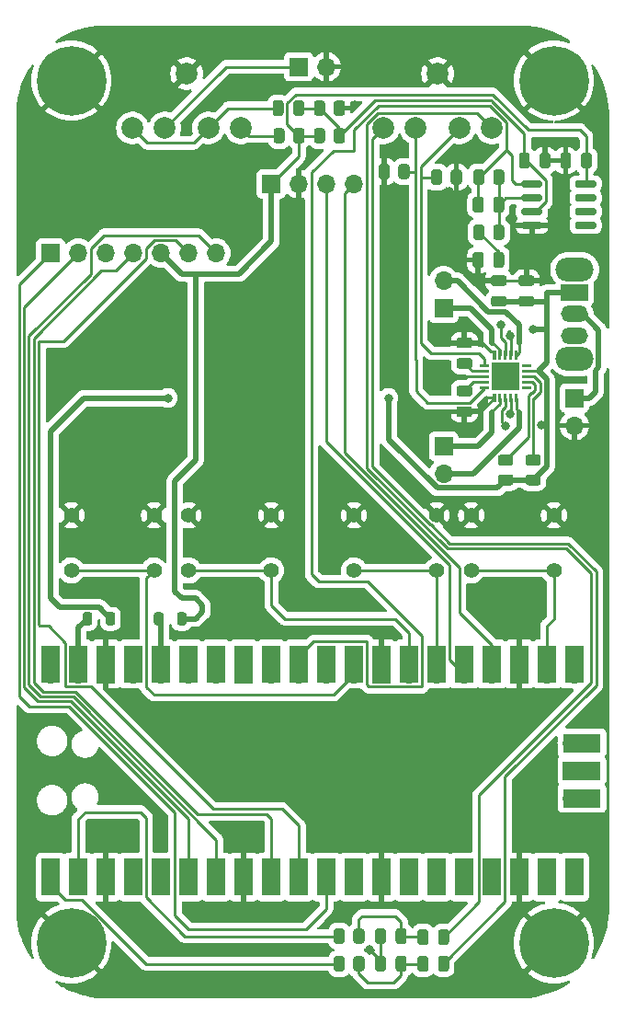
<source format=gtl>
G04 #@! TF.GenerationSoftware,KiCad,Pcbnew,7.0.5-unknown-202306101748~6fbdf8f0e2~ubuntu22.04.1*
G04 #@! TF.CreationDate,2024-03-26T20:54:11+00:00*
G04 #@! TF.ProjectId,things,7468696e-6773-42e6-9b69-6361645f7063,rev?*
G04 #@! TF.SameCoordinates,Original*
G04 #@! TF.FileFunction,Copper,L1,Top*
G04 #@! TF.FilePolarity,Positive*
%FSLAX46Y46*%
G04 Gerber Fmt 4.6, Leading zero omitted, Abs format (unit mm)*
G04 Created by KiCad (PCBNEW 7.0.5-unknown-202306101748~6fbdf8f0e2~ubuntu22.04.1) date 2024-03-26 20:54:11*
%MOMM*%
%LPD*%
G01*
G04 APERTURE LIST*
G04 #@! TA.AperFunction,ComponentPad*
%ADD10C,6.400000*%
G04 #@! TD*
G04 #@! TA.AperFunction,ComponentPad*
%ADD11C,1.397000*%
G04 #@! TD*
G04 #@! TA.AperFunction,ComponentPad*
%ADD12R,1.700000X1.700000*%
G04 #@! TD*
G04 #@! TA.AperFunction,ComponentPad*
%ADD13O,1.700000X1.700000*%
G04 #@! TD*
G04 #@! TA.AperFunction,SMDPad,CuDef*
%ADD14R,2.600000X2.600000*%
G04 #@! TD*
G04 #@! TA.AperFunction,ComponentPad*
%ADD15C,2.000000*%
G04 #@! TD*
G04 #@! TA.AperFunction,SMDPad,CuDef*
%ADD16R,1.700000X3.500000*%
G04 #@! TD*
G04 #@! TA.AperFunction,SMDPad,CuDef*
%ADD17R,3.500000X1.700000*%
G04 #@! TD*
G04 #@! TA.AperFunction,ComponentPad*
%ADD18O,3.500000X2.200000*%
G04 #@! TD*
G04 #@! TA.AperFunction,ComponentPad*
%ADD19R,2.500000X1.500000*%
G04 #@! TD*
G04 #@! TA.AperFunction,ComponentPad*
%ADD20O,2.500000X1.500000*%
G04 #@! TD*
G04 #@! TA.AperFunction,ViaPad*
%ADD21C,0.800000*%
G04 #@! TD*
G04 #@! TA.AperFunction,Conductor*
%ADD22C,0.250000*%
G04 #@! TD*
G04 #@! TA.AperFunction,Conductor*
%ADD23C,0.500000*%
G04 #@! TD*
G04 APERTURE END LIST*
G04 #@! TA.AperFunction,SMDPad,CuDef*
G36*
G01*
X140354000Y-114750000D02*
X140354000Y-113850000D01*
G75*
G02*
X140604000Y-113600000I250000J0D01*
G01*
X141129000Y-113600000D01*
G75*
G02*
X141379000Y-113850000I0J-250000D01*
G01*
X141379000Y-114750000D01*
G75*
G02*
X141129000Y-115000000I-250000J0D01*
G01*
X140604000Y-115000000D01*
G75*
G02*
X140354000Y-114750000I0J250000D01*
G01*
G37*
G04 #@! TD.AperFunction*
G04 #@! TA.AperFunction,SMDPad,CuDef*
G36*
G01*
X138529000Y-114750000D02*
X138529000Y-113850000D01*
G75*
G02*
X138779000Y-113600000I250000J0D01*
G01*
X139304000Y-113600000D01*
G75*
G02*
X139554000Y-113850000I0J-250000D01*
G01*
X139554000Y-114750000D01*
G75*
G02*
X139304000Y-115000000I-250000J0D01*
G01*
X138779000Y-115000000D01*
G75*
G02*
X138529000Y-114750000I0J250000D01*
G01*
G37*
G04 #@! TD.AperFunction*
G04 #@! TA.AperFunction,SMDPad,CuDef*
G36*
G01*
X136553000Y-113342000D02*
X136553000Y-114242000D01*
G75*
G02*
X136303000Y-114492000I-250000J0D01*
G01*
X135778000Y-114492000D01*
G75*
G02*
X135528000Y-114242000I0J250000D01*
G01*
X135528000Y-113342000D01*
G75*
G02*
X135778000Y-113092000I250000J0D01*
G01*
X136303000Y-113092000D01*
G75*
G02*
X136553000Y-113342000I0J-250000D01*
G01*
G37*
G04 #@! TD.AperFunction*
G04 #@! TA.AperFunction,SMDPad,CuDef*
G36*
G01*
X134728000Y-113342000D02*
X134728000Y-114242000D01*
G75*
G02*
X134478000Y-114492000I-250000J0D01*
G01*
X133953000Y-114492000D01*
G75*
G02*
X133703000Y-114242000I0J250000D01*
G01*
X133703000Y-113342000D01*
G75*
G02*
X133953000Y-113092000I250000J0D01*
G01*
X134478000Y-113092000D01*
G75*
G02*
X134728000Y-113342000I0J-250000D01*
G01*
G37*
G04 #@! TD.AperFunction*
G04 #@! TA.AperFunction,SMDPad,CuDef*
G36*
G01*
X136280000Y-183675000D02*
X136280000Y-184625000D01*
G75*
G02*
X136030000Y-184875000I-250000J0D01*
G01*
X135530000Y-184875000D01*
G75*
G02*
X135280000Y-184625000I0J250000D01*
G01*
X135280000Y-183675000D01*
G75*
G02*
X135530000Y-183425000I250000J0D01*
G01*
X136030000Y-183425000D01*
G75*
G02*
X136280000Y-183675000I0J-250000D01*
G01*
G37*
G04 #@! TD.AperFunction*
G04 #@! TA.AperFunction,SMDPad,CuDef*
G36*
G01*
X134380000Y-183675000D02*
X134380000Y-184625000D01*
G75*
G02*
X134130000Y-184875000I-250000J0D01*
G01*
X133630000Y-184875000D01*
G75*
G02*
X133380000Y-184625000I0J250000D01*
G01*
X133380000Y-183675000D01*
G75*
G02*
X133630000Y-183425000I250000J0D01*
G01*
X134130000Y-183425000D01*
G75*
G02*
X134380000Y-183675000I0J-250000D01*
G01*
G37*
G04 #@! TD.AperFunction*
D10*
X105410000Y-105410000D03*
D11*
X105410000Y-145415000D03*
X113030000Y-145415000D03*
X105410000Y-150495000D03*
X113030000Y-150495000D03*
D12*
X103505000Y-121285000D03*
D13*
X106045000Y-121285000D03*
X108585000Y-121285000D03*
X111125000Y-121285000D03*
X113665000Y-121285000D03*
X116205000Y-121285000D03*
X118745000Y-121285000D03*
G04 #@! TA.AperFunction,SMDPad,CuDef*
G36*
G01*
X145865000Y-142672500D02*
X144965000Y-142672500D01*
G75*
G02*
X144715000Y-142422500I0J250000D01*
G01*
X144715000Y-141897500D01*
G75*
G02*
X144965000Y-141647500I250000J0D01*
G01*
X145865000Y-141647500D01*
G75*
G02*
X146115000Y-141897500I0J-250000D01*
G01*
X146115000Y-142422500D01*
G75*
G02*
X145865000Y-142672500I-250000J0D01*
G01*
G37*
G04 #@! TD.AperFunction*
G04 #@! TA.AperFunction,SMDPad,CuDef*
G36*
G01*
X145865000Y-140847500D02*
X144965000Y-140847500D01*
G75*
G02*
X144715000Y-140597500I0J250000D01*
G01*
X144715000Y-140072500D01*
G75*
G02*
X144965000Y-139822500I250000J0D01*
G01*
X145865000Y-139822500D01*
G75*
G02*
X146115000Y-140072500I0J-250000D01*
G01*
X146115000Y-140597500D01*
G75*
G02*
X145865000Y-140847500I-250000J0D01*
G01*
G37*
G04 #@! TD.AperFunction*
G04 #@! TA.AperFunction,SMDPad,CuDef*
G36*
G01*
X136280000Y-186215000D02*
X136280000Y-187165000D01*
G75*
G02*
X136030000Y-187415000I-250000J0D01*
G01*
X135530000Y-187415000D01*
G75*
G02*
X135280000Y-187165000I0J250000D01*
G01*
X135280000Y-186215000D01*
G75*
G02*
X135530000Y-185965000I250000J0D01*
G01*
X136030000Y-185965000D01*
G75*
G02*
X136280000Y-186215000I0J-250000D01*
G01*
G37*
G04 #@! TD.AperFunction*
G04 #@! TA.AperFunction,SMDPad,CuDef*
G36*
G01*
X134380000Y-186215000D02*
X134380000Y-187165000D01*
G75*
G02*
X134130000Y-187415000I-250000J0D01*
G01*
X133630000Y-187415000D01*
G75*
G02*
X133380000Y-187165000I0J250000D01*
G01*
X133380000Y-186215000D01*
G75*
G02*
X133630000Y-185965000I250000J0D01*
G01*
X134130000Y-185965000D01*
G75*
G02*
X134380000Y-186215000I0J-250000D01*
G01*
G37*
G04 #@! TD.AperFunction*
G04 #@! TA.AperFunction,SMDPad,CuDef*
G36*
G01*
X145280000Y-121445000D02*
X145280000Y-122395000D01*
G75*
G02*
X145030000Y-122645000I-250000J0D01*
G01*
X144530000Y-122645000D01*
G75*
G02*
X144280000Y-122395000I0J250000D01*
G01*
X144280000Y-121445000D01*
G75*
G02*
X144530000Y-121195000I250000J0D01*
G01*
X145030000Y-121195000D01*
G75*
G02*
X145280000Y-121445000I0J-250000D01*
G01*
G37*
G04 #@! TD.AperFunction*
G04 #@! TA.AperFunction,SMDPad,CuDef*
G36*
G01*
X143380000Y-121445000D02*
X143380000Y-122395000D01*
G75*
G02*
X143130000Y-122645000I-250000J0D01*
G01*
X142630000Y-122645000D01*
G75*
G02*
X142380000Y-122395000I0J250000D01*
G01*
X142380000Y-121445000D01*
G75*
G02*
X142630000Y-121195000I250000J0D01*
G01*
X143130000Y-121195000D01*
G75*
G02*
X143380000Y-121445000I0J-250000D01*
G01*
G37*
G04 #@! TD.AperFunction*
D10*
X149860000Y-184785000D03*
G04 #@! TA.AperFunction,SMDPad,CuDef*
G36*
G01*
X123960000Y-108425000D02*
X123960000Y-107475000D01*
G75*
G02*
X124210000Y-107225000I250000J0D01*
G01*
X124710000Y-107225000D01*
G75*
G02*
X124960000Y-107475000I0J-250000D01*
G01*
X124960000Y-108425000D01*
G75*
G02*
X124710000Y-108675000I-250000J0D01*
G01*
X124210000Y-108675000D01*
G75*
G02*
X123960000Y-108425000I0J250000D01*
G01*
G37*
G04 #@! TD.AperFunction*
G04 #@! TA.AperFunction,SMDPad,CuDef*
G36*
G01*
X125860000Y-108425000D02*
X125860000Y-107475000D01*
G75*
G02*
X126110000Y-107225000I250000J0D01*
G01*
X126610000Y-107225000D01*
G75*
G02*
X126860000Y-107475000I0J-250000D01*
G01*
X126860000Y-108425000D01*
G75*
G02*
X126610000Y-108675000I-250000J0D01*
G01*
X126110000Y-108675000D01*
G75*
G02*
X125860000Y-108425000I0J250000D01*
G01*
G37*
G04 #@! TD.AperFunction*
X105410000Y-184785000D03*
G04 #@! TA.AperFunction,SMDPad,CuDef*
G36*
G01*
X142442500Y-119830000D02*
X142442500Y-118930000D01*
G75*
G02*
X142692500Y-118680000I250000J0D01*
G01*
X143217500Y-118680000D01*
G75*
G02*
X143467500Y-118930000I0J-250000D01*
G01*
X143467500Y-119830000D01*
G75*
G02*
X143217500Y-120080000I-250000J0D01*
G01*
X142692500Y-120080000D01*
G75*
G02*
X142442500Y-119830000I0J250000D01*
G01*
G37*
G04 #@! TD.AperFunction*
G04 #@! TA.AperFunction,SMDPad,CuDef*
G36*
G01*
X144267500Y-119830000D02*
X144267500Y-118930000D01*
G75*
G02*
X144517500Y-118680000I250000J0D01*
G01*
X145042500Y-118680000D01*
G75*
G02*
X145292500Y-118930000I0J-250000D01*
G01*
X145292500Y-119830000D01*
G75*
G02*
X145042500Y-120080000I-250000J0D01*
G01*
X144517500Y-120080000D01*
G75*
G02*
X144267500Y-119830000I0J250000D01*
G01*
G37*
G04 #@! TD.AperFunction*
G04 #@! TA.AperFunction,SMDPad,CuDef*
G36*
G01*
X129557500Y-184600000D02*
X129557500Y-183700000D01*
G75*
G02*
X129807500Y-183450000I250000J0D01*
G01*
X130332500Y-183450000D01*
G75*
G02*
X130582500Y-183700000I0J-250000D01*
G01*
X130582500Y-184600000D01*
G75*
G02*
X130332500Y-184850000I-250000J0D01*
G01*
X129807500Y-184850000D01*
G75*
G02*
X129557500Y-184600000I0J250000D01*
G01*
G37*
G04 #@! TD.AperFunction*
G04 #@! TA.AperFunction,SMDPad,CuDef*
G36*
G01*
X131382500Y-184600000D02*
X131382500Y-183700000D01*
G75*
G02*
X131632500Y-183450000I250000J0D01*
G01*
X132157500Y-183450000D01*
G75*
G02*
X132407500Y-183700000I0J-250000D01*
G01*
X132407500Y-184600000D01*
G75*
G02*
X132157500Y-184850000I-250000J0D01*
G01*
X131632500Y-184850000D01*
G75*
G02*
X131382500Y-184600000I0J250000D01*
G01*
G37*
G04 #@! TD.AperFunction*
D11*
X116205000Y-145415000D03*
X123825000Y-145415000D03*
X116205000Y-150495000D03*
X123825000Y-150495000D03*
G04 #@! TA.AperFunction,SMDPad,CuDef*
G36*
G01*
X144255000Y-135032200D02*
X144255000Y-134207800D01*
G75*
G02*
X144262800Y-134200000I7800J0D01*
G01*
X144507200Y-134200000D01*
G75*
G02*
X144515000Y-134207800I0J-7800D01*
G01*
X144515000Y-135032200D01*
G75*
G02*
X144507200Y-135040000I-7800J0D01*
G01*
X144262800Y-135040000D01*
G75*
G02*
X144255000Y-135032200I0J7800D01*
G01*
G37*
G04 #@! TD.AperFunction*
G04 #@! TA.AperFunction,SMDPad,CuDef*
G36*
G01*
X144755000Y-135032200D02*
X144755000Y-134207800D01*
G75*
G02*
X144762800Y-134200000I7800J0D01*
G01*
X145007200Y-134200000D01*
G75*
G02*
X145015000Y-134207800I0J-7800D01*
G01*
X145015000Y-135032200D01*
G75*
G02*
X145007200Y-135040000I-7800J0D01*
G01*
X144762800Y-135040000D01*
G75*
G02*
X144755000Y-135032200I0J7800D01*
G01*
G37*
G04 #@! TD.AperFunction*
G04 #@! TA.AperFunction,SMDPad,CuDef*
G36*
G01*
X145255000Y-135032200D02*
X145255000Y-134207800D01*
G75*
G02*
X145262800Y-134200000I7800J0D01*
G01*
X145507200Y-134200000D01*
G75*
G02*
X145515000Y-134207800I0J-7800D01*
G01*
X145515000Y-135032200D01*
G75*
G02*
X145507200Y-135040000I-7800J0D01*
G01*
X145262800Y-135040000D01*
G75*
G02*
X145255000Y-135032200I0J7800D01*
G01*
G37*
G04 #@! TD.AperFunction*
G04 #@! TA.AperFunction,SMDPad,CuDef*
G36*
G01*
X145755000Y-135032200D02*
X145755000Y-134207800D01*
G75*
G02*
X145762800Y-134200000I7800J0D01*
G01*
X146007200Y-134200000D01*
G75*
G02*
X146015000Y-134207800I0J-7800D01*
G01*
X146015000Y-135032200D01*
G75*
G02*
X146007200Y-135040000I-7800J0D01*
G01*
X145762800Y-135040000D01*
G75*
G02*
X145755000Y-135032200I0J7800D01*
G01*
G37*
G04 #@! TD.AperFunction*
G04 #@! TA.AperFunction,SMDPad,CuDef*
G36*
G01*
X146255000Y-135032200D02*
X146255000Y-134207800D01*
G75*
G02*
X146262800Y-134200000I7800J0D01*
G01*
X146507200Y-134200000D01*
G75*
G02*
X146515000Y-134207800I0J-7800D01*
G01*
X146515000Y-135032200D01*
G75*
G02*
X146507200Y-135040000I-7800J0D01*
G01*
X146262800Y-135040000D01*
G75*
G02*
X146255000Y-135032200I0J7800D01*
G01*
G37*
G04 #@! TD.AperFunction*
G04 #@! TA.AperFunction,SMDPad,CuDef*
G36*
G01*
X146942800Y-133520000D02*
X147767200Y-133520000D01*
G75*
G02*
X147775000Y-133527800I0J-7800D01*
G01*
X147775000Y-133772200D01*
G75*
G02*
X147767200Y-133780000I-7800J0D01*
G01*
X146942800Y-133780000D01*
G75*
G02*
X146935000Y-133772200I0J7800D01*
G01*
X146935000Y-133527800D01*
G75*
G02*
X146942800Y-133520000I7800J0D01*
G01*
G37*
G04 #@! TD.AperFunction*
G04 #@! TA.AperFunction,SMDPad,CuDef*
G36*
G01*
X146942800Y-133020000D02*
X147767200Y-133020000D01*
G75*
G02*
X147775000Y-133027800I0J-7800D01*
G01*
X147775000Y-133272200D01*
G75*
G02*
X147767200Y-133280000I-7800J0D01*
G01*
X146942800Y-133280000D01*
G75*
G02*
X146935000Y-133272200I0J7800D01*
G01*
X146935000Y-133027800D01*
G75*
G02*
X146942800Y-133020000I7800J0D01*
G01*
G37*
G04 #@! TD.AperFunction*
G04 #@! TA.AperFunction,SMDPad,CuDef*
G36*
G01*
X146942800Y-132520000D02*
X147767200Y-132520000D01*
G75*
G02*
X147775000Y-132527800I0J-7800D01*
G01*
X147775000Y-132772200D01*
G75*
G02*
X147767200Y-132780000I-7800J0D01*
G01*
X146942800Y-132780000D01*
G75*
G02*
X146935000Y-132772200I0J7800D01*
G01*
X146935000Y-132527800D01*
G75*
G02*
X146942800Y-132520000I7800J0D01*
G01*
G37*
G04 #@! TD.AperFunction*
G04 #@! TA.AperFunction,SMDPad,CuDef*
G36*
G01*
X146942800Y-132020000D02*
X147767200Y-132020000D01*
G75*
G02*
X147775000Y-132027800I0J-7800D01*
G01*
X147775000Y-132272200D01*
G75*
G02*
X147767200Y-132280000I-7800J0D01*
G01*
X146942800Y-132280000D01*
G75*
G02*
X146935000Y-132272200I0J7800D01*
G01*
X146935000Y-132027800D01*
G75*
G02*
X146942800Y-132020000I7800J0D01*
G01*
G37*
G04 #@! TD.AperFunction*
G04 #@! TA.AperFunction,SMDPad,CuDef*
G36*
G01*
X146942800Y-131520000D02*
X147767200Y-131520000D01*
G75*
G02*
X147775000Y-131527800I0J-7800D01*
G01*
X147775000Y-131772200D01*
G75*
G02*
X147767200Y-131780000I-7800J0D01*
G01*
X146942800Y-131780000D01*
G75*
G02*
X146935000Y-131772200I0J7800D01*
G01*
X146935000Y-131527800D01*
G75*
G02*
X146942800Y-131520000I7800J0D01*
G01*
G37*
G04 #@! TD.AperFunction*
G04 #@! TA.AperFunction,SMDPad,CuDef*
G36*
G01*
X146255000Y-131092200D02*
X146255000Y-130267800D01*
G75*
G02*
X146262800Y-130260000I7800J0D01*
G01*
X146507200Y-130260000D01*
G75*
G02*
X146515000Y-130267800I0J-7800D01*
G01*
X146515000Y-131092200D01*
G75*
G02*
X146507200Y-131100000I-7800J0D01*
G01*
X146262800Y-131100000D01*
G75*
G02*
X146255000Y-131092200I0J7800D01*
G01*
G37*
G04 #@! TD.AperFunction*
G04 #@! TA.AperFunction,SMDPad,CuDef*
G36*
G01*
X145755000Y-131092200D02*
X145755000Y-130267800D01*
G75*
G02*
X145762800Y-130260000I7800J0D01*
G01*
X146007200Y-130260000D01*
G75*
G02*
X146015000Y-130267800I0J-7800D01*
G01*
X146015000Y-131092200D01*
G75*
G02*
X146007200Y-131100000I-7800J0D01*
G01*
X145762800Y-131100000D01*
G75*
G02*
X145755000Y-131092200I0J7800D01*
G01*
G37*
G04 #@! TD.AperFunction*
G04 #@! TA.AperFunction,SMDPad,CuDef*
G36*
G01*
X145255000Y-131092200D02*
X145255000Y-130267800D01*
G75*
G02*
X145262800Y-130260000I7800J0D01*
G01*
X145507200Y-130260000D01*
G75*
G02*
X145515000Y-130267800I0J-7800D01*
G01*
X145515000Y-131092200D01*
G75*
G02*
X145507200Y-131100000I-7800J0D01*
G01*
X145262800Y-131100000D01*
G75*
G02*
X145255000Y-131092200I0J7800D01*
G01*
G37*
G04 #@! TD.AperFunction*
G04 #@! TA.AperFunction,SMDPad,CuDef*
G36*
G01*
X144755000Y-131092200D02*
X144755000Y-130267800D01*
G75*
G02*
X144762800Y-130260000I7800J0D01*
G01*
X145007200Y-130260000D01*
G75*
G02*
X145015000Y-130267800I0J-7800D01*
G01*
X145015000Y-131092200D01*
G75*
G02*
X145007200Y-131100000I-7800J0D01*
G01*
X144762800Y-131100000D01*
G75*
G02*
X144755000Y-131092200I0J7800D01*
G01*
G37*
G04 #@! TD.AperFunction*
G04 #@! TA.AperFunction,SMDPad,CuDef*
G36*
G01*
X144255000Y-131092200D02*
X144255000Y-130267800D01*
G75*
G02*
X144262800Y-130260000I7800J0D01*
G01*
X144507200Y-130260000D01*
G75*
G02*
X144515000Y-130267800I0J-7800D01*
G01*
X144515000Y-131092200D01*
G75*
G02*
X144507200Y-131100000I-7800J0D01*
G01*
X144262800Y-131100000D01*
G75*
G02*
X144255000Y-131092200I0J7800D01*
G01*
G37*
G04 #@! TD.AperFunction*
G04 #@! TA.AperFunction,SMDPad,CuDef*
G36*
G01*
X143002800Y-131520000D02*
X143827200Y-131520000D01*
G75*
G02*
X143835000Y-131527800I0J-7800D01*
G01*
X143835000Y-131772200D01*
G75*
G02*
X143827200Y-131780000I-7800J0D01*
G01*
X143002800Y-131780000D01*
G75*
G02*
X142995000Y-131772200I0J7800D01*
G01*
X142995000Y-131527800D01*
G75*
G02*
X143002800Y-131520000I7800J0D01*
G01*
G37*
G04 #@! TD.AperFunction*
G04 #@! TA.AperFunction,SMDPad,CuDef*
G36*
G01*
X143002800Y-132020000D02*
X143827200Y-132020000D01*
G75*
G02*
X143835000Y-132027800I0J-7800D01*
G01*
X143835000Y-132272200D01*
G75*
G02*
X143827200Y-132280000I-7800J0D01*
G01*
X143002800Y-132280000D01*
G75*
G02*
X142995000Y-132272200I0J7800D01*
G01*
X142995000Y-132027800D01*
G75*
G02*
X143002800Y-132020000I7800J0D01*
G01*
G37*
G04 #@! TD.AperFunction*
G04 #@! TA.AperFunction,SMDPad,CuDef*
G36*
G01*
X143002800Y-132520000D02*
X143827200Y-132520000D01*
G75*
G02*
X143835000Y-132527800I0J-7800D01*
G01*
X143835000Y-132772200D01*
G75*
G02*
X143827200Y-132780000I-7800J0D01*
G01*
X143002800Y-132780000D01*
G75*
G02*
X142995000Y-132772200I0J7800D01*
G01*
X142995000Y-132527800D01*
G75*
G02*
X143002800Y-132520000I7800J0D01*
G01*
G37*
G04 #@! TD.AperFunction*
G04 #@! TA.AperFunction,SMDPad,CuDef*
G36*
G01*
X143002800Y-133020000D02*
X143827200Y-133020000D01*
G75*
G02*
X143835000Y-133027800I0J-7800D01*
G01*
X143835000Y-133272200D01*
G75*
G02*
X143827200Y-133280000I-7800J0D01*
G01*
X143002800Y-133280000D01*
G75*
G02*
X142995000Y-133272200I0J7800D01*
G01*
X142995000Y-133027800D01*
G75*
G02*
X143002800Y-133020000I7800J0D01*
G01*
G37*
G04 #@! TD.AperFunction*
G04 #@! TA.AperFunction,SMDPad,CuDef*
G36*
G01*
X143002800Y-133520000D02*
X143827200Y-133520000D01*
G75*
G02*
X143835000Y-133527800I0J-7800D01*
G01*
X143835000Y-133772200D01*
G75*
G02*
X143827200Y-133780000I-7800J0D01*
G01*
X143002800Y-133780000D01*
G75*
G02*
X142995000Y-133772200I0J7800D01*
G01*
X142995000Y-133527800D01*
G75*
G02*
X143002800Y-133520000I7800J0D01*
G01*
G37*
G04 #@! TD.AperFunction*
D14*
X145385000Y-132650000D03*
D12*
X123825000Y-114935000D03*
D13*
X126365000Y-114935000D03*
X128905000Y-114935000D03*
X131445000Y-114935000D03*
D15*
X116031000Y-104780000D03*
X121031000Y-109780000D03*
X118031000Y-109780000D03*
X111031000Y-109780000D03*
X114031000Y-109780000D03*
G04 #@! TA.AperFunction,SMDPad,CuDef*
G36*
G01*
X145292500Y-113850000D02*
X145292500Y-114750000D01*
G75*
G02*
X145042500Y-115000000I-250000J0D01*
G01*
X144517500Y-115000000D01*
G75*
G02*
X144267500Y-114750000I0J250000D01*
G01*
X144267500Y-113850000D01*
G75*
G02*
X144517500Y-113600000I250000J0D01*
G01*
X145042500Y-113600000D01*
G75*
G02*
X145292500Y-113850000I0J-250000D01*
G01*
G37*
G04 #@! TD.AperFunction*
G04 #@! TA.AperFunction,SMDPad,CuDef*
G36*
G01*
X143467500Y-113850000D02*
X143467500Y-114750000D01*
G75*
G02*
X143217500Y-115000000I-250000J0D01*
G01*
X142692500Y-115000000D01*
G75*
G02*
X142442500Y-114750000I0J250000D01*
G01*
X142442500Y-113850000D01*
G75*
G02*
X142692500Y-113600000I250000J0D01*
G01*
X143217500Y-113600000D01*
G75*
G02*
X143467500Y-113850000I0J-250000D01*
G01*
G37*
G04 #@! TD.AperFunction*
G04 #@! TA.AperFunction,SMDPad,CuDef*
G36*
G01*
X144305000Y-123330000D02*
X145255000Y-123330000D01*
G75*
G02*
X145505000Y-123580000I0J-250000D01*
G01*
X145505000Y-124080000D01*
G75*
G02*
X145255000Y-124330000I-250000J0D01*
G01*
X144305000Y-124330000D01*
G75*
G02*
X144055000Y-124080000I0J250000D01*
G01*
X144055000Y-123580000D01*
G75*
G02*
X144305000Y-123330000I250000J0D01*
G01*
G37*
G04 #@! TD.AperFunction*
G04 #@! TA.AperFunction,SMDPad,CuDef*
G36*
G01*
X144305000Y-125230000D02*
X145255000Y-125230000D01*
G75*
G02*
X145505000Y-125480000I0J-250000D01*
G01*
X145505000Y-125980000D01*
G75*
G02*
X145255000Y-126230000I-250000J0D01*
G01*
X144305000Y-126230000D01*
G75*
G02*
X144055000Y-125980000I0J250000D01*
G01*
X144055000Y-125480000D01*
G75*
G02*
X144305000Y-125230000I250000J0D01*
G01*
G37*
G04 #@! TD.AperFunction*
X139145000Y-104780000D03*
X144145000Y-109780000D03*
X141145000Y-109780000D03*
X134145000Y-109780000D03*
X137145000Y-109780000D03*
D12*
X151765000Y-134620000D03*
D13*
X151765000Y-137160000D03*
G04 #@! TA.AperFunction,SMDPad,CuDef*
G36*
G01*
X113007500Y-155321250D02*
X113007500Y-154558750D01*
G75*
G02*
X113226250Y-154340000I218750J0D01*
G01*
X113663750Y-154340000D01*
G75*
G02*
X113882500Y-154558750I0J-218750D01*
G01*
X113882500Y-155321250D01*
G75*
G02*
X113663750Y-155540000I-218750J0D01*
G01*
X113226250Y-155540000D01*
G75*
G02*
X113007500Y-155321250I0J218750D01*
G01*
G37*
G04 #@! TD.AperFunction*
G04 #@! TA.AperFunction,SMDPad,CuDef*
G36*
G01*
X115132500Y-155321250D02*
X115132500Y-154558750D01*
G75*
G02*
X115351250Y-154340000I218750J0D01*
G01*
X115788750Y-154340000D01*
G75*
G02*
X116007500Y-154558750I0J-218750D01*
G01*
X116007500Y-155321250D01*
G75*
G02*
X115788750Y-155540000I-218750J0D01*
G01*
X115351250Y-155540000D01*
G75*
G02*
X115132500Y-155321250I0J218750D01*
G01*
G37*
G04 #@! TD.AperFunction*
G04 #@! TA.AperFunction,SMDPad,CuDef*
G36*
G01*
X146853000Y-115085000D02*
X146853000Y-114785000D01*
G75*
G02*
X147003000Y-114635000I150000J0D01*
G01*
X148653000Y-114635000D01*
G75*
G02*
X148803000Y-114785000I0J-150000D01*
G01*
X148803000Y-115085000D01*
G75*
G02*
X148653000Y-115235000I-150000J0D01*
G01*
X147003000Y-115235000D01*
G75*
G02*
X146853000Y-115085000I0J150000D01*
G01*
G37*
G04 #@! TD.AperFunction*
G04 #@! TA.AperFunction,SMDPad,CuDef*
G36*
G01*
X146853000Y-116355000D02*
X146853000Y-116055000D01*
G75*
G02*
X147003000Y-115905000I150000J0D01*
G01*
X148653000Y-115905000D01*
G75*
G02*
X148803000Y-116055000I0J-150000D01*
G01*
X148803000Y-116355000D01*
G75*
G02*
X148653000Y-116505000I-150000J0D01*
G01*
X147003000Y-116505000D01*
G75*
G02*
X146853000Y-116355000I0J150000D01*
G01*
G37*
G04 #@! TD.AperFunction*
G04 #@! TA.AperFunction,SMDPad,CuDef*
G36*
G01*
X146853000Y-117625000D02*
X146853000Y-117325000D01*
G75*
G02*
X147003000Y-117175000I150000J0D01*
G01*
X148653000Y-117175000D01*
G75*
G02*
X148803000Y-117325000I0J-150000D01*
G01*
X148803000Y-117625000D01*
G75*
G02*
X148653000Y-117775000I-150000J0D01*
G01*
X147003000Y-117775000D01*
G75*
G02*
X146853000Y-117625000I0J150000D01*
G01*
G37*
G04 #@! TD.AperFunction*
G04 #@! TA.AperFunction,SMDPad,CuDef*
G36*
G01*
X146853000Y-118895000D02*
X146853000Y-118595000D01*
G75*
G02*
X147003000Y-118445000I150000J0D01*
G01*
X148653000Y-118445000D01*
G75*
G02*
X148803000Y-118595000I0J-150000D01*
G01*
X148803000Y-118895000D01*
G75*
G02*
X148653000Y-119045000I-150000J0D01*
G01*
X147003000Y-119045000D01*
G75*
G02*
X146853000Y-118895000I0J150000D01*
G01*
G37*
G04 #@! TD.AperFunction*
G04 #@! TA.AperFunction,SMDPad,CuDef*
G36*
G01*
X151803000Y-118895000D02*
X151803000Y-118595000D01*
G75*
G02*
X151953000Y-118445000I150000J0D01*
G01*
X153603000Y-118445000D01*
G75*
G02*
X153753000Y-118595000I0J-150000D01*
G01*
X153753000Y-118895000D01*
G75*
G02*
X153603000Y-119045000I-150000J0D01*
G01*
X151953000Y-119045000D01*
G75*
G02*
X151803000Y-118895000I0J150000D01*
G01*
G37*
G04 #@! TD.AperFunction*
G04 #@! TA.AperFunction,SMDPad,CuDef*
G36*
G01*
X151803000Y-117625000D02*
X151803000Y-117325000D01*
G75*
G02*
X151953000Y-117175000I150000J0D01*
G01*
X153603000Y-117175000D01*
G75*
G02*
X153753000Y-117325000I0J-150000D01*
G01*
X153753000Y-117625000D01*
G75*
G02*
X153603000Y-117775000I-150000J0D01*
G01*
X151953000Y-117775000D01*
G75*
G02*
X151803000Y-117625000I0J150000D01*
G01*
G37*
G04 #@! TD.AperFunction*
G04 #@! TA.AperFunction,SMDPad,CuDef*
G36*
G01*
X151803000Y-116355000D02*
X151803000Y-116055000D01*
G75*
G02*
X151953000Y-115905000I150000J0D01*
G01*
X153603000Y-115905000D01*
G75*
G02*
X153753000Y-116055000I0J-150000D01*
G01*
X153753000Y-116355000D01*
G75*
G02*
X153603000Y-116505000I-150000J0D01*
G01*
X151953000Y-116505000D01*
G75*
G02*
X151803000Y-116355000I0J150000D01*
G01*
G37*
G04 #@! TD.AperFunction*
G04 #@! TA.AperFunction,SMDPad,CuDef*
G36*
G01*
X151803000Y-115085000D02*
X151803000Y-114785000D01*
G75*
G02*
X151953000Y-114635000I150000J0D01*
G01*
X153603000Y-114635000D01*
G75*
G02*
X153753000Y-114785000I0J-150000D01*
G01*
X153753000Y-115085000D01*
G75*
G02*
X153603000Y-115235000I-150000J0D01*
G01*
X151953000Y-115235000D01*
G75*
G02*
X151803000Y-115085000I0J150000D01*
G01*
G37*
G04 #@! TD.AperFunction*
G04 #@! TA.AperFunction,SMDPad,CuDef*
G36*
G01*
X127757500Y-108400000D02*
X127757500Y-107500000D01*
G75*
G02*
X128007500Y-107250000I250000J0D01*
G01*
X128532500Y-107250000D01*
G75*
G02*
X128782500Y-107500000I0J-250000D01*
G01*
X128782500Y-108400000D01*
G75*
G02*
X128532500Y-108650000I-250000J0D01*
G01*
X128007500Y-108650000D01*
G75*
G02*
X127757500Y-108400000I0J250000D01*
G01*
G37*
G04 #@! TD.AperFunction*
G04 #@! TA.AperFunction,SMDPad,CuDef*
G36*
G01*
X129582500Y-108400000D02*
X129582500Y-107500000D01*
G75*
G02*
X129832500Y-107250000I250000J0D01*
G01*
X130357500Y-107250000D01*
G75*
G02*
X130607500Y-107500000I0J-250000D01*
G01*
X130607500Y-108400000D01*
G75*
G02*
X130357500Y-108650000I-250000J0D01*
G01*
X129832500Y-108650000D01*
G75*
G02*
X129582500Y-108400000I0J250000D01*
G01*
G37*
G04 #@! TD.AperFunction*
G04 #@! TA.AperFunction,SMDPad,CuDef*
G36*
G01*
X127757500Y-110940000D02*
X127757500Y-110040000D01*
G75*
G02*
X128007500Y-109790000I250000J0D01*
G01*
X128532500Y-109790000D01*
G75*
G02*
X128782500Y-110040000I0J-250000D01*
G01*
X128782500Y-110940000D01*
G75*
G02*
X128532500Y-111190000I-250000J0D01*
G01*
X128007500Y-111190000D01*
G75*
G02*
X127757500Y-110940000I0J250000D01*
G01*
G37*
G04 #@! TD.AperFunction*
G04 #@! TA.AperFunction,SMDPad,CuDef*
G36*
G01*
X129582500Y-110940000D02*
X129582500Y-110040000D01*
G75*
G02*
X129832500Y-109790000I250000J0D01*
G01*
X130357500Y-109790000D01*
G75*
G02*
X130607500Y-110040000I0J-250000D01*
G01*
X130607500Y-110940000D01*
G75*
G02*
X130357500Y-111190000I-250000J0D01*
G01*
X129832500Y-111190000D01*
G75*
G02*
X129582500Y-110940000I0J250000D01*
G01*
G37*
G04 #@! TD.AperFunction*
G04 #@! TA.AperFunction,SMDPad,CuDef*
G36*
G01*
X153342000Y-112301000D02*
X153342000Y-113251000D01*
G75*
G02*
X153092000Y-113501000I-250000J0D01*
G01*
X152592000Y-113501000D01*
G75*
G02*
X152342000Y-113251000I0J250000D01*
G01*
X152342000Y-112301000D01*
G75*
G02*
X152592000Y-112051000I250000J0D01*
G01*
X153092000Y-112051000D01*
G75*
G02*
X153342000Y-112301000I0J-250000D01*
G01*
G37*
G04 #@! TD.AperFunction*
G04 #@! TA.AperFunction,SMDPad,CuDef*
G36*
G01*
X151442000Y-112301000D02*
X151442000Y-113251000D01*
G75*
G02*
X151192000Y-113501000I-250000J0D01*
G01*
X150692000Y-113501000D01*
G75*
G02*
X150442000Y-113251000I0J250000D01*
G01*
X150442000Y-112301000D01*
G75*
G02*
X150692000Y-112051000I250000J0D01*
G01*
X151192000Y-112051000D01*
G75*
G02*
X151442000Y-112301000I0J-250000D01*
G01*
G37*
G04 #@! TD.AperFunction*
D11*
X142240000Y-145415000D03*
X149860000Y-145415000D03*
X142240000Y-150495000D03*
X149860000Y-150495000D03*
G04 #@! TA.AperFunction,SMDPad,CuDef*
G36*
G01*
X126877500Y-110040000D02*
X126877500Y-110940000D01*
G75*
G02*
X126627500Y-111190000I-250000J0D01*
G01*
X126102500Y-111190000D01*
G75*
G02*
X125852500Y-110940000I0J250000D01*
G01*
X125852500Y-110040000D01*
G75*
G02*
X126102500Y-109790000I250000J0D01*
G01*
X126627500Y-109790000D01*
G75*
G02*
X126877500Y-110040000I0J-250000D01*
G01*
G37*
G04 #@! TD.AperFunction*
G04 #@! TA.AperFunction,SMDPad,CuDef*
G36*
G01*
X125052500Y-110040000D02*
X125052500Y-110940000D01*
G75*
G02*
X124802500Y-111190000I-250000J0D01*
G01*
X124277500Y-111190000D01*
G75*
G02*
X124027500Y-110940000I0J250000D01*
G01*
X124027500Y-110040000D01*
G75*
G02*
X124277500Y-109790000I250000J0D01*
G01*
X124802500Y-109790000D01*
G75*
G02*
X125052500Y-110040000I0J-250000D01*
G01*
G37*
G04 #@! TD.AperFunction*
G04 #@! TA.AperFunction,SMDPad,CuDef*
G36*
G01*
X137295000Y-184720000D02*
X137295000Y-183770000D01*
G75*
G02*
X137545000Y-183520000I250000J0D01*
G01*
X138045000Y-183520000D01*
G75*
G02*
X138295000Y-183770000I0J-250000D01*
G01*
X138295000Y-184720000D01*
G75*
G02*
X138045000Y-184970000I-250000J0D01*
G01*
X137545000Y-184970000D01*
G75*
G02*
X137295000Y-184720000I0J250000D01*
G01*
G37*
G04 #@! TD.AperFunction*
G04 #@! TA.AperFunction,SMDPad,CuDef*
G36*
G01*
X139195000Y-184720000D02*
X139195000Y-183770000D01*
G75*
G02*
X139445000Y-183520000I250000J0D01*
G01*
X139945000Y-183520000D01*
G75*
G02*
X140195000Y-183770000I0J-250000D01*
G01*
X140195000Y-184720000D01*
G75*
G02*
X139945000Y-184970000I-250000J0D01*
G01*
X139445000Y-184970000D01*
G75*
G02*
X139195000Y-184720000I0J250000D01*
G01*
G37*
G04 #@! TD.AperFunction*
D12*
X139700000Y-126370000D03*
D13*
X139700000Y-123830000D03*
X103505000Y-177800000D03*
D16*
X103505000Y-178700000D03*
D13*
X106045000Y-177800000D03*
D16*
X106045000Y-178700000D03*
D12*
X108585000Y-177800000D03*
D16*
X108585000Y-178700000D03*
D13*
X111125000Y-177800000D03*
D16*
X111125000Y-178700000D03*
D13*
X113665000Y-177800000D03*
D16*
X113665000Y-178700000D03*
D13*
X116205000Y-177800000D03*
D16*
X116205000Y-178700000D03*
D13*
X118745000Y-177800000D03*
D16*
X118745000Y-178700000D03*
D12*
X121285000Y-177800000D03*
D16*
X121285000Y-178700000D03*
D13*
X123825000Y-177800000D03*
D16*
X123825000Y-178700000D03*
D13*
X126365000Y-177800000D03*
D16*
X126365000Y-178700000D03*
D13*
X128905000Y-177800000D03*
D16*
X128905000Y-178700000D03*
D13*
X131445000Y-177800000D03*
D16*
X131445000Y-178700000D03*
D12*
X133985000Y-177800000D03*
D16*
X133985000Y-178700000D03*
D13*
X136525000Y-177800000D03*
D16*
X136525000Y-178700000D03*
D13*
X139065000Y-177800000D03*
D16*
X139065000Y-178700000D03*
D13*
X141605000Y-177800000D03*
D16*
X141605000Y-178700000D03*
D13*
X144145000Y-177800000D03*
D16*
X144145000Y-178700000D03*
D12*
X146685000Y-177800000D03*
D16*
X146685000Y-178700000D03*
D13*
X149225000Y-177800000D03*
D16*
X149225000Y-178700000D03*
D13*
X151765000Y-177800000D03*
D16*
X151765000Y-178700000D03*
D13*
X151765000Y-160020000D03*
D16*
X151765000Y-159120000D03*
D13*
X149225000Y-160020000D03*
D16*
X149225000Y-159120000D03*
D12*
X146685000Y-160020000D03*
D16*
X146685000Y-159120000D03*
D13*
X144145000Y-160020000D03*
D16*
X144145000Y-159120000D03*
D13*
X141605000Y-160020000D03*
D16*
X141605000Y-159120000D03*
D13*
X139065000Y-160020000D03*
D16*
X139065000Y-159120000D03*
D13*
X136525000Y-160020000D03*
D16*
X136525000Y-159120000D03*
D12*
X133985000Y-160020000D03*
D16*
X133985000Y-159120000D03*
D13*
X131445000Y-160020000D03*
D16*
X131445000Y-159120000D03*
D13*
X128905000Y-160020000D03*
D16*
X128905000Y-159120000D03*
D13*
X126365000Y-160020000D03*
D16*
X126365000Y-159120000D03*
D13*
X123825000Y-160020000D03*
D16*
X123825000Y-159120000D03*
D12*
X121285000Y-160020000D03*
D16*
X121285000Y-159120000D03*
D13*
X118745000Y-160020000D03*
D16*
X118745000Y-159120000D03*
D13*
X116205000Y-160020000D03*
D16*
X116205000Y-159120000D03*
D13*
X113665000Y-160020000D03*
D16*
X113665000Y-159120000D03*
D13*
X111125000Y-160020000D03*
D16*
X111125000Y-159120000D03*
D12*
X108585000Y-160020000D03*
D16*
X108585000Y-159120000D03*
D13*
X106045000Y-160020000D03*
D16*
X106045000Y-159120000D03*
D13*
X103505000Y-160020000D03*
D16*
X103505000Y-159120000D03*
D13*
X151535000Y-171450000D03*
D17*
X152435000Y-171450000D03*
D12*
X151535000Y-168910000D03*
D17*
X152435000Y-168910000D03*
D13*
X151535000Y-166370000D03*
D17*
X152435000Y-166370000D03*
D10*
X149860000Y-105410000D03*
D11*
X131445000Y-145415000D03*
X139065000Y-145415000D03*
X131445000Y-150495000D03*
X139065000Y-150495000D03*
G04 #@! TA.AperFunction,SMDPad,CuDef*
G36*
G01*
X106450000Y-155321250D02*
X106450000Y-154558750D01*
G75*
G02*
X106668750Y-154340000I218750J0D01*
G01*
X107106250Y-154340000D01*
G75*
G02*
X107325000Y-154558750I0J-218750D01*
G01*
X107325000Y-155321250D01*
G75*
G02*
X107106250Y-155540000I-218750J0D01*
G01*
X106668750Y-155540000D01*
G75*
G02*
X106450000Y-155321250I0J218750D01*
G01*
G37*
G04 #@! TD.AperFunction*
G04 #@! TA.AperFunction,SMDPad,CuDef*
G36*
G01*
X108575000Y-155321250D02*
X108575000Y-154558750D01*
G75*
G02*
X108793750Y-154340000I218750J0D01*
G01*
X109231250Y-154340000D01*
G75*
G02*
X109450000Y-154558750I0J-218750D01*
G01*
X109450000Y-155321250D01*
G75*
G02*
X109231250Y-155540000I-218750J0D01*
G01*
X108793750Y-155540000D01*
G75*
G02*
X108575000Y-155321250I0J218750D01*
G01*
G37*
G04 #@! TD.AperFunction*
G04 #@! TA.AperFunction,SMDPad,CuDef*
G36*
G01*
X148405000Y-142672500D02*
X147505000Y-142672500D01*
G75*
G02*
X147255000Y-142422500I0J250000D01*
G01*
X147255000Y-141897500D01*
G75*
G02*
X147505000Y-141647500I250000J0D01*
G01*
X148405000Y-141647500D01*
G75*
G02*
X148655000Y-141897500I0J-250000D01*
G01*
X148655000Y-142422500D01*
G75*
G02*
X148405000Y-142672500I-250000J0D01*
G01*
G37*
G04 #@! TD.AperFunction*
G04 #@! TA.AperFunction,SMDPad,CuDef*
G36*
G01*
X148405000Y-140847500D02*
X147505000Y-140847500D01*
G75*
G02*
X147255000Y-140597500I0J250000D01*
G01*
X147255000Y-140072500D01*
G75*
G02*
X147505000Y-139822500I250000J0D01*
G01*
X148405000Y-139822500D01*
G75*
G02*
X148655000Y-140072500I0J-250000D01*
G01*
X148655000Y-140597500D01*
G75*
G02*
X148405000Y-140847500I-250000J0D01*
G01*
G37*
G04 #@! TD.AperFunction*
G04 #@! TA.AperFunction,SMDPad,CuDef*
G36*
G01*
X145280000Y-116365000D02*
X145280000Y-117315000D01*
G75*
G02*
X145030000Y-117565000I-250000J0D01*
G01*
X144530000Y-117565000D01*
G75*
G02*
X144280000Y-117315000I0J250000D01*
G01*
X144280000Y-116365000D01*
G75*
G02*
X144530000Y-116115000I250000J0D01*
G01*
X145030000Y-116115000D01*
G75*
G02*
X145280000Y-116365000I0J-250000D01*
G01*
G37*
G04 #@! TD.AperFunction*
G04 #@! TA.AperFunction,SMDPad,CuDef*
G36*
G01*
X143380000Y-116365000D02*
X143380000Y-117315000D01*
G75*
G02*
X143130000Y-117565000I-250000J0D01*
G01*
X142630000Y-117565000D01*
G75*
G02*
X142380000Y-117315000I0J250000D01*
G01*
X142380000Y-116365000D01*
G75*
G02*
X142630000Y-116115000I250000J0D01*
G01*
X143130000Y-116115000D01*
G75*
G02*
X143380000Y-116365000I0J-250000D01*
G01*
G37*
G04 #@! TD.AperFunction*
D18*
X151765000Y-122805000D03*
X151765000Y-131005000D03*
D19*
X151765000Y-124905000D03*
D20*
X151765000Y-126905000D03*
X151765000Y-128905000D03*
G04 #@! TA.AperFunction,SMDPad,CuDef*
G36*
G01*
X142080000Y-136385000D02*
X141130000Y-136385000D01*
G75*
G02*
X140880000Y-136135000I0J250000D01*
G01*
X140880000Y-135635000D01*
G75*
G02*
X141130000Y-135385000I250000J0D01*
G01*
X142080000Y-135385000D01*
G75*
G02*
X142330000Y-135635000I0J-250000D01*
G01*
X142330000Y-136135000D01*
G75*
G02*
X142080000Y-136385000I-250000J0D01*
G01*
G37*
G04 #@! TD.AperFunction*
G04 #@! TA.AperFunction,SMDPad,CuDef*
G36*
G01*
X142080000Y-134485000D02*
X141130000Y-134485000D01*
G75*
G02*
X140880000Y-134235000I0J250000D01*
G01*
X140880000Y-133735000D01*
G75*
G02*
X141130000Y-133485000I250000J0D01*
G01*
X142080000Y-133485000D01*
G75*
G02*
X142330000Y-133735000I0J-250000D01*
G01*
X142330000Y-134235000D01*
G75*
G02*
X142080000Y-134485000I-250000J0D01*
G01*
G37*
G04 #@! TD.AperFunction*
D12*
X139700000Y-139065000D03*
D13*
X139700000Y-141605000D03*
G04 #@! TA.AperFunction,SMDPad,CuDef*
G36*
G01*
X129557500Y-187140000D02*
X129557500Y-186240000D01*
G75*
G02*
X129807500Y-185990000I250000J0D01*
G01*
X130332500Y-185990000D01*
G75*
G02*
X130582500Y-186240000I0J-250000D01*
G01*
X130582500Y-187140000D01*
G75*
G02*
X130332500Y-187390000I-250000J0D01*
G01*
X129807500Y-187390000D01*
G75*
G02*
X129557500Y-187140000I0J250000D01*
G01*
G37*
G04 #@! TD.AperFunction*
G04 #@! TA.AperFunction,SMDPad,CuDef*
G36*
G01*
X131382500Y-187140000D02*
X131382500Y-186240000D01*
G75*
G02*
X131632500Y-185990000I250000J0D01*
G01*
X132157500Y-185990000D01*
G75*
G02*
X132407500Y-186240000I0J-250000D01*
G01*
X132407500Y-187140000D01*
G75*
G02*
X132157500Y-187390000I-250000J0D01*
G01*
X131632500Y-187390000D01*
G75*
G02*
X131382500Y-187140000I0J250000D01*
G01*
G37*
G04 #@! TD.AperFunction*
G04 #@! TA.AperFunction,SMDPad,CuDef*
G36*
G01*
X146845000Y-123330000D02*
X147795000Y-123330000D01*
G75*
G02*
X148045000Y-123580000I0J-250000D01*
G01*
X148045000Y-124080000D01*
G75*
G02*
X147795000Y-124330000I-250000J0D01*
G01*
X146845000Y-124330000D01*
G75*
G02*
X146595000Y-124080000I0J250000D01*
G01*
X146595000Y-123580000D01*
G75*
G02*
X146845000Y-123330000I250000J0D01*
G01*
G37*
G04 #@! TD.AperFunction*
G04 #@! TA.AperFunction,SMDPad,CuDef*
G36*
G01*
X146845000Y-125230000D02*
X147795000Y-125230000D01*
G75*
G02*
X148045000Y-125480000I0J-250000D01*
G01*
X148045000Y-125980000D01*
G75*
G02*
X147795000Y-126230000I-250000J0D01*
G01*
X146845000Y-126230000D01*
G75*
G02*
X146595000Y-125980000I0J250000D01*
G01*
X146595000Y-125480000D01*
G75*
G02*
X146845000Y-125230000I250000J0D01*
G01*
G37*
G04 #@! TD.AperFunction*
D12*
X126365000Y-104140000D03*
D13*
X128905000Y-104140000D03*
G04 #@! TA.AperFunction,SMDPad,CuDef*
G36*
G01*
X137295000Y-187165000D02*
X137295000Y-186215000D01*
G75*
G02*
X137545000Y-185965000I250000J0D01*
G01*
X138045000Y-185965000D01*
G75*
G02*
X138295000Y-186215000I0J-250000D01*
G01*
X138295000Y-187165000D01*
G75*
G02*
X138045000Y-187415000I-250000J0D01*
G01*
X137545000Y-187415000D01*
G75*
G02*
X137295000Y-187165000I0J250000D01*
G01*
G37*
G04 #@! TD.AperFunction*
G04 #@! TA.AperFunction,SMDPad,CuDef*
G36*
G01*
X139195000Y-187165000D02*
X139195000Y-186215000D01*
G75*
G02*
X139445000Y-185965000I250000J0D01*
G01*
X139945000Y-185965000D01*
G75*
G02*
X140195000Y-186215000I0J-250000D01*
G01*
X140195000Y-187165000D01*
G75*
G02*
X139945000Y-187415000I-250000J0D01*
G01*
X139445000Y-187415000D01*
G75*
G02*
X139195000Y-187165000I0J250000D01*
G01*
G37*
G04 #@! TD.AperFunction*
G04 #@! TA.AperFunction,SMDPad,CuDef*
G36*
G01*
X149532000Y-112301000D02*
X149532000Y-113251000D01*
G75*
G02*
X149282000Y-113501000I-250000J0D01*
G01*
X148782000Y-113501000D01*
G75*
G02*
X148532000Y-113251000I0J250000D01*
G01*
X148532000Y-112301000D01*
G75*
G02*
X148782000Y-112051000I250000J0D01*
G01*
X149282000Y-112051000D01*
G75*
G02*
X149532000Y-112301000I0J-250000D01*
G01*
G37*
G04 #@! TD.AperFunction*
G04 #@! TA.AperFunction,SMDPad,CuDef*
G36*
G01*
X147632000Y-112301000D02*
X147632000Y-113251000D01*
G75*
G02*
X147382000Y-113501000I-250000J0D01*
G01*
X146882000Y-113501000D01*
G75*
G02*
X146632000Y-113251000I0J250000D01*
G01*
X146632000Y-112301000D01*
G75*
G02*
X146882000Y-112051000I250000J0D01*
G01*
X147382000Y-112051000D01*
G75*
G02*
X147632000Y-112301000I0J-250000D01*
G01*
G37*
G04 #@! TD.AperFunction*
G04 #@! TA.AperFunction,SMDPad,CuDef*
G36*
G01*
X141130000Y-129045000D02*
X142080000Y-129045000D01*
G75*
G02*
X142330000Y-129295000I0J-250000D01*
G01*
X142330000Y-129795000D01*
G75*
G02*
X142080000Y-130045000I-250000J0D01*
G01*
X141130000Y-130045000D01*
G75*
G02*
X140880000Y-129795000I0J250000D01*
G01*
X140880000Y-129295000D01*
G75*
G02*
X141130000Y-129045000I250000J0D01*
G01*
G37*
G04 #@! TD.AperFunction*
G04 #@! TA.AperFunction,SMDPad,CuDef*
G36*
G01*
X141130000Y-130945000D02*
X142080000Y-130945000D01*
G75*
G02*
X142330000Y-131195000I0J-250000D01*
G01*
X142330000Y-131695000D01*
G75*
G02*
X142080000Y-131945000I-250000J0D01*
G01*
X141130000Y-131945000D01*
G75*
G02*
X140880000Y-131695000I0J250000D01*
G01*
X140880000Y-131195000D01*
G75*
G02*
X141130000Y-130945000I250000J0D01*
G01*
G37*
G04 #@! TD.AperFunction*
D21*
X144960000Y-127890000D03*
X134620000Y-134620000D03*
X145415000Y-137160000D03*
X147955000Y-128270000D03*
X148680193Y-137075632D03*
X114300000Y-134620000D03*
X146050000Y-154305000D03*
X131520000Y-107680000D03*
X152290000Y-173780000D03*
X111760000Y-183515000D03*
X138480000Y-132480000D03*
X147210000Y-121090000D03*
X121285000Y-175260000D03*
X133350000Y-156210000D03*
X145820000Y-136090000D03*
X110490000Y-155575000D03*
X116840000Y-156210000D03*
X125730000Y-117475000D03*
X140000000Y-132700000D03*
X109220000Y-147955000D03*
X132900000Y-185400000D03*
X145800000Y-128900000D03*
X150495000Y-111125000D03*
X120015000Y-147955000D03*
X142570000Y-111470000D03*
X135255000Y-147955000D03*
X127635000Y-175260000D03*
X113665000Y-165100000D03*
X140250000Y-115630000D03*
X146050000Y-146685000D03*
X146685000Y-163830000D03*
X139550000Y-128850000D03*
X147955000Y-169545000D03*
X137450000Y-136800000D03*
X119380000Y-182245000D03*
X150410000Y-117460000D03*
X109220000Y-152400000D03*
X139700000Y-175260000D03*
X137795000Y-181610000D03*
X104775000Y-168910000D03*
X109220000Y-174625000D03*
D22*
X137600000Y-113325000D02*
X137600000Y-114300000D01*
X137600000Y-114300000D02*
X137600000Y-129540000D01*
X139041500Y-114300000D02*
X137600000Y-114300000D01*
X137145000Y-131063173D02*
X137145000Y-113792000D01*
X137145000Y-113792000D02*
X137145000Y-109780000D01*
X136040500Y-113792000D02*
X137145000Y-113792000D01*
D23*
X149225000Y-125730000D02*
X149225000Y-124905000D01*
X145415000Y-142160000D02*
X144670000Y-142905000D01*
X149192500Y-137160000D02*
X148764561Y-137160000D01*
X149192500Y-137160000D02*
X149192500Y-140922500D01*
D22*
X144960000Y-129085305D02*
X144960000Y-127890000D01*
D23*
X103505000Y-137675000D02*
X106540000Y-134640000D01*
X151765000Y-124905000D02*
X149225000Y-124905000D01*
X149192500Y-137160000D02*
X149192500Y-132917500D01*
X149192500Y-140922500D02*
X147955000Y-142160000D01*
X114280000Y-134640000D02*
X114300000Y-134620000D01*
X149225000Y-128270000D02*
X149225000Y-125730000D01*
X109012500Y-154940000D02*
X107962500Y-153890000D01*
D22*
X145385000Y-135442909D02*
X145090083Y-135737826D01*
X145385000Y-130680000D02*
X145385000Y-129510305D01*
D23*
X103505000Y-153035000D02*
X103505000Y-137675000D01*
X107962500Y-153890000D02*
X104360000Y-153890000D01*
D22*
X145090083Y-136835083D02*
X145415000Y-137160000D01*
D23*
X149192500Y-132917500D02*
X148425000Y-132150000D01*
X149225000Y-131350000D02*
X148425000Y-132150000D01*
X149225000Y-128270000D02*
X147955000Y-128270000D01*
D22*
X145385000Y-134620000D02*
X145385000Y-135442909D01*
X145385000Y-129510305D02*
X144960000Y-129085305D01*
D23*
X104360000Y-153890000D02*
X103505000Y-153035000D01*
X147320000Y-125730000D02*
X149225000Y-125730000D01*
D22*
X147355000Y-132150000D02*
X148425000Y-132150000D01*
X145090083Y-135737826D02*
X145090083Y-136835083D01*
D23*
X144670000Y-142905000D02*
X139095000Y-142905000D01*
X134620000Y-138430000D02*
X134620000Y-134620000D01*
X139095000Y-142905000D02*
X134620000Y-138430000D01*
X148764561Y-137160000D02*
X148680193Y-137075632D01*
X147955000Y-142160000D02*
X145415000Y-142160000D01*
X144780000Y-125730000D02*
X147320000Y-125730000D01*
X149225000Y-128270000D02*
X149225000Y-131350000D01*
X106540000Y-134640000D02*
X114280000Y-134640000D01*
D22*
X143306827Y-129545000D02*
X141605000Y-129545000D01*
X140050000Y-132650000D02*
X140000000Y-132700000D01*
X144383604Y-130306396D02*
X144068223Y-130306396D01*
X126365000Y-116840000D02*
X125730000Y-117475000D01*
X130095000Y-107950000D02*
X130150000Y-107950000D01*
X141605000Y-135885000D02*
X143120000Y-135885000D01*
X131250000Y-107950000D02*
X131520000Y-107680000D01*
X133985000Y-160020000D02*
X133985000Y-156845000D01*
X145885000Y-136025000D02*
X145820000Y-136090000D01*
X145885000Y-130680000D02*
X145885000Y-128985000D01*
X108585000Y-177800000D02*
X108585000Y-179705000D01*
X143120000Y-135885000D02*
X144385000Y-134620000D01*
X144068223Y-130306396D02*
X143306827Y-129545000D01*
X144780000Y-123830000D02*
X147320000Y-123830000D01*
X145885000Y-128985000D02*
X145800000Y-128900000D01*
X133880000Y-187040000D02*
X133880000Y-185920000D01*
X133880000Y-186380000D02*
X132900000Y-185400000D01*
X130095000Y-107950000D02*
X131250000Y-107950000D01*
X144385000Y-130307792D02*
X144383604Y-130306396D01*
X130150000Y-107950000D02*
X130160000Y-107960000D01*
X133880000Y-185920000D02*
X133880000Y-184595000D01*
X133985000Y-156845000D02*
X133350000Y-156210000D01*
X126365000Y-114935000D02*
X126365000Y-116840000D01*
X133880000Y-186690000D02*
X133880000Y-186380000D01*
X108585000Y-160020000D02*
X108585000Y-158115000D01*
X143415000Y-132650000D02*
X140050000Y-132650000D01*
X149032000Y-112156771D02*
X149032000Y-112776000D01*
X144385000Y-130680000D02*
X144385000Y-130307792D01*
X145885000Y-134620000D02*
X145885000Y-136025000D01*
X150942000Y-112776000D02*
X150942000Y-112432000D01*
X144165229Y-107290000D02*
X147132000Y-110256771D01*
X148204751Y-117475000D02*
X149128000Y-116551751D01*
X144121229Y-107271229D02*
X144140000Y-107290000D01*
X147132000Y-110256771D02*
X147132000Y-112776000D01*
X149128000Y-114558000D02*
X147346000Y-112776000D01*
X130095000Y-109775000D02*
X130095000Y-110490000D01*
X147828000Y-117475000D02*
X148204751Y-117475000D01*
X128270000Y-107950000D02*
X130095000Y-109775000D01*
X149128000Y-116551751D02*
X149128000Y-114558000D01*
X144140000Y-107290000D02*
X144165229Y-107290000D01*
X147346000Y-112776000D02*
X147132000Y-112776000D01*
X126360000Y-107950000D02*
X128270000Y-107950000D01*
X144121229Y-107246000D02*
X144121229Y-107271229D01*
X130095000Y-110490000D02*
X133339000Y-107246000D01*
X133339000Y-107246000D02*
X144121229Y-107246000D01*
X119861000Y-107950000D02*
X118031000Y-109780000D01*
X112395000Y-111144000D02*
X111031000Y-109780000D01*
X116667000Y-111144000D02*
X112395000Y-111144000D01*
X124460000Y-107950000D02*
X119861000Y-107950000D01*
X118031000Y-109780000D02*
X116667000Y-111144000D01*
X147828000Y-116205000D02*
X145415000Y-116205000D01*
X144780000Y-116840000D02*
X144780000Y-114300000D01*
X144780000Y-119380000D02*
X144780000Y-116840000D01*
X145415000Y-116205000D02*
X144780000Y-116840000D01*
X127540000Y-150844000D02*
X127540000Y-113874771D01*
X128214500Y-151518500D02*
X132722500Y-151518500D01*
X137700000Y-161195000D02*
X137700000Y-156496000D01*
X131450000Y-111860000D02*
X129554771Y-111860000D01*
X132620000Y-161005000D02*
X132810000Y-161195000D01*
X142880000Y-116840000D02*
X142880000Y-114375000D01*
X133718771Y-107696000D02*
X131450000Y-109964771D01*
X126365000Y-158410000D02*
X127730000Y-157045000D01*
X146325000Y-114935000D02*
X147828000Y-114935000D01*
X132810000Y-161195000D02*
X137700000Y-161195000D01*
X133718771Y-107696000D02*
X143934833Y-107696000D01*
X143934833Y-107696000D02*
X145470000Y-109231167D01*
X127540000Y-150844000D02*
X128214500Y-151518500D01*
X132620000Y-157045000D02*
X132620000Y-161005000D01*
X145470000Y-111785000D02*
X145970000Y-112285000D01*
X127730000Y-157045000D02*
X132620000Y-157045000D01*
X137700000Y-156496000D02*
X132722500Y-151518500D01*
X131450000Y-109964771D02*
X131450000Y-111860000D01*
X145970000Y-114580000D02*
X146325000Y-114935000D01*
X145970000Y-112285000D02*
X145970000Y-114580000D01*
X145470000Y-109231167D02*
X145470000Y-111785000D01*
X142880000Y-114375000D02*
X142955000Y-114300000D01*
X129554771Y-111860000D02*
X127540000Y-113874771D01*
X142955000Y-114300000D02*
X145470000Y-111785000D01*
X126365000Y-160020000D02*
X126365000Y-158410000D01*
X112300000Y-173260000D02*
X111760000Y-172720000D01*
X115865000Y-184150000D02*
X112300000Y-180585000D01*
X106680000Y-172720000D02*
X106045000Y-173355000D01*
X112300000Y-180585000D02*
X112300000Y-173260000D01*
X130070000Y-184150000D02*
X115865000Y-184150000D01*
X111760000Y-172720000D02*
X106680000Y-172720000D01*
X106045000Y-173355000D02*
X106045000Y-177800000D01*
X142970000Y-171165000D02*
X153300000Y-160835000D01*
X150980000Y-148470000D02*
X140036156Y-148470000D01*
X153300000Y-160835000D02*
X153300000Y-150790000D01*
X142970000Y-180970000D02*
X142970000Y-171165000D01*
X142775000Y-108410000D02*
X144145000Y-109780000D01*
X132630000Y-109421167D02*
X133641167Y-108410000D01*
X140036156Y-148470000D02*
X132630000Y-141063844D01*
X132630000Y-141063844D02*
X132630000Y-109421167D01*
X153300000Y-150790000D02*
X150980000Y-148470000D01*
X133641167Y-108410000D02*
X142775000Y-108410000D01*
X139695000Y-184245000D02*
X142970000Y-180970000D01*
X112300103Y-186690000D02*
X106385103Y-180775000D01*
X130070000Y-186690000D02*
X112300103Y-186690000D01*
X106385103Y-180775000D02*
X104870000Y-180775000D01*
X104870000Y-180775000D02*
X103505000Y-179410000D01*
X103505000Y-179410000D02*
X103505000Y-177800000D01*
X133160000Y-110765000D02*
X133160000Y-140957448D01*
X145350000Y-169500000D02*
X145350000Y-181001827D01*
X138482552Y-146280000D02*
X138506396Y-146280000D01*
X133160000Y-140957448D02*
X138482552Y-146280000D01*
X139695000Y-186656827D02*
X145350000Y-181001827D01*
X153750000Y-150603604D02*
X153750000Y-151623604D01*
X153770000Y-151643604D02*
X153770000Y-161080000D01*
X153770000Y-161080000D02*
X145350000Y-169500000D01*
X140246396Y-148020000D02*
X151166396Y-148020000D01*
X151166396Y-148020000D02*
X153750000Y-150603604D01*
X138506396Y-146280000D02*
X140246396Y-148020000D01*
X139695000Y-186690000D02*
X139695000Y-186656827D01*
X134145000Y-109780000D02*
X133160000Y-110765000D01*
X153750000Y-151623604D02*
X153770000Y-151643604D01*
X142310000Y-132150000D02*
X141605000Y-131445000D01*
X143415000Y-132150000D02*
X142310000Y-132150000D01*
X142440000Y-133150000D02*
X141605000Y-133985000D01*
X143415000Y-133150000D02*
X142440000Y-133150000D01*
D23*
X106045000Y-155782500D02*
X106887500Y-154940000D01*
X106045000Y-160020000D02*
X106045000Y-155782500D01*
X113665000Y-155160000D02*
X113445000Y-154940000D01*
X113665000Y-160020000D02*
X113665000Y-155160000D01*
D22*
X124540000Y-110490000D02*
X121741000Y-110490000D01*
X121741000Y-110490000D02*
X121031000Y-109780000D01*
X114031000Y-109780000D02*
X119671000Y-104140000D01*
X119671000Y-104140000D02*
X126365000Y-104140000D01*
X144885000Y-135128604D02*
X144145000Y-135868604D01*
D23*
X144140000Y-137795000D02*
X144140000Y-135895000D01*
D22*
X144145000Y-135868604D02*
X144145000Y-135890000D01*
D23*
X144140000Y-135895000D02*
X144145000Y-135890000D01*
X142870000Y-139065000D02*
X139700000Y-139065000D01*
D22*
X144885000Y-134620000D02*
X144885000Y-135128604D01*
D23*
X144140000Y-137795000D02*
X142870000Y-139065000D01*
X146685000Y-137362551D02*
X142442551Y-141605000D01*
X142442551Y-141605000D02*
X139700000Y-141605000D01*
D22*
X146385000Y-134620000D02*
X146385000Y-135590000D01*
X146385000Y-135590000D02*
X146685000Y-135890000D01*
D23*
X146685000Y-135890000D02*
X146685000Y-137362551D01*
D22*
X144885000Y-130171396D02*
X144253604Y-129540000D01*
D23*
X144115000Y-128270000D02*
X142215000Y-126370000D01*
X144115000Y-128270000D02*
X144115000Y-129540000D01*
D22*
X144253604Y-129540000D02*
X144115000Y-129540000D01*
X144885000Y-130680000D02*
X144885000Y-130171396D01*
D23*
X142215000Y-126370000D02*
X139700000Y-126370000D01*
X143825000Y-126680000D02*
X140970000Y-123825000D01*
X140965000Y-123830000D02*
X139700000Y-123830000D01*
X146655000Y-127920000D02*
X145415000Y-126680000D01*
X145415000Y-126680000D02*
X143825000Y-126680000D01*
X146655000Y-129540000D02*
X146655000Y-127920000D01*
X140970000Y-123825000D02*
X140965000Y-123830000D01*
D22*
X146385000Y-130680000D02*
X146655000Y-130410000D01*
X146655000Y-130410000D02*
X146655000Y-129540000D01*
X116205000Y-173359188D02*
X105390812Y-162545000D01*
X102322208Y-162545000D02*
X101050000Y-161272792D01*
X101050000Y-126280000D02*
X106045000Y-121285000D01*
X101050000Y-161272792D02*
X101050000Y-126280000D01*
X105390812Y-162545000D02*
X102322208Y-162545000D01*
X116205000Y-177800000D02*
X116205000Y-173359188D01*
X105763604Y-161645000D02*
X117023604Y-172905000D01*
X108170000Y-122903604D02*
X101950000Y-129123604D01*
X101950000Y-129123604D02*
X101950000Y-160815000D01*
X102780000Y-161645000D02*
X105763604Y-161645000D01*
X123825000Y-173353604D02*
X123825000Y-177800000D01*
X109506396Y-122903604D02*
X108170000Y-122903604D01*
X123376396Y-172905000D02*
X123825000Y-173353604D01*
X101950000Y-160815000D02*
X102780000Y-161645000D01*
X111125000Y-121285000D02*
X109506396Y-122903604D01*
X117023604Y-172905000D02*
X123376396Y-172905000D01*
X101500000Y-128937208D02*
X107220000Y-123217208D01*
X102593604Y-162095000D02*
X101500000Y-161001396D01*
X105577208Y-162095000D02*
X118745000Y-175262792D01*
X108440000Y-119660000D02*
X117120000Y-119660000D01*
X107220000Y-120880000D02*
X108440000Y-119660000D01*
X118745000Y-177800000D02*
X118745000Y-175262792D01*
X107220000Y-123217208D02*
X107220000Y-120880000D01*
X105577208Y-162095000D02*
X102593604Y-162095000D01*
X101500000Y-161001396D02*
X101500000Y-128937208D01*
X117120000Y-119660000D02*
X118745000Y-121285000D01*
X124832792Y-172455000D02*
X118482792Y-172455000D01*
X115030000Y-120110000D02*
X116205000Y-121285000D01*
X102510000Y-155600000D02*
X102420000Y-155510000D01*
X113080000Y-120110000D02*
X115030000Y-120110000D01*
X118482792Y-172455000D02*
X107222792Y-161195000D01*
X126365000Y-177800000D02*
X126365000Y-173987208D01*
X112300000Y-120890000D02*
X113080000Y-120110000D01*
X104870000Y-157180000D02*
X103290000Y-155600000D01*
X112300000Y-121771701D02*
X112300000Y-120890000D01*
X102420000Y-129390000D02*
X104681701Y-129390000D01*
X103290000Y-155600000D02*
X102510000Y-155600000D01*
X102420000Y-155510000D02*
X102420000Y-129390000D01*
X104681701Y-129390000D02*
X112300000Y-121771701D01*
X126365000Y-173987208D02*
X124832792Y-172455000D01*
X104870000Y-161195000D02*
X104870000Y-157180000D01*
X107222792Y-161195000D02*
X104870000Y-161195000D01*
X114614708Y-172405292D02*
X105204416Y-162995000D01*
X128905000Y-181610000D02*
X127000000Y-183515000D01*
X100600000Y-162070000D02*
X100600000Y-124190000D01*
X127000000Y-183515000D02*
X116205000Y-183515000D01*
X101525000Y-162995000D02*
X100600000Y-162070000D01*
X105204416Y-162995000D02*
X101525000Y-162995000D01*
X128905000Y-177800000D02*
X128905000Y-181610000D01*
X114935000Y-182245000D02*
X114935000Y-172725584D01*
X114935000Y-172725584D02*
X114614708Y-172405292D01*
X100600000Y-124190000D02*
X103505000Y-121285000D01*
X116205000Y-183515000D02*
X114935000Y-182245000D01*
X140260000Y-149982792D02*
X140260000Y-158675000D01*
X128905000Y-114935000D02*
X128905000Y-138627792D01*
X128905000Y-138627792D02*
X140260000Y-149982792D01*
X140260000Y-158675000D02*
X141605000Y-160020000D01*
X144145000Y-157335000D02*
X141160000Y-154350000D01*
X130595000Y-139665240D02*
X130595000Y-115785000D01*
X130595000Y-115785000D02*
X131445000Y-114935000D01*
X144145000Y-160020000D02*
X144145000Y-157335000D01*
X141160000Y-150230240D02*
X130595000Y-139665240D01*
X141160000Y-154350000D02*
X141160000Y-150230240D01*
X105410000Y-150495000D02*
X113030000Y-150495000D01*
X112331500Y-151193500D02*
X112331500Y-161226500D01*
X112331500Y-161226500D02*
X113030000Y-161925000D01*
X113030000Y-150495000D02*
X112331500Y-151193500D01*
X113030000Y-161925000D02*
X129540000Y-161925000D01*
X129540000Y-161925000D02*
X131445000Y-160020000D01*
X135255000Y-154940000D02*
X125095000Y-154940000D01*
X136525000Y-160020000D02*
X136525000Y-156210000D01*
X123825000Y-153670000D02*
X123825000Y-150495000D01*
X116205000Y-150495000D02*
X123825000Y-150495000D01*
X125095000Y-154940000D02*
X123825000Y-153670000D01*
X136525000Y-156210000D02*
X135255000Y-154940000D01*
D23*
X117475000Y-154305000D02*
X117475000Y-153670000D01*
X116840000Y-153035000D02*
X115570000Y-153035000D01*
D22*
X125285000Y-109410000D02*
X126365000Y-110490000D01*
X126365000Y-112395000D02*
X123825000Y-114935000D01*
D23*
X123825000Y-120225000D02*
X123825000Y-114935000D01*
D22*
X144191625Y-106680000D02*
X126091827Y-106680000D01*
X147491625Y-109980000D02*
X144191625Y-106680000D01*
D23*
X115570000Y-123190000D02*
X113665000Y-121285000D01*
X115570000Y-153035000D02*
X114935000Y-152400000D01*
X114935000Y-152400000D02*
X114935000Y-142240000D01*
X115570000Y-154940000D02*
X116840000Y-154940000D01*
D22*
X126091827Y-106680000D02*
X125285000Y-107486827D01*
X152280000Y-109980000D02*
X147491625Y-109980000D01*
X152842000Y-110542000D02*
X152280000Y-109980000D01*
D23*
X114935000Y-142240000D02*
X116840000Y-140335000D01*
D22*
X126365000Y-110490000D02*
X126365000Y-112395000D01*
D23*
X116840000Y-140335000D02*
X116840000Y-123190000D01*
D22*
X152842000Y-114871000D02*
X152778000Y-114935000D01*
D23*
X116840000Y-123190000D02*
X115570000Y-123190000D01*
D22*
X152842000Y-112776000D02*
X152842000Y-110542000D01*
D23*
X116840000Y-154940000D02*
X117475000Y-154305000D01*
X117475000Y-153670000D02*
X116840000Y-153035000D01*
D22*
X125285000Y-107486827D02*
X125285000Y-109410000D01*
D23*
X120860000Y-123190000D02*
X123825000Y-120225000D01*
D22*
X128270000Y-110490000D02*
X126365000Y-110490000D01*
X152842000Y-112776000D02*
X152842000Y-114871000D01*
D23*
X116840000Y-123190000D02*
X120860000Y-123190000D01*
X151765000Y-134620000D02*
X153115000Y-134620000D01*
X153965000Y-131785000D02*
X153965000Y-128355000D01*
X153965000Y-128355000D02*
X152515000Y-126905000D01*
X153115000Y-134620000D02*
X153670000Y-134065000D01*
X153670000Y-134065000D02*
X153670000Y-132080000D01*
X152515000Y-126905000D02*
X151765000Y-126905000D01*
X153670000Y-132080000D02*
X153965000Y-131785000D01*
D22*
X139065000Y-150495000D02*
X131445000Y-150495000D01*
X139065000Y-160020000D02*
X139065000Y-150495000D01*
X142240000Y-150495000D02*
X149860000Y-150495000D01*
X149860000Y-154940000D02*
X149225000Y-155575000D01*
X149860000Y-150495000D02*
X149860000Y-154940000D01*
X149225000Y-155575000D02*
X149225000Y-160020000D01*
X144780000Y-121920000D02*
X144780000Y-121205000D01*
X144780000Y-121205000D02*
X142955000Y-119380000D01*
X142920000Y-130520000D02*
X143415000Y-131015000D01*
X141145000Y-109780000D02*
X137600000Y-113325000D01*
X143415000Y-131015000D02*
X143415000Y-131650000D01*
X138580000Y-130520000D02*
X142920000Y-130520000D01*
X137600000Y-129540000D02*
X138580000Y-130520000D01*
X137160000Y-131078173D02*
X137145000Y-131063173D01*
X142068173Y-135060000D02*
X138235000Y-135060000D01*
X143415000Y-133713173D02*
X142068173Y-135060000D01*
X143415000Y-133650000D02*
X143415000Y-133713173D01*
X138235000Y-135060000D02*
X137160000Y-133985000D01*
X137160000Y-133985000D02*
X137160000Y-131078173D01*
X135780000Y-182840000D02*
X135240000Y-182300000D01*
X131895000Y-182595000D02*
X131895000Y-184150000D01*
X135780000Y-184150000D02*
X135780000Y-182840000D01*
X132190000Y-182300000D02*
X131895000Y-182595000D01*
X135240000Y-182300000D02*
X132190000Y-182300000D01*
X135780000Y-184150000D02*
X137700000Y-184150000D01*
X137700000Y-184150000D02*
X137795000Y-184245000D01*
X131895000Y-187615000D02*
X132700000Y-188420000D01*
X131895000Y-186690000D02*
X131895000Y-187615000D01*
X135780000Y-186690000D02*
X137795000Y-186690000D01*
X135110000Y-188420000D02*
X135780000Y-187750000D01*
X135110000Y-188420000D02*
X132700000Y-188420000D01*
X135780000Y-187750000D02*
X135780000Y-186690000D01*
X147768604Y-134170000D02*
X147840050Y-134170000D01*
X147505000Y-134433604D02*
X147768604Y-134170000D01*
X145415000Y-140335000D02*
X147505000Y-138245000D01*
X147505000Y-138245000D02*
X147505000Y-134433604D01*
X148100000Y-133910050D02*
X148100000Y-133389950D01*
X147840050Y-134170000D02*
X148100000Y-133910050D01*
X147860050Y-133150000D02*
X147355000Y-133150000D01*
X148100000Y-133389950D02*
X147860050Y-133150000D01*
X148026446Y-134620000D02*
X148590000Y-134056446D01*
X147996446Y-132650000D02*
X147355000Y-132650000D01*
X148590000Y-133243554D02*
X147996446Y-132650000D01*
X148590000Y-134056446D02*
X148590000Y-133243554D01*
X147955000Y-134620000D02*
X148026446Y-134620000D01*
X147955000Y-140335000D02*
X147955000Y-134620000D01*
G04 #@! TA.AperFunction,Conductor*
G36*
X146935000Y-180950000D02*
G01*
X147582828Y-180950000D01*
X147582844Y-180949999D01*
X147642372Y-180943598D01*
X147642379Y-180943596D01*
X147777086Y-180893354D01*
X147777089Y-180893352D01*
X147880271Y-180816110D01*
X147945735Y-180791692D01*
X148014008Y-180806543D01*
X148028888Y-180816105D01*
X148132076Y-180893352D01*
X148132668Y-180893795D01*
X148132671Y-180893797D01*
X148267517Y-180944091D01*
X148267516Y-180944091D01*
X148274444Y-180944835D01*
X148327127Y-180950500D01*
X148932976Y-180950499D01*
X149000013Y-180970183D01*
X149045768Y-181022987D01*
X149055712Y-181092146D01*
X149026687Y-181155702D01*
X148967909Y-181193476D01*
X148965068Y-181194274D01*
X148715060Y-181261263D01*
X148353005Y-181400244D01*
X148007456Y-181576310D01*
X147682206Y-181787531D01*
X147424648Y-181996095D01*
X147424648Y-181996096D01*
X148915819Y-183487266D01*
X148725130Y-183650130D01*
X148562267Y-183840818D01*
X147071096Y-182349648D01*
X147071095Y-182349648D01*
X146862531Y-182607206D01*
X146651310Y-182932456D01*
X146475244Y-183278005D01*
X146336262Y-183640063D01*
X146235887Y-184014669D01*
X146235886Y-184014676D01*
X146175219Y-184397712D01*
X146154922Y-184784999D01*
X146154922Y-184785000D01*
X146175219Y-185172287D01*
X146235886Y-185555323D01*
X146235887Y-185555330D01*
X146336262Y-185929936D01*
X146475244Y-186291994D01*
X146651310Y-186637543D01*
X146862531Y-186962793D01*
X147071095Y-187220350D01*
X147071096Y-187220350D01*
X148562266Y-185729179D01*
X148725130Y-185919870D01*
X148915819Y-186082733D01*
X147424648Y-187573903D01*
X147424649Y-187573904D01*
X147682206Y-187782468D01*
X148007456Y-187993689D01*
X148353005Y-188169755D01*
X148715063Y-188308737D01*
X149089669Y-188409112D01*
X149089676Y-188409113D01*
X149472712Y-188469780D01*
X149859999Y-188490078D01*
X149860001Y-188490078D01*
X150247287Y-188469780D01*
X150630323Y-188409113D01*
X150630330Y-188409112D01*
X151004933Y-188308738D01*
X151172200Y-188244529D01*
X151241841Y-188238881D01*
X151303481Y-188271780D01*
X151337549Y-188332782D01*
X151333228Y-188402518D01*
X151291892Y-188458848D01*
X151288147Y-188461597D01*
X151215257Y-188513049D01*
X151211716Y-188515372D01*
X150733613Y-188806112D01*
X150729922Y-188808188D01*
X150233083Y-189065629D01*
X150229259Y-189067448D01*
X149716022Y-189290378D01*
X149712082Y-189291931D01*
X149184837Y-189479315D01*
X149180801Y-189480596D01*
X148641974Y-189631568D01*
X148637864Y-189632570D01*
X148090020Y-189746414D01*
X148085847Y-189747133D01*
X148080833Y-189747823D01*
X147531489Y-189823328D01*
X147527276Y-189823761D01*
X146968741Y-189861966D01*
X146965041Y-189862108D01*
X146685014Y-189864500D01*
X108584986Y-189864500D01*
X108304955Y-189862108D01*
X108301256Y-189861966D01*
X107742722Y-189823760D01*
X107738510Y-189823327D01*
X107184151Y-189747134D01*
X107179977Y-189746414D01*
X106992903Y-189707539D01*
X106632128Y-189632568D01*
X106628024Y-189631568D01*
X106225030Y-189518655D01*
X106089186Y-189480594D01*
X106085156Y-189479314D01*
X105557920Y-189291933D01*
X105553980Y-189290380D01*
X105040739Y-189067448D01*
X105036915Y-189065629D01*
X104677881Y-188879594D01*
X104540075Y-188808189D01*
X104536402Y-188806123D01*
X104058279Y-188515370D01*
X104054741Y-188513049D01*
X103981849Y-188461596D01*
X103938432Y-188406854D01*
X103931503Y-188337329D01*
X103963262Y-188275094D01*
X104023626Y-188239909D01*
X104093429Y-188242945D01*
X104097796Y-188244528D01*
X104265063Y-188308737D01*
X104639669Y-188409112D01*
X104639676Y-188409113D01*
X105022712Y-188469780D01*
X105409999Y-188490078D01*
X105410001Y-188490078D01*
X105797287Y-188469780D01*
X106180323Y-188409113D01*
X106180330Y-188409112D01*
X106554936Y-188308737D01*
X106916994Y-188169755D01*
X107262543Y-187993689D01*
X107587783Y-187782476D01*
X107587785Y-187782475D01*
X107845349Y-187573902D01*
X106354180Y-186082733D01*
X106544870Y-185919870D01*
X106707733Y-185729180D01*
X108198902Y-187220349D01*
X108407475Y-186962785D01*
X108407476Y-186962783D01*
X108618689Y-186637543D01*
X108794755Y-186291994D01*
X108933737Y-185929936D01*
X109034112Y-185555330D01*
X109034113Y-185555323D01*
X109094780Y-185172287D01*
X109115078Y-184785000D01*
X109115078Y-184784999D01*
X109110114Y-184690284D01*
X109126263Y-184622306D01*
X109176600Y-184573850D01*
X109245143Y-184560301D01*
X109310131Y-184585960D01*
X109321625Y-184596113D01*
X111799300Y-187073788D01*
X111809125Y-187086051D01*
X111809346Y-187085869D01*
X111814317Y-187091878D01*
X111840320Y-187116295D01*
X111864738Y-187139226D01*
X111885632Y-187160120D01*
X111891114Y-187164373D01*
X111895546Y-187168157D01*
X111929521Y-187200062D01*
X111947079Y-187209714D01*
X111963338Y-187220395D01*
X111979167Y-187232673D01*
X112021941Y-187251182D01*
X112027159Y-187253738D01*
X112068011Y-187276197D01*
X112087419Y-187281180D01*
X112105820Y-187287480D01*
X112124207Y-187295437D01*
X112167591Y-187302308D01*
X112170222Y-187302725D01*
X112175942Y-187303909D01*
X112221084Y-187315500D01*
X112241119Y-187315500D01*
X112260517Y-187317026D01*
X112280297Y-187320159D01*
X112280298Y-187320160D01*
X112280298Y-187320159D01*
X112280299Y-187320160D01*
X112326686Y-187315775D01*
X112332525Y-187315500D01*
X128985483Y-187315500D01*
X129052522Y-187335185D01*
X129098277Y-187387989D01*
X129103186Y-187400489D01*
X129122686Y-187459334D01*
X129214788Y-187608656D01*
X129338844Y-187732712D01*
X129488166Y-187824814D01*
X129654703Y-187879999D01*
X129757491Y-187890500D01*
X130382508Y-187890499D01*
X130382516Y-187890498D01*
X130382519Y-187890498D01*
X130438802Y-187884748D01*
X130485297Y-187879999D01*
X130651834Y-187824814D01*
X130801156Y-187732712D01*
X130894819Y-187639048D01*
X130956142Y-187605564D01*
X131025834Y-187610548D01*
X131070181Y-187639049D01*
X131163844Y-187732712D01*
X131262067Y-187793296D01*
X131308792Y-187845244D01*
X131316045Y-187864233D01*
X131316378Y-187865382D01*
X131316382Y-187865391D01*
X131322755Y-187876167D01*
X131325021Y-187879999D01*
X131326580Y-187882634D01*
X131335136Y-187900100D01*
X131341234Y-187915500D01*
X131342514Y-187918731D01*
X131342513Y-187918731D01*
X131369898Y-187956423D01*
X131373106Y-187961307D01*
X131396827Y-188001416D01*
X131396833Y-188001424D01*
X131410990Y-188015580D01*
X131423627Y-188030375D01*
X131435406Y-188046587D01*
X131464840Y-188070937D01*
X131471309Y-188076288D01*
X131475620Y-188080210D01*
X132189820Y-188794411D01*
X132199197Y-188803788D01*
X132209022Y-188816051D01*
X132209243Y-188815869D01*
X132214214Y-188821878D01*
X132235043Y-188841437D01*
X132264635Y-188869226D01*
X132285529Y-188890120D01*
X132291011Y-188894373D01*
X132295443Y-188898157D01*
X132329418Y-188930062D01*
X132346976Y-188939714D01*
X132363233Y-188950393D01*
X132379064Y-188962673D01*
X132398737Y-188971186D01*
X132421833Y-188981182D01*
X132427077Y-188983750D01*
X132467908Y-189006197D01*
X132480523Y-189009435D01*
X132487305Y-189011177D01*
X132505719Y-189017481D01*
X132524104Y-189025438D01*
X132570157Y-189032732D01*
X132575826Y-189033906D01*
X132620981Y-189045500D01*
X132641016Y-189045500D01*
X132660413Y-189047026D01*
X132680196Y-189050160D01*
X132726583Y-189045775D01*
X132732422Y-189045500D01*
X135027257Y-189045500D01*
X135042877Y-189047224D01*
X135042904Y-189046939D01*
X135050660Y-189047671D01*
X135050667Y-189047673D01*
X135119814Y-189045500D01*
X135149350Y-189045500D01*
X135156228Y-189044630D01*
X135162041Y-189044172D01*
X135208627Y-189042709D01*
X135227869Y-189037117D01*
X135246912Y-189033174D01*
X135266792Y-189030664D01*
X135310122Y-189013507D01*
X135315646Y-189011617D01*
X135319396Y-189010527D01*
X135360390Y-188998618D01*
X135377629Y-188988422D01*
X135395103Y-188979862D01*
X135413727Y-188972488D01*
X135413727Y-188972487D01*
X135413732Y-188972486D01*
X135451449Y-188945082D01*
X135456305Y-188941892D01*
X135496420Y-188918170D01*
X135510589Y-188903999D01*
X135525379Y-188891368D01*
X135541587Y-188879594D01*
X135571299Y-188843676D01*
X135575212Y-188839376D01*
X136163787Y-188250802D01*
X136176042Y-188240986D01*
X136175859Y-188240764D01*
X136181866Y-188235792D01*
X136181877Y-188235786D01*
X136224873Y-188190000D01*
X136229227Y-188185364D01*
X136239671Y-188174918D01*
X136250120Y-188164471D01*
X136254379Y-188158978D01*
X136258152Y-188154561D01*
X136290062Y-188120582D01*
X136299713Y-188103024D01*
X136310396Y-188086761D01*
X136322673Y-188070936D01*
X136341185Y-188028153D01*
X136343738Y-188022941D01*
X136366197Y-187982092D01*
X136371180Y-187962680D01*
X136377481Y-187944280D01*
X136385437Y-187925896D01*
X136392726Y-187879872D01*
X136393905Y-187874175D01*
X136397287Y-187861002D01*
X136433026Y-187800968D01*
X136452292Y-187786308D01*
X136498656Y-187757712D01*
X136622712Y-187633656D01*
X136681961Y-187537596D01*
X136733909Y-187490872D01*
X136802871Y-187479649D01*
X136866953Y-187507492D01*
X136893039Y-187537597D01*
X136949590Y-187629283D01*
X136952288Y-187633656D01*
X137076344Y-187757712D01*
X137225666Y-187849814D01*
X137392203Y-187904999D01*
X137494991Y-187915500D01*
X138095008Y-187915499D01*
X138095016Y-187915498D01*
X138095019Y-187915498D01*
X138151302Y-187909748D01*
X138197797Y-187904999D01*
X138364334Y-187849814D01*
X138513656Y-187757712D01*
X138637712Y-187633656D01*
X138639461Y-187630819D01*
X138641169Y-187629283D01*
X138642193Y-187627989D01*
X138642414Y-187628163D01*
X138691406Y-187584096D01*
X138760368Y-187572872D01*
X138824451Y-187600713D01*
X138850537Y-187630817D01*
X138852288Y-187633656D01*
X138976344Y-187757712D01*
X139125666Y-187849814D01*
X139292203Y-187904999D01*
X139394991Y-187915500D01*
X139995008Y-187915499D01*
X139995016Y-187915498D01*
X139995019Y-187915498D01*
X140051302Y-187909748D01*
X140097797Y-187904999D01*
X140264334Y-187849814D01*
X140413656Y-187757712D01*
X140537712Y-187633656D01*
X140629814Y-187484334D01*
X140684999Y-187317797D01*
X140695500Y-187215009D01*
X140695499Y-186592277D01*
X140715183Y-186525239D01*
X140731813Y-186504602D01*
X145733786Y-181502629D01*
X145746048Y-181492807D01*
X145745865Y-181492586D01*
X145751867Y-181487619D01*
X145751877Y-181487613D01*
X145799241Y-181437175D01*
X145820120Y-181416297D01*
X145824373Y-181410813D01*
X145828150Y-181406390D01*
X145860062Y-181372409D01*
X145869714Y-181354850D01*
X145880389Y-181338599D01*
X145892674Y-181322763D01*
X145911186Y-181279979D01*
X145913742Y-181274762D01*
X145936197Y-181233919D01*
X145941180Y-181214507D01*
X145947477Y-181196118D01*
X145955438Y-181177722D01*
X145962729Y-181131680D01*
X145963908Y-181125989D01*
X145975500Y-181080846D01*
X145975500Y-181073999D01*
X145995185Y-181006961D01*
X146047989Y-180961206D01*
X146099500Y-180950000D01*
X146435000Y-180950000D01*
X146435000Y-178246494D01*
X146539839Y-178294373D01*
X146648527Y-178310000D01*
X146721473Y-178310000D01*
X146830161Y-178294373D01*
X146935000Y-178246494D01*
X146935000Y-180950000D01*
G37*
G04 #@! TD.AperFunction*
G04 #@! TA.AperFunction,Conductor*
G36*
X154857601Y-131873943D02*
G01*
X154913975Y-131915220D01*
X154939083Y-131980422D01*
X154939500Y-131990577D01*
X154939500Y-181610014D01*
X154937109Y-181890039D01*
X154936966Y-181893742D01*
X154898760Y-182452276D01*
X154898327Y-182456488D01*
X154822134Y-183010847D01*
X154821414Y-183015021D01*
X154758184Y-183319297D01*
X154710825Y-183547203D01*
X154707571Y-183562860D01*
X154706568Y-183566974D01*
X154555596Y-184105806D01*
X154554314Y-184109842D01*
X154366933Y-184637078D01*
X154365380Y-184641018D01*
X154142448Y-185154259D01*
X154140629Y-185158083D01*
X153883195Y-185654912D01*
X153881119Y-185658603D01*
X153590372Y-186136716D01*
X153588049Y-186140257D01*
X153536597Y-186213147D01*
X153481855Y-186256565D01*
X153412330Y-186263494D01*
X153350095Y-186231735D01*
X153314910Y-186171372D01*
X153317946Y-186101568D01*
X153319529Y-186097200D01*
X153383738Y-185929933D01*
X153484112Y-185555330D01*
X153484113Y-185555323D01*
X153544780Y-185172287D01*
X153565078Y-184785000D01*
X153565078Y-184784999D01*
X153544780Y-184397712D01*
X153484113Y-184014676D01*
X153484112Y-184014669D01*
X153383737Y-183640063D01*
X153244755Y-183278005D01*
X153068689Y-182932456D01*
X152857468Y-182607206D01*
X152648904Y-182349649D01*
X152648903Y-182349648D01*
X151157733Y-183840818D01*
X150994870Y-183650130D01*
X150804179Y-183487265D01*
X152295350Y-181996096D01*
X152295350Y-181996095D01*
X152037793Y-181787531D01*
X151712543Y-181576310D01*
X151366994Y-181400244D01*
X151004936Y-181261262D01*
X150630330Y-181160887D01*
X150630323Y-181160886D01*
X150367310Y-181119229D01*
X150304175Y-181089300D01*
X150267244Y-181029988D01*
X150268242Y-180960126D01*
X150306852Y-180901893D01*
X150312397Y-180897490D01*
X150420689Y-180816422D01*
X150486153Y-180792004D01*
X150554426Y-180806855D01*
X150569303Y-180816416D01*
X150672076Y-180893352D01*
X150672668Y-180893795D01*
X150672671Y-180893797D01*
X150807517Y-180944091D01*
X150807516Y-180944091D01*
X150814444Y-180944835D01*
X150867127Y-180950500D01*
X152662872Y-180950499D01*
X152722483Y-180944091D01*
X152857331Y-180893796D01*
X152972546Y-180807546D01*
X153058796Y-180692331D01*
X153109091Y-180557483D01*
X153115500Y-180497873D01*
X153115499Y-177861675D01*
X153115735Y-177856274D01*
X153115736Y-177856269D01*
X153120659Y-177800000D01*
X153115734Y-177743720D01*
X153115499Y-177738316D01*
X153115499Y-176902129D01*
X153115498Y-176902123D01*
X153115497Y-176902116D01*
X153109091Y-176842517D01*
X153058796Y-176707669D01*
X153058795Y-176707668D01*
X153058793Y-176707664D01*
X152972547Y-176592455D01*
X152972544Y-176592452D01*
X152857335Y-176506206D01*
X152857328Y-176506202D01*
X152722482Y-176455908D01*
X152722483Y-176455908D01*
X152662883Y-176449501D01*
X152662881Y-176449500D01*
X152662873Y-176449500D01*
X152662865Y-176449500D01*
X151826677Y-176449500D01*
X151821275Y-176449264D01*
X151790849Y-176446602D01*
X151765002Y-176444341D01*
X151764999Y-176444341D01*
X151747750Y-176445849D01*
X151708722Y-176449264D01*
X151703322Y-176449500D01*
X150867129Y-176449500D01*
X150867123Y-176449501D01*
X150807516Y-176455908D01*
X150672671Y-176506202D01*
X150672668Y-176506204D01*
X150569310Y-176583578D01*
X150503845Y-176607995D01*
X150435572Y-176593143D01*
X150420689Y-176583578D01*
X150317331Y-176506204D01*
X150317328Y-176506202D01*
X150182482Y-176455908D01*
X150182483Y-176455908D01*
X150122883Y-176449501D01*
X150122881Y-176449500D01*
X150122873Y-176449500D01*
X150122865Y-176449500D01*
X149286677Y-176449500D01*
X149281275Y-176449264D01*
X149250849Y-176446602D01*
X149225002Y-176444341D01*
X149224999Y-176444341D01*
X149207750Y-176445849D01*
X149168722Y-176449264D01*
X149163322Y-176449500D01*
X148327129Y-176449500D01*
X148327123Y-176449501D01*
X148267516Y-176455908D01*
X148132671Y-176506202D01*
X148132669Y-176506204D01*
X148028894Y-176583890D01*
X147963430Y-176608307D01*
X147895157Y-176593456D01*
X147880272Y-176583890D01*
X147777088Y-176506646D01*
X147777086Y-176506645D01*
X147642379Y-176456403D01*
X147642372Y-176456401D01*
X147582844Y-176450000D01*
X146935000Y-176450000D01*
X146935000Y-177353505D01*
X146830161Y-177305627D01*
X146721473Y-177290000D01*
X146648527Y-177290000D01*
X146539839Y-177305627D01*
X146435000Y-177353505D01*
X146435000Y-176450000D01*
X146099500Y-176450000D01*
X146032461Y-176430315D01*
X145986706Y-176377511D01*
X145975500Y-176326000D01*
X145975500Y-169810452D01*
X145995185Y-169743413D01*
X146011819Y-169722771D01*
X147916922Y-167817668D01*
X149972821Y-165761768D01*
X150034142Y-165728285D01*
X150103834Y-165733269D01*
X150159767Y-165775141D01*
X150184184Y-165840605D01*
X150184500Y-165849451D01*
X150184500Y-166308322D01*
X150184264Y-166313723D01*
X150182679Y-166331845D01*
X150179908Y-166363523D01*
X150179341Y-166370000D01*
X150183392Y-166416310D01*
X150184264Y-166426271D01*
X150184500Y-166431677D01*
X150184500Y-167267870D01*
X150184501Y-167267876D01*
X150190908Y-167327483D01*
X150241202Y-167462328D01*
X150241203Y-167462330D01*
X150318578Y-167565689D01*
X150342995Y-167631153D01*
X150328144Y-167699426D01*
X150318578Y-167714309D01*
X150313415Y-167721208D01*
X150241203Y-167817669D01*
X150241202Y-167817671D01*
X150190908Y-167952517D01*
X150184501Y-168012116D01*
X150184501Y-168012123D01*
X150184500Y-168012135D01*
X150184500Y-169807870D01*
X150184501Y-169807876D01*
X150190908Y-169867483D01*
X150241202Y-170002328D01*
X150241203Y-170002330D01*
X150241204Y-170002331D01*
X150314005Y-170099581D01*
X150318578Y-170105689D01*
X150342995Y-170171153D01*
X150328144Y-170239426D01*
X150318578Y-170254311D01*
X150241203Y-170357669D01*
X150241202Y-170357671D01*
X150190908Y-170492517D01*
X150184501Y-170552116D01*
X150184501Y-170552123D01*
X150184500Y-170552135D01*
X150184500Y-171388322D01*
X150184264Y-171393723D01*
X150179341Y-171450000D01*
X150184024Y-171503536D01*
X150184264Y-171506271D01*
X150184500Y-171511677D01*
X150184500Y-172347870D01*
X150184501Y-172347876D01*
X150190908Y-172407483D01*
X150241202Y-172542328D01*
X150241206Y-172542335D01*
X150327452Y-172657544D01*
X150327455Y-172657547D01*
X150442664Y-172743793D01*
X150442671Y-172743797D01*
X150577517Y-172794091D01*
X150577516Y-172794091D01*
X150583925Y-172794780D01*
X150637127Y-172800500D01*
X151473322Y-172800499D01*
X151478727Y-172800734D01*
X151535000Y-172805659D01*
X151591272Y-172800734D01*
X151596678Y-172800499D01*
X154232871Y-172800499D01*
X154232872Y-172800499D01*
X154292483Y-172794091D01*
X154427331Y-172743796D01*
X154542546Y-172657546D01*
X154628796Y-172542331D01*
X154679091Y-172407483D01*
X154685500Y-172347873D01*
X154685499Y-170552128D01*
X154679091Y-170492517D01*
X154670293Y-170468929D01*
X154628797Y-170357671D01*
X154628795Y-170357668D01*
X154551421Y-170254309D01*
X154527004Y-170188848D01*
X154541855Y-170120575D01*
X154551416Y-170105696D01*
X154628796Y-170002331D01*
X154679091Y-169867483D01*
X154685500Y-169807873D01*
X154685499Y-168012128D01*
X154679091Y-167952517D01*
X154628796Y-167817669D01*
X154551421Y-167714309D01*
X154527004Y-167648848D01*
X154541855Y-167580575D01*
X154551416Y-167565696D01*
X154628796Y-167462331D01*
X154679091Y-167327483D01*
X154685500Y-167267873D01*
X154685499Y-165472128D01*
X154679091Y-165412517D01*
X154676945Y-165406764D01*
X154628797Y-165277671D01*
X154628793Y-165277664D01*
X154542547Y-165162455D01*
X154542544Y-165162452D01*
X154427335Y-165076206D01*
X154427328Y-165076202D01*
X154292482Y-165025908D01*
X154292483Y-165025908D01*
X154232883Y-165019501D01*
X154232881Y-165019500D01*
X154232873Y-165019500D01*
X154232865Y-165019500D01*
X151596680Y-165019500D01*
X151591278Y-165019264D01*
X151552494Y-165015871D01*
X151535001Y-165014341D01*
X151534998Y-165014341D01*
X151513038Y-165016262D01*
X151478718Y-165019264D01*
X151473319Y-165019500D01*
X151014451Y-165019500D01*
X150947412Y-164999815D01*
X150901657Y-164947011D01*
X150891713Y-164877853D01*
X150920738Y-164814297D01*
X150926770Y-164807819D01*
X152355805Y-163378784D01*
X154153788Y-161580801D01*
X154166042Y-161570986D01*
X154165859Y-161570764D01*
X154171866Y-161565792D01*
X154171877Y-161565786D01*
X154205264Y-161530232D01*
X154219227Y-161515364D01*
X154229671Y-161504918D01*
X154240120Y-161494471D01*
X154244379Y-161488978D01*
X154248152Y-161484561D01*
X154280062Y-161450582D01*
X154289713Y-161433024D01*
X154300396Y-161416761D01*
X154312673Y-161400936D01*
X154331185Y-161358153D01*
X154333738Y-161352941D01*
X154356197Y-161312092D01*
X154361180Y-161292680D01*
X154367481Y-161274280D01*
X154375437Y-161255896D01*
X154382729Y-161209852D01*
X154383906Y-161204171D01*
X154395500Y-161159019D01*
X154395500Y-161138982D01*
X154397027Y-161119582D01*
X154400160Y-161099804D01*
X154395775Y-161053415D01*
X154395500Y-161047577D01*
X154395500Y-151726341D01*
X154397224Y-151710727D01*
X154396938Y-151710700D01*
X154397672Y-151702937D01*
X154395500Y-151633807D01*
X154395500Y-151604255D01*
X154395500Y-151604254D01*
X154394629Y-151597363D01*
X154394172Y-151591549D01*
X154392709Y-151544976D01*
X154387122Y-151525748D01*
X154383174Y-151506688D01*
X154380663Y-151486807D01*
X154379394Y-151481864D01*
X154375500Y-151451033D01*
X154375500Y-150686346D01*
X154377224Y-150670726D01*
X154376939Y-150670700D01*
X154377671Y-150662944D01*
X154377673Y-150662937D01*
X154375500Y-150593789D01*
X154375500Y-150564254D01*
X154374631Y-150557376D01*
X154374172Y-150551547D01*
X154372709Y-150504976D01*
X154367122Y-150485748D01*
X154363174Y-150466688D01*
X154360663Y-150446808D01*
X154343512Y-150403491D01*
X154341619Y-150397962D01*
X154328618Y-150353213D01*
X154328616Y-150353210D01*
X154318423Y-150335975D01*
X154309861Y-150318498D01*
X154302487Y-150299874D01*
X154302486Y-150299872D01*
X154275079Y-150262149D01*
X154271888Y-150257290D01*
X154248172Y-150217187D01*
X154248165Y-150217178D01*
X154234006Y-150203019D01*
X154221368Y-150188223D01*
X154209594Y-150172017D01*
X154173688Y-150142313D01*
X154169376Y-150138390D01*
X151667199Y-147636212D01*
X151657376Y-147623950D01*
X151657155Y-147624134D01*
X151652182Y-147618123D01*
X151601760Y-147570773D01*
X151591315Y-147560328D01*
X151580871Y-147549883D01*
X151575382Y-147545625D01*
X151570957Y-147541847D01*
X151536978Y-147509938D01*
X151536976Y-147509936D01*
X151536973Y-147509935D01*
X151519425Y-147500288D01*
X151503159Y-147489604D01*
X151487329Y-147477325D01*
X151444564Y-147458818D01*
X151439318Y-147456248D01*
X151398489Y-147433803D01*
X151398488Y-147433802D01*
X151379089Y-147428822D01*
X151360677Y-147422518D01*
X151342294Y-147414562D01*
X151342288Y-147414560D01*
X151296270Y-147407272D01*
X151290548Y-147406087D01*
X151245417Y-147394500D01*
X151245415Y-147394500D01*
X151225380Y-147394500D01*
X151205982Y-147392973D01*
X151198558Y-147391797D01*
X151186201Y-147389840D01*
X151186200Y-147389840D01*
X151139812Y-147394225D01*
X151133974Y-147394500D01*
X140556848Y-147394500D01*
X140489809Y-147374815D01*
X140469167Y-147358181D01*
X139791039Y-146680053D01*
X139713392Y-146602405D01*
X139679908Y-146541084D01*
X139684892Y-146471392D01*
X139716223Y-146429539D01*
X139717238Y-146420790D01*
X139114994Y-145818547D01*
X139192150Y-145806327D01*
X139306854Y-145747883D01*
X139397883Y-145656854D01*
X139456327Y-145542150D01*
X139468547Y-145464993D01*
X140072789Y-146069235D01*
X140088349Y-146048632D01*
X140088350Y-146048629D01*
X140187350Y-145849813D01*
X140187356Y-145849798D01*
X140248139Y-145636168D01*
X140248140Y-145636166D01*
X140268634Y-145415000D01*
X141036366Y-145415000D01*
X141056859Y-145636166D01*
X141056860Y-145636168D01*
X141117643Y-145849798D01*
X141117649Y-145849813D01*
X141216646Y-146048626D01*
X141216651Y-146048634D01*
X141232209Y-146069235D01*
X141836452Y-145464993D01*
X141848673Y-145542150D01*
X141907117Y-145656854D01*
X141998146Y-145747883D01*
X142112850Y-145806327D01*
X142190005Y-145818547D01*
X141587760Y-146420790D01*
X141587761Y-146420791D01*
X141703488Y-146492445D01*
X141703495Y-146492449D01*
X141910607Y-146572684D01*
X142128945Y-146613500D01*
X142351055Y-146613500D01*
X142569392Y-146572684D01*
X142776503Y-146492450D01*
X142776509Y-146492447D01*
X142892237Y-146420791D01*
X142892238Y-146420790D01*
X142289995Y-145818547D01*
X142367150Y-145806327D01*
X142481854Y-145747883D01*
X142572883Y-145656854D01*
X142631327Y-145542150D01*
X142643547Y-145464993D01*
X143247789Y-146069235D01*
X143263349Y-146048632D01*
X143263350Y-146048629D01*
X143362350Y-145849813D01*
X143362356Y-145849798D01*
X143423139Y-145636168D01*
X143423140Y-145636166D01*
X143443634Y-145415000D01*
X148656366Y-145415000D01*
X148676859Y-145636166D01*
X148676860Y-145636168D01*
X148737643Y-145849798D01*
X148737649Y-145849813D01*
X148836646Y-146048626D01*
X148836651Y-146048634D01*
X148852209Y-146069235D01*
X149456452Y-145464994D01*
X149468673Y-145542150D01*
X149527117Y-145656854D01*
X149618146Y-145747883D01*
X149732850Y-145806327D01*
X149810005Y-145818547D01*
X149207760Y-146420790D01*
X149207761Y-146420791D01*
X149323488Y-146492445D01*
X149323495Y-146492449D01*
X149530607Y-146572684D01*
X149748945Y-146613500D01*
X149971055Y-146613500D01*
X150189392Y-146572684D01*
X150396503Y-146492450D01*
X150396509Y-146492447D01*
X150512237Y-146420791D01*
X150512238Y-146420790D01*
X149909995Y-145818547D01*
X149987150Y-145806327D01*
X150101854Y-145747883D01*
X150192883Y-145656854D01*
X150251327Y-145542150D01*
X150263547Y-145464994D01*
X150867788Y-146069235D01*
X150867789Y-146069235D01*
X150883349Y-146048632D01*
X150883350Y-146048629D01*
X150982350Y-145849813D01*
X150982356Y-145849798D01*
X151043139Y-145636168D01*
X151043140Y-145636166D01*
X151063634Y-145415000D01*
X151063634Y-145414999D01*
X151043140Y-145193833D01*
X151043139Y-145193831D01*
X150982356Y-144980201D01*
X150982350Y-144980186D01*
X150883351Y-144781370D01*
X150883349Y-144781367D01*
X150867788Y-144760762D01*
X150263547Y-145365004D01*
X150251327Y-145287850D01*
X150192883Y-145173146D01*
X150101854Y-145082117D01*
X149987150Y-145023673D01*
X149909995Y-145011452D01*
X150512238Y-144409208D01*
X150396503Y-144337550D01*
X150396504Y-144337550D01*
X150189392Y-144257315D01*
X149971055Y-144216500D01*
X149748945Y-144216500D01*
X149530607Y-144257315D01*
X149323497Y-144337549D01*
X149323494Y-144337551D01*
X149207760Y-144409208D01*
X149810005Y-145011452D01*
X149732850Y-145023673D01*
X149618146Y-145082117D01*
X149527117Y-145173146D01*
X149468673Y-145287850D01*
X149456452Y-145365004D01*
X148852210Y-144760762D01*
X148836651Y-144781367D01*
X148836646Y-144781374D01*
X148737649Y-144980186D01*
X148737643Y-144980201D01*
X148676860Y-145193831D01*
X148676859Y-145193833D01*
X148656366Y-145414999D01*
X148656366Y-145415000D01*
X143443634Y-145415000D01*
X143443634Y-145414999D01*
X143423140Y-145193833D01*
X143423139Y-145193831D01*
X143362356Y-144980201D01*
X143362350Y-144980186D01*
X143263351Y-144781370D01*
X143263349Y-144781367D01*
X143247788Y-144760762D01*
X142643547Y-145365003D01*
X142631327Y-145287850D01*
X142572883Y-145173146D01*
X142481854Y-145082117D01*
X142367150Y-145023673D01*
X142289994Y-145011452D01*
X142892238Y-144409208D01*
X142776503Y-144337550D01*
X142776504Y-144337550D01*
X142569392Y-144257315D01*
X142351055Y-144216500D01*
X142128945Y-144216500D01*
X141910607Y-144257315D01*
X141703497Y-144337549D01*
X141703494Y-144337551D01*
X141587760Y-144409208D01*
X142190006Y-145011452D01*
X142112850Y-145023673D01*
X141998146Y-145082117D01*
X141907117Y-145173146D01*
X141848673Y-145287850D01*
X141836452Y-145365003D01*
X141232210Y-144760762D01*
X141216651Y-144781367D01*
X141216646Y-144781374D01*
X141117649Y-144980186D01*
X141117643Y-144980201D01*
X141056860Y-145193831D01*
X141056859Y-145193833D01*
X141036366Y-145414999D01*
X141036366Y-145415000D01*
X140268634Y-145415000D01*
X140268634Y-145414999D01*
X140248140Y-145193833D01*
X140248139Y-145193831D01*
X140187356Y-144980201D01*
X140187350Y-144980186D01*
X140088351Y-144781370D01*
X140088349Y-144781367D01*
X140072788Y-144760762D01*
X139468547Y-145365004D01*
X139456327Y-145287850D01*
X139397883Y-145173146D01*
X139306854Y-145082117D01*
X139192150Y-145023673D01*
X139114995Y-145011452D01*
X139717238Y-144409208D01*
X139601503Y-144337550D01*
X139601504Y-144337550D01*
X139394392Y-144257315D01*
X139176055Y-144216500D01*
X138953945Y-144216500D01*
X138735607Y-144257315D01*
X138528497Y-144337549D01*
X138528494Y-144337551D01*
X138412760Y-144409208D01*
X139015005Y-145011452D01*
X138937850Y-145023673D01*
X138823146Y-145082117D01*
X138732117Y-145173146D01*
X138673673Y-145287850D01*
X138661452Y-145365005D01*
X138057210Y-144760762D01*
X138057209Y-144760762D01*
X138053030Y-144766297D01*
X137996922Y-144807934D01*
X137927210Y-144812626D01*
X137866395Y-144779252D01*
X133821818Y-140734675D01*
X133788333Y-140673352D01*
X133785499Y-140647003D01*
X133785499Y-138943890D01*
X133805184Y-138876854D01*
X133857988Y-138831099D01*
X133927146Y-138821155D01*
X133990702Y-138850180D01*
X134015036Y-138878794D01*
X134027285Y-138898652D01*
X134031766Y-138904319D01*
X134031719Y-138904356D01*
X134036482Y-138910202D01*
X134036528Y-138910164D01*
X134041173Y-138915700D01*
X134073946Y-138946619D01*
X134097018Y-138968386D01*
X136309568Y-141180936D01*
X138519267Y-143390634D01*
X138531048Y-143404266D01*
X138545390Y-143423530D01*
X138585420Y-143457119D01*
X138589392Y-143460759D01*
X138595224Y-143466591D01*
X138595227Y-143466594D01*
X138620947Y-143486931D01*
X138679788Y-143536304D01*
X138685818Y-143540270D01*
X138685785Y-143540319D01*
X138692147Y-143544372D01*
X138692179Y-143544321D01*
X138698319Y-143548108D01*
X138698323Y-143548111D01*
X138733132Y-143564342D01*
X138767941Y-143580575D01*
X138786336Y-143589813D01*
X138836567Y-143615040D01*
X138836569Y-143615040D01*
X138843357Y-143617511D01*
X138843336Y-143617567D01*
X138850455Y-143620042D01*
X138850474Y-143619986D01*
X138857329Y-143622258D01*
X138932562Y-143637790D01*
X138932562Y-143637791D01*
X139007279Y-143655500D01*
X139007289Y-143655500D01*
X139014452Y-143656338D01*
X139014444Y-143656397D01*
X139021945Y-143657164D01*
X139021951Y-143657105D01*
X139029140Y-143657734D01*
X139029144Y-143657733D01*
X139029145Y-143657734D01*
X139105918Y-143655500D01*
X144606295Y-143655500D01*
X144624265Y-143656809D01*
X144648023Y-143660289D01*
X144700068Y-143655735D01*
X144705470Y-143655500D01*
X144713704Y-143655500D01*
X144713709Y-143655500D01*
X144725327Y-143654141D01*
X144746276Y-143651693D01*
X144759028Y-143650577D01*
X144822797Y-143644999D01*
X144822805Y-143644996D01*
X144829866Y-143643539D01*
X144829878Y-143643598D01*
X144837243Y-143641965D01*
X144837229Y-143641906D01*
X144844246Y-143640241D01*
X144844255Y-143640241D01*
X144916423Y-143613974D01*
X144989334Y-143589814D01*
X144989343Y-143589807D01*
X144995882Y-143586760D01*
X144995908Y-143586816D01*
X145002690Y-143583532D01*
X145002663Y-143583478D01*
X145009106Y-143580240D01*
X145009117Y-143580237D01*
X145073283Y-143538034D01*
X145138656Y-143497712D01*
X145138662Y-143497705D01*
X145144325Y-143493229D01*
X145144362Y-143493277D01*
X145150204Y-143488518D01*
X145150164Y-143488471D01*
X145155686Y-143483836D01*
X145155696Y-143483830D01*
X145180904Y-143457111D01*
X145208387Y-143427981D01*
X145427049Y-143209318D01*
X145488372Y-143175833D01*
X145514730Y-143172999D01*
X145915002Y-143172999D01*
X145915008Y-143172999D01*
X146017797Y-143162499D01*
X146184334Y-143107314D01*
X146333656Y-143015212D01*
X146402049Y-142946818D01*
X146463372Y-142913334D01*
X146489730Y-142910500D01*
X146880270Y-142910500D01*
X146947309Y-142930185D01*
X146967951Y-142946819D01*
X147036344Y-143015212D01*
X147185666Y-143107314D01*
X147352203Y-143162499D01*
X147454991Y-143173000D01*
X148455008Y-143172999D01*
X148455016Y-143172998D01*
X148455019Y-143172998D01*
X148511302Y-143167248D01*
X148557797Y-143162499D01*
X148724334Y-143107314D01*
X148873656Y-143015212D01*
X148997712Y-142891156D01*
X149089814Y-142741834D01*
X149144999Y-142575297D01*
X149155500Y-142472509D01*
X149155499Y-142072228D01*
X149175183Y-142005190D01*
X149191814Y-141984552D01*
X149678138Y-141498227D01*
X149691767Y-141486450D01*
X149711030Y-141472110D01*
X149711032Y-141472106D01*
X149711034Y-141472106D01*
X149729163Y-141450499D01*
X149744613Y-141432085D01*
X149748267Y-141428099D01*
X149754089Y-141422278D01*
X149774428Y-141396554D01*
X149780083Y-141389815D01*
X149823802Y-141337714D01*
X149823804Y-141337709D01*
X149827772Y-141331679D01*
X149827823Y-141331712D01*
X149831869Y-141325360D01*
X149831817Y-141325328D01*
X149835609Y-141319179D01*
X149835611Y-141319177D01*
X149868069Y-141249569D01*
X149902540Y-141180933D01*
X149902543Y-141180917D01*
X149905010Y-141174144D01*
X149905068Y-141174165D01*
X149907543Y-141167046D01*
X149907485Y-141167027D01*
X149909756Y-141160172D01*
X149925284Y-141084967D01*
X149929742Y-141066157D01*
X149943000Y-141010221D01*
X149943000Y-141010220D01*
X149943839Y-141003048D01*
X149943897Y-141003054D01*
X149944664Y-140995556D01*
X149944604Y-140995551D01*
X149945233Y-140988360D01*
X149943000Y-140911603D01*
X149943000Y-137183640D01*
X149943105Y-137180034D01*
X149946831Y-137116065D01*
X149944884Y-137105021D01*
X149943000Y-137083490D01*
X149943000Y-132981205D01*
X149944309Y-132963235D01*
X149946514Y-132948181D01*
X149947789Y-132939477D01*
X149943235Y-132887431D01*
X149943000Y-132882028D01*
X149943000Y-132873797D01*
X149943000Y-132873791D01*
X149939193Y-132841224D01*
X149932499Y-132764703D01*
X149932499Y-132764701D01*
X149931039Y-132757629D01*
X149931097Y-132757616D01*
X149929465Y-132750257D01*
X149929406Y-132750272D01*
X149927742Y-132743253D01*
X149927741Y-132743245D01*
X149901474Y-132671076D01*
X149877314Y-132598166D01*
X149877309Y-132598159D01*
X149874260Y-132591618D01*
X149874315Y-132591591D01*
X149871033Y-132584813D01*
X149870980Y-132584840D01*
X149867735Y-132578380D01*
X149825528Y-132514208D01*
X149785210Y-132448842D01*
X149780734Y-132443182D01*
X149780781Y-132443144D01*
X149776019Y-132437299D01*
X149775974Y-132437338D01*
X149771334Y-132431809D01*
X149771332Y-132431807D01*
X149771330Y-132431804D01*
X149740561Y-132402775D01*
X149715465Y-132379097D01*
X149574048Y-132237680D01*
X149540563Y-132176357D01*
X149545547Y-132106665D01*
X149574046Y-132062320D01*
X149662140Y-131974226D01*
X149723461Y-131940743D01*
X149793153Y-131945727D01*
X149844106Y-131981375D01*
X149951114Y-132106665D01*
X149979776Y-132140224D01*
X150171343Y-132303838D01*
X150171346Y-132303839D01*
X150386140Y-132435466D01*
X150457884Y-132465183D01*
X150618889Y-132531873D01*
X150863852Y-132590683D01*
X151019950Y-132602968D01*
X151052116Y-132605500D01*
X151052118Y-132605500D01*
X152477884Y-132605500D01*
X152505355Y-132603337D01*
X152666148Y-132590683D01*
X152766556Y-132566577D01*
X152836335Y-132570068D01*
X152893152Y-132610731D01*
X152918966Y-132675657D01*
X152919500Y-132687151D01*
X152919500Y-133170798D01*
X152899815Y-133237837D01*
X152847011Y-133283592D01*
X152777853Y-133293536D01*
X152752168Y-133286980D01*
X152722485Y-133275909D01*
X152722483Y-133275908D01*
X152662883Y-133269501D01*
X152662881Y-133269500D01*
X152662873Y-133269500D01*
X152662864Y-133269500D01*
X150867129Y-133269500D01*
X150867123Y-133269501D01*
X150807516Y-133275908D01*
X150672671Y-133326202D01*
X150672664Y-133326206D01*
X150557455Y-133412452D01*
X150557452Y-133412455D01*
X150471206Y-133527664D01*
X150471202Y-133527671D01*
X150420908Y-133662517D01*
X150414501Y-133722116D01*
X150414500Y-133722135D01*
X150414500Y-135517870D01*
X150414501Y-135517876D01*
X150420908Y-135577483D01*
X150471202Y-135712328D01*
X150471206Y-135712335D01*
X150557452Y-135827544D01*
X150557455Y-135827547D01*
X150672664Y-135913793D01*
X150672671Y-135913797D01*
X150734902Y-135937007D01*
X150804598Y-135963002D01*
X150860531Y-136004873D01*
X150884949Y-136070337D01*
X150870098Y-136138610D01*
X150848947Y-136166865D01*
X150726886Y-136288926D01*
X150591400Y-136482420D01*
X150591399Y-136482422D01*
X150491570Y-136696507D01*
X150491567Y-136696513D01*
X150434364Y-136909999D01*
X150434364Y-136910000D01*
X151331314Y-136910000D01*
X151305507Y-136950156D01*
X151265000Y-137088111D01*
X151265000Y-137231889D01*
X151305507Y-137369844D01*
X151331314Y-137410000D01*
X150434364Y-137410000D01*
X150491567Y-137623486D01*
X150491570Y-137623492D01*
X150591399Y-137837578D01*
X150726894Y-138031082D01*
X150893917Y-138198105D01*
X151087421Y-138333600D01*
X151301507Y-138433429D01*
X151301516Y-138433433D01*
X151515000Y-138490634D01*
X151515000Y-137595501D01*
X151622685Y-137644680D01*
X151729237Y-137660000D01*
X151800763Y-137660000D01*
X151907315Y-137644680D01*
X152015000Y-137595501D01*
X152015000Y-138490633D01*
X152228483Y-138433433D01*
X152228492Y-138433429D01*
X152442578Y-138333600D01*
X152636082Y-138198105D01*
X152803105Y-138031082D01*
X152938600Y-137837578D01*
X153038429Y-137623492D01*
X153038432Y-137623486D01*
X153095636Y-137410000D01*
X152198686Y-137410000D01*
X152224493Y-137369844D01*
X152265000Y-137231889D01*
X152265000Y-137088111D01*
X152224493Y-136950156D01*
X152198686Y-136910000D01*
X153095636Y-136910000D01*
X153095635Y-136909999D01*
X153038432Y-136696513D01*
X153038429Y-136696507D01*
X152938600Y-136482422D01*
X152938599Y-136482420D01*
X152803113Y-136288926D01*
X152803108Y-136288920D01*
X152681053Y-136166865D01*
X152647568Y-136105542D01*
X152652552Y-136035850D01*
X152694424Y-135979917D01*
X152725400Y-135963002D01*
X152857331Y-135913796D01*
X152972546Y-135827546D01*
X153058796Y-135712331D01*
X153109091Y-135577483D01*
X153115500Y-135517873D01*
X153115499Y-135486949D01*
X153135182Y-135419912D01*
X153187984Y-135374155D01*
X153228694Y-135363420D01*
X153245890Y-135361915D01*
X153267797Y-135359999D01*
X153267805Y-135359996D01*
X153274866Y-135358539D01*
X153274878Y-135358598D01*
X153282243Y-135356965D01*
X153282229Y-135356906D01*
X153289246Y-135355241D01*
X153289255Y-135355241D01*
X153361423Y-135328974D01*
X153434334Y-135304814D01*
X153434343Y-135304807D01*
X153440882Y-135301760D01*
X153440908Y-135301816D01*
X153447690Y-135298532D01*
X153447663Y-135298478D01*
X153454106Y-135295240D01*
X153454117Y-135295237D01*
X153518283Y-135253034D01*
X153583656Y-135212712D01*
X153583662Y-135212705D01*
X153589325Y-135208229D01*
X153589362Y-135208277D01*
X153595204Y-135203518D01*
X153595164Y-135203471D01*
X153600686Y-135198836D01*
X153600696Y-135198830D01*
X153640596Y-135156538D01*
X153653387Y-135142981D01*
X153921854Y-134874512D01*
X154155647Y-134640718D01*
X154169260Y-134628954D01*
X154188530Y-134614610D01*
X154222123Y-134574574D01*
X154225757Y-134570608D01*
X154231591Y-134564776D01*
X154251930Y-134539052D01*
X154301302Y-134480214D01*
X154301306Y-134480205D01*
X154305274Y-134474175D01*
X154305325Y-134474208D01*
X154309369Y-134467860D01*
X154309317Y-134467828D01*
X154313104Y-134461685D01*
X154313111Y-134461677D01*
X154345572Y-134392063D01*
X154380040Y-134323433D01*
X154380041Y-134323427D01*
X154382508Y-134316650D01*
X154382566Y-134316671D01*
X154385043Y-134309544D01*
X154384986Y-134309526D01*
X154387255Y-134302679D01*
X154387256Y-134302674D01*
X154387257Y-134302672D01*
X154402790Y-134227441D01*
X154420500Y-134152721D01*
X154420500Y-134152719D01*
X154421339Y-134145548D01*
X154421398Y-134145554D01*
X154422164Y-134138054D01*
X154422105Y-134138049D01*
X154422734Y-134130859D01*
X154420500Y-134054082D01*
X154420500Y-132443809D01*
X154440185Y-132376770D01*
X154470453Y-132344345D01*
X154483530Y-132334610D01*
X154517101Y-132294601D01*
X154520761Y-132290606D01*
X154523656Y-132287712D01*
X154526591Y-132284777D01*
X154546940Y-132259040D01*
X154596302Y-132200214D01*
X154596306Y-132200205D01*
X154600274Y-132194175D01*
X154600325Y-132194208D01*
X154604372Y-132187856D01*
X154604320Y-132187824D01*
X154608112Y-132181675D01*
X154640575Y-132112058D01*
X154675036Y-132043440D01*
X154675040Y-132043433D01*
X154675042Y-132043421D01*
X154677509Y-132036646D01*
X154677567Y-132036667D01*
X154680043Y-132029546D01*
X154679986Y-132029528D01*
X154682255Y-132022681D01*
X154683979Y-132014334D01*
X154694061Y-131965502D01*
X154726895Y-131903829D01*
X154787860Y-131869697D01*
X154857601Y-131873943D01*
G37*
G04 #@! TD.AperFunction*
G04 #@! TA.AperFunction,Conductor*
G36*
X100535703Y-162890739D02*
G01*
X100542181Y-162896771D01*
X101024194Y-163378784D01*
X101034019Y-163391048D01*
X101034240Y-163390866D01*
X101039210Y-163396873D01*
X101039213Y-163396876D01*
X101039214Y-163396877D01*
X101089651Y-163444241D01*
X101110530Y-163465120D01*
X101116004Y-163469366D01*
X101120442Y-163473156D01*
X101154418Y-163505062D01*
X101154422Y-163505064D01*
X101171973Y-163514713D01*
X101188231Y-163525392D01*
X101204064Y-163537674D01*
X101226015Y-163547172D01*
X101246837Y-163556183D01*
X101252081Y-163558752D01*
X101292908Y-163581197D01*
X101312312Y-163586179D01*
X101330710Y-163592478D01*
X101349105Y-163600438D01*
X101395129Y-163607726D01*
X101400832Y-163608907D01*
X101445981Y-163620500D01*
X101466016Y-163620500D01*
X101485413Y-163622026D01*
X101505196Y-163625160D01*
X101551583Y-163620775D01*
X101557422Y-163620500D01*
X104893964Y-163620500D01*
X104961003Y-163640185D01*
X104981645Y-163656819D01*
X106394979Y-165070153D01*
X106428464Y-165131476D01*
X106423480Y-165201168D01*
X106381608Y-165257101D01*
X106340316Y-165277357D01*
X106337319Y-165278185D01*
X106336999Y-165278273D01*
X106235659Y-165305428D01*
X106228739Y-165307946D01*
X106224050Y-165309444D01*
X106223849Y-165309499D01*
X106223832Y-165309505D01*
X106129528Y-165354919D01*
X106037358Y-165397899D01*
X106032670Y-165400606D01*
X106032598Y-165400481D01*
X106021871Y-165406764D01*
X106021030Y-165407168D01*
X105938831Y-165466889D01*
X105858123Y-165523401D01*
X105857241Y-165524284D01*
X105842461Y-165536906D01*
X105838928Y-165539472D01*
X105838916Y-165539483D01*
X105800773Y-165579377D01*
X105770868Y-165610656D01*
X105748379Y-165633144D01*
X105703403Y-165678120D01*
X105703402Y-165678121D01*
X105700711Y-165681965D01*
X105688773Y-165696521D01*
X105683368Y-165702174D01*
X105665864Y-165728692D01*
X105630828Y-165781768D01*
X105589631Y-165840605D01*
X105577898Y-165857362D01*
X105577891Y-165857374D01*
X105574457Y-165864738D01*
X105565572Y-165880628D01*
X105559362Y-165890035D01*
X105559362Y-165890036D01*
X105532157Y-165953688D01*
X105523108Y-165974858D01*
X105519445Y-165982714D01*
X105485425Y-166055669D01*
X105485424Y-166055671D01*
X105482425Y-166066860D01*
X105476681Y-166083475D01*
X105470899Y-166097005D01*
X105470896Y-166097016D01*
X105451063Y-166183907D01*
X105428793Y-166267022D01*
X105428793Y-166267023D01*
X105427112Y-166286226D01*
X105425793Y-166294625D01*
X105420809Y-166316459D01*
X105420809Y-166316464D01*
X105416949Y-166402397D01*
X105409723Y-166484996D01*
X105409723Y-166485003D01*
X105411688Y-166507470D01*
X105411862Y-166515660D01*
X105410709Y-166541324D01*
X105410710Y-166541328D01*
X105421641Y-166622031D01*
X105421966Y-166624949D01*
X105428792Y-166702972D01*
X105428795Y-166702987D01*
X105435482Y-166727941D01*
X105437034Y-166735670D01*
X105440924Y-166764381D01*
X105440926Y-166764392D01*
X105465075Y-166838713D01*
X105465997Y-166841825D01*
X105485423Y-166914324D01*
X105485427Y-166914336D01*
X105497736Y-166940732D01*
X105500512Y-166947779D01*
X105510483Y-166978464D01*
X105545970Y-167044411D01*
X105547558Y-167047576D01*
X105577898Y-167112639D01*
X105596490Y-167139191D01*
X105600303Y-167145378D01*
X105617146Y-167176678D01*
X105617152Y-167176687D01*
X105661792Y-167232663D01*
X105664106Y-167235758D01*
X105695296Y-167280301D01*
X105703402Y-167291877D01*
X105703405Y-167291880D01*
X105728646Y-167317121D01*
X105733283Y-167322309D01*
X105757492Y-167352666D01*
X105808959Y-167397632D01*
X105812008Y-167400483D01*
X105858116Y-167446592D01*
X105858122Y-167446597D01*
X105858123Y-167446598D01*
X105869802Y-167454775D01*
X105890055Y-167468957D01*
X105895290Y-167473057D01*
X105927004Y-167500765D01*
X105927013Y-167500771D01*
X105982849Y-167534131D01*
X105986613Y-167536568D01*
X106037359Y-167572101D01*
X106037364Y-167572104D01*
X106055531Y-167580575D01*
X106075677Y-167589969D01*
X106081271Y-167592935D01*
X106118349Y-167615088D01*
X106120236Y-167616215D01*
X106138828Y-167623192D01*
X106178083Y-167637925D01*
X106182503Y-167639782D01*
X106235670Y-167664575D01*
X106235674Y-167664577D01*
X106266069Y-167672720D01*
X106279677Y-167676366D01*
X106285413Y-167678207D01*
X106302264Y-167684531D01*
X106330976Y-167695307D01*
X106388545Y-167705754D01*
X106393511Y-167706868D01*
X106447023Y-167721207D01*
X106495689Y-167725464D01*
X106501306Y-167726218D01*
X106552453Y-167735500D01*
X106607691Y-167735500D01*
X106613092Y-167735735D01*
X106641548Y-167738225D01*
X106664998Y-167740277D01*
X106665000Y-167740277D01*
X106717992Y-167735640D01*
X106721121Y-167735500D01*
X106721155Y-167735500D01*
X106775172Y-167730638D01*
X106882977Y-167721207D01*
X106883000Y-167721200D01*
X106883475Y-167721117D01*
X106888713Y-167720419D01*
X106889188Y-167720377D01*
X106992997Y-167691726D01*
X107094330Y-167664575D01*
X107094337Y-167664571D01*
X107101254Y-167662053D01*
X107105948Y-167660554D01*
X107106170Y-167660493D01*
X107106181Y-167660487D01*
X107106183Y-167660487D01*
X107200454Y-167615088D01*
X107292639Y-167572102D01*
X107292644Y-167572097D01*
X107297327Y-167569395D01*
X107297400Y-167569522D01*
X107308164Y-167563218D01*
X107308973Y-167562829D01*
X107391156Y-167503118D01*
X107471877Y-167446598D01*
X107472747Y-167445727D01*
X107487550Y-167433084D01*
X107491078Y-167430522D01*
X107508572Y-167412225D01*
X107559131Y-167359343D01*
X107626592Y-167291883D01*
X107626592Y-167291882D01*
X107626598Y-167291877D01*
X107629285Y-167288039D01*
X107641239Y-167273465D01*
X107646577Y-167267883D01*
X107646632Y-167267825D01*
X107699164Y-167188241D01*
X107752102Y-167112639D01*
X107755543Y-167105259D01*
X107764432Y-167089364D01*
X107770635Y-167079968D01*
X107806889Y-166995146D01*
X107844575Y-166914330D01*
X107847570Y-166903148D01*
X107853325Y-166886505D01*
X107855024Y-166882531D01*
X107859103Y-166872988D01*
X107867419Y-166836555D01*
X107872120Y-166815956D01*
X107906228Y-166754977D01*
X107967889Y-166722119D01*
X108037526Y-166727813D01*
X108080692Y-166755866D01*
X114273181Y-172948355D01*
X114306666Y-173009678D01*
X114309500Y-173036036D01*
X114309500Y-176325500D01*
X114289815Y-176392539D01*
X114237011Y-176438294D01*
X114185500Y-176449500D01*
X113726677Y-176449500D01*
X113721275Y-176449264D01*
X113690849Y-176446602D01*
X113665002Y-176444341D01*
X113664999Y-176444341D01*
X113647750Y-176445849D01*
X113608722Y-176449264D01*
X113603322Y-176449500D01*
X113049500Y-176449500D01*
X112982461Y-176429815D01*
X112936706Y-176377011D01*
X112925500Y-176325500D01*
X112925500Y-173342737D01*
X112927224Y-173327123D01*
X112926938Y-173327096D01*
X112927672Y-173319333D01*
X112925500Y-173250203D01*
X112925500Y-173220651D01*
X112925500Y-173220650D01*
X112924629Y-173213759D01*
X112924172Y-173207945D01*
X112923822Y-173196812D01*
X112922709Y-173161373D01*
X112917121Y-173142139D01*
X112913174Y-173123081D01*
X112910664Y-173103208D01*
X112893507Y-173059875D01*
X112891614Y-173054346D01*
X112878618Y-173009614D01*
X112878617Y-173009610D01*
X112868420Y-172992368D01*
X112859863Y-172974902D01*
X112852486Y-172956268D01*
X112825083Y-172918550D01*
X112821900Y-172913705D01*
X112798170Y-172873579D01*
X112798165Y-172873573D01*
X112784005Y-172859413D01*
X112771370Y-172844620D01*
X112759593Y-172828412D01*
X112723693Y-172798713D01*
X112719381Y-172794790D01*
X112260803Y-172336212D01*
X112250980Y-172323950D01*
X112250759Y-172324134D01*
X112245786Y-172318123D01*
X112230586Y-172303849D01*
X112195364Y-172270773D01*
X112184919Y-172260328D01*
X112174475Y-172249883D01*
X112168986Y-172245625D01*
X112164561Y-172241847D01*
X112130582Y-172209938D01*
X112130580Y-172209936D01*
X112130577Y-172209935D01*
X112113029Y-172200288D01*
X112096763Y-172189604D01*
X112080933Y-172177325D01*
X112038168Y-172158818D01*
X112032922Y-172156248D01*
X111992093Y-172133803D01*
X111992092Y-172133802D01*
X111972693Y-172128822D01*
X111954281Y-172122518D01*
X111935898Y-172114562D01*
X111935892Y-172114560D01*
X111889874Y-172107272D01*
X111884152Y-172106087D01*
X111839021Y-172094500D01*
X111839019Y-172094500D01*
X111818984Y-172094500D01*
X111799586Y-172092973D01*
X111792162Y-172091797D01*
X111779805Y-172089840D01*
X111779804Y-172089840D01*
X111733416Y-172094225D01*
X111727578Y-172094500D01*
X107888162Y-172094500D01*
X107821123Y-172074815D01*
X107775368Y-172022011D01*
X107765424Y-171952853D01*
X107774138Y-171921770D01*
X107806889Y-171845146D01*
X107844575Y-171764330D01*
X107847570Y-171753148D01*
X107853325Y-171736505D01*
X107859103Y-171722988D01*
X107878936Y-171636092D01*
X107901207Y-171552977D01*
X107902887Y-171533766D01*
X107904206Y-171525377D01*
X107904445Y-171524325D01*
X107909191Y-171503537D01*
X107913050Y-171417602D01*
X107920277Y-171335000D01*
X107918310Y-171312528D01*
X107918137Y-171304334D01*
X107919290Y-171278670D01*
X107908353Y-171197939D01*
X107908034Y-171195067D01*
X107901207Y-171117023D01*
X107894515Y-171092053D01*
X107892963Y-171084322D01*
X107889076Y-171055618D01*
X107889075Y-171055616D01*
X107889075Y-171055613D01*
X107864921Y-170981276D01*
X107863998Y-170978161D01*
X107859603Y-170961759D01*
X107844575Y-170905670D01*
X107832266Y-170879274D01*
X107829488Y-170872222D01*
X107819519Y-170841541D01*
X107819517Y-170841537D01*
X107819517Y-170841536D01*
X107803610Y-170811976D01*
X107784027Y-170775583D01*
X107782432Y-170772405D01*
X107776856Y-170760447D01*
X107752102Y-170707362D01*
X107733512Y-170680813D01*
X107729698Y-170674625D01*
X107729296Y-170673878D01*
X107712852Y-170643319D01*
X107668192Y-170587318D01*
X107665896Y-170584247D01*
X107626598Y-170528123D01*
X107601353Y-170502878D01*
X107596715Y-170497689D01*
X107572508Y-170467334D01*
X107564866Y-170460657D01*
X107521039Y-170422366D01*
X107517990Y-170419515D01*
X107471878Y-170373402D01*
X107439940Y-170351039D01*
X107434705Y-170346939D01*
X107402996Y-170319235D01*
X107402994Y-170319233D01*
X107402992Y-170319232D01*
X107347149Y-170285868D01*
X107343386Y-170283431D01*
X107292641Y-170247899D01*
X107254333Y-170230035D01*
X107248735Y-170227067D01*
X107209769Y-170203787D01*
X107209767Y-170203786D01*
X107151928Y-170182079D01*
X107147515Y-170180226D01*
X107094330Y-170155425D01*
X107094329Y-170155425D01*
X107050321Y-170143632D01*
X107044581Y-170141790D01*
X106999025Y-170124692D01*
X106941456Y-170114245D01*
X106936480Y-170113128D01*
X106882977Y-170098793D01*
X106834327Y-170094536D01*
X106828659Y-170093775D01*
X106777551Y-170084500D01*
X106777547Y-170084500D01*
X106722309Y-170084500D01*
X106716907Y-170084264D01*
X106688451Y-170081774D01*
X106665002Y-170079723D01*
X106664997Y-170079723D01*
X106612050Y-170084355D01*
X106608862Y-170084499D01*
X106608851Y-170084500D01*
X106608845Y-170084500D01*
X106562671Y-170088655D01*
X106554826Y-170089361D01*
X106447020Y-170098793D01*
X106446468Y-170098891D01*
X106441275Y-170099581D01*
X106440812Y-170099622D01*
X106440809Y-170099623D01*
X106337002Y-170128273D01*
X106235659Y-170155428D01*
X106228739Y-170157946D01*
X106224050Y-170159444D01*
X106223849Y-170159499D01*
X106223832Y-170159505D01*
X106129528Y-170204919D01*
X106037358Y-170247899D01*
X106032670Y-170250606D01*
X106032598Y-170250481D01*
X106021871Y-170256764D01*
X106021030Y-170257168D01*
X105938831Y-170316889D01*
X105858123Y-170373401D01*
X105857241Y-170374284D01*
X105842461Y-170386906D01*
X105838928Y-170389472D01*
X105838916Y-170389483D01*
X105807477Y-170422366D01*
X105770868Y-170460656D01*
X105753255Y-170478269D01*
X105703403Y-170528120D01*
X105703402Y-170528121D01*
X105700711Y-170531965D01*
X105688773Y-170546521D01*
X105683368Y-170552174D01*
X105662476Y-170583822D01*
X105630828Y-170631768D01*
X105578587Y-170706378D01*
X105577898Y-170707362D01*
X105577891Y-170707374D01*
X105574457Y-170714738D01*
X105565572Y-170730628D01*
X105559362Y-170740035D01*
X105559362Y-170740036D01*
X105532129Y-170803752D01*
X105523108Y-170824858D01*
X105504266Y-170865264D01*
X105485425Y-170905669D01*
X105485424Y-170905671D01*
X105482425Y-170916860D01*
X105476681Y-170933475D01*
X105470899Y-170947005D01*
X105470896Y-170947016D01*
X105451063Y-171033907D01*
X105428793Y-171117022D01*
X105428793Y-171117023D01*
X105427112Y-171136226D01*
X105425793Y-171144619D01*
X105424492Y-171150323D01*
X105420809Y-171166459D01*
X105420809Y-171166464D01*
X105416949Y-171252397D01*
X105409723Y-171334996D01*
X105409723Y-171335003D01*
X105411688Y-171357470D01*
X105411862Y-171365660D01*
X105410709Y-171391324D01*
X105410710Y-171391328D01*
X105410710Y-171391330D01*
X105415239Y-171424762D01*
X105421641Y-171472031D01*
X105421966Y-171474949D01*
X105428792Y-171552972D01*
X105428795Y-171552987D01*
X105435482Y-171577941D01*
X105437034Y-171585670D01*
X105440924Y-171614381D01*
X105440926Y-171614392D01*
X105465075Y-171688713D01*
X105465997Y-171691825D01*
X105485423Y-171764324D01*
X105485427Y-171764336D01*
X105497736Y-171790732D01*
X105500512Y-171797779D01*
X105510483Y-171828464D01*
X105545970Y-171894411D01*
X105547558Y-171897576D01*
X105577898Y-171962639D01*
X105596490Y-171989191D01*
X105600303Y-171995378D01*
X105617146Y-172026678D01*
X105617152Y-172026687D01*
X105661792Y-172082663D01*
X105664106Y-172085758D01*
X105690171Y-172122981D01*
X105703402Y-172141877D01*
X105703405Y-172141880D01*
X105728646Y-172167121D01*
X105733283Y-172172309D01*
X105757492Y-172202666D01*
X105808959Y-172247632D01*
X105812008Y-172250483D01*
X105858116Y-172296592D01*
X105858122Y-172296597D01*
X105858123Y-172296598D01*
X105868479Y-172303849D01*
X105890055Y-172318957D01*
X105895290Y-172323057D01*
X105905108Y-172331635D01*
X105927004Y-172350765D01*
X105939164Y-172358030D01*
X105986618Y-172409312D01*
X105998815Y-172478109D01*
X105971880Y-172542579D01*
X105963247Y-172552160D01*
X105661208Y-172854199D01*
X105648951Y-172864020D01*
X105649134Y-172864241D01*
X105643123Y-172869213D01*
X105595772Y-172919636D01*
X105574889Y-172940519D01*
X105574877Y-172940532D01*
X105570621Y-172946017D01*
X105566837Y-172950447D01*
X105534937Y-172984418D01*
X105534936Y-172984420D01*
X105525284Y-173001976D01*
X105514610Y-173018226D01*
X105502329Y-173034061D01*
X105502324Y-173034068D01*
X105483815Y-173076838D01*
X105481245Y-173082084D01*
X105458803Y-173122906D01*
X105453822Y-173142307D01*
X105447521Y-173160710D01*
X105439562Y-173179102D01*
X105439561Y-173179105D01*
X105432271Y-173225127D01*
X105431087Y-173230846D01*
X105419501Y-173275972D01*
X105419500Y-173275982D01*
X105419500Y-173296016D01*
X105417973Y-173315415D01*
X105414840Y-173335194D01*
X105414839Y-173335197D01*
X105419224Y-173381585D01*
X105419499Y-173387421D01*
X105419500Y-176325500D01*
X105399815Y-176392539D01*
X105347012Y-176438294D01*
X105295501Y-176449500D01*
X105147130Y-176449500D01*
X105147123Y-176449501D01*
X105087516Y-176455908D01*
X104952671Y-176506202D01*
X104952669Y-176506203D01*
X104849311Y-176583578D01*
X104783847Y-176607995D01*
X104715574Y-176593144D01*
X104700689Y-176583578D01*
X104597330Y-176506203D01*
X104597328Y-176506202D01*
X104462482Y-176455908D01*
X104462483Y-176455908D01*
X104402883Y-176449501D01*
X104402881Y-176449500D01*
X104402873Y-176449500D01*
X104402865Y-176449500D01*
X103566677Y-176449500D01*
X103561275Y-176449264D01*
X103530849Y-176446602D01*
X103505002Y-176444341D01*
X103504999Y-176444341D01*
X103487750Y-176445849D01*
X103448722Y-176449264D01*
X103443322Y-176449500D01*
X102607129Y-176449500D01*
X102607123Y-176449501D01*
X102547516Y-176455908D01*
X102412671Y-176506202D01*
X102412664Y-176506206D01*
X102297455Y-176592452D01*
X102297452Y-176592455D01*
X102211206Y-176707664D01*
X102211202Y-176707671D01*
X102160908Y-176842517D01*
X102154501Y-176902116D01*
X102154501Y-176902123D01*
X102154500Y-176902135D01*
X102154500Y-177738324D01*
X102154264Y-177743730D01*
X102149341Y-177799998D01*
X102149341Y-177800001D01*
X102154264Y-177856269D01*
X102154500Y-177861675D01*
X102154500Y-180497870D01*
X102154501Y-180497876D01*
X102160908Y-180557483D01*
X102211202Y-180692328D01*
X102211206Y-180692335D01*
X102297452Y-180807544D01*
X102297455Y-180807547D01*
X102412664Y-180893793D01*
X102412671Y-180893797D01*
X102547517Y-180944091D01*
X102547516Y-180944091D01*
X102554444Y-180944835D01*
X102607127Y-180950500D01*
X104109547Y-180950499D01*
X104176586Y-180970184D01*
X104197228Y-180986818D01*
X104279344Y-181068934D01*
X104312829Y-181130257D01*
X104307845Y-181199949D01*
X104265973Y-181255882D01*
X104236101Y-181272379D01*
X103903005Y-181400244D01*
X103557456Y-181576310D01*
X103232206Y-181787531D01*
X102974648Y-181996095D01*
X102974648Y-181996096D01*
X104465819Y-183487266D01*
X104275130Y-183650130D01*
X104112266Y-183840819D01*
X102621096Y-182349648D01*
X102621095Y-182349648D01*
X102412531Y-182607206D01*
X102201310Y-182932456D01*
X102025244Y-183278005D01*
X101886262Y-183640063D01*
X101785887Y-184014669D01*
X101785886Y-184014676D01*
X101725219Y-184397712D01*
X101704922Y-184784999D01*
X101704922Y-184785000D01*
X101725219Y-185172287D01*
X101785886Y-185555323D01*
X101785887Y-185555330D01*
X101886262Y-185929936D01*
X101950471Y-186097204D01*
X101956119Y-186166845D01*
X101923219Y-186228484D01*
X101862218Y-186262552D01*
X101792482Y-186258231D01*
X101736152Y-186216894D01*
X101733403Y-186213150D01*
X101681949Y-186140257D01*
X101679633Y-186136727D01*
X101388880Y-185658603D01*
X101386810Y-185654922D01*
X101382854Y-185647288D01*
X101209490Y-185312710D01*
X101129369Y-185158083D01*
X101127550Y-185154259D01*
X101101226Y-185093656D01*
X100904617Y-184641016D01*
X100903067Y-184637082D01*
X100829984Y-184431446D01*
X100715678Y-184109821D01*
X100714402Y-184105801D01*
X100563430Y-183566974D01*
X100562434Y-183562891D01*
X100448578Y-183014991D01*
X100447869Y-183010875D01*
X100371668Y-182456474D01*
X100371237Y-182452276D01*
X100370357Y-182439413D01*
X100333032Y-181893741D01*
X100332890Y-181890074D01*
X100330500Y-181610014D01*
X100330499Y-171635000D01*
X102229700Y-171635000D01*
X102232359Y-171667097D01*
X102236955Y-171722567D01*
X102240819Y-171813523D01*
X102240820Y-171813534D01*
X102245939Y-171837284D01*
X102247118Y-171845225D01*
X102247848Y-171854031D01*
X102248865Y-171866301D01*
X102248865Y-171866304D01*
X102248866Y-171866305D01*
X102255539Y-171892658D01*
X102271205Y-171954519D01*
X102291046Y-172046582D01*
X102298883Y-172066084D01*
X102301458Y-172073987D01*
X102305844Y-172091303D01*
X102343655Y-172177504D01*
X102379934Y-172267787D01*
X102379935Y-172267788D01*
X102389232Y-172282888D01*
X102393218Y-172290495D01*
X102399076Y-172303850D01*
X102452275Y-172385277D01*
X102504930Y-172470794D01*
X102511543Y-172478308D01*
X102522263Y-172492402D01*
X102524738Y-172496189D01*
X102526021Y-172498153D01*
X102594027Y-172572028D01*
X102662436Y-172649755D01*
X102667564Y-172653895D01*
X102680882Y-172666377D01*
X102683216Y-172668913D01*
X102764933Y-172732515D01*
X102847920Y-172799523D01*
X102847922Y-172799524D01*
X102850678Y-172801064D01*
X102866360Y-172811460D01*
X102866367Y-172811465D01*
X102866371Y-172811467D01*
X102866374Y-172811470D01*
X102942212Y-172852511D01*
X102960162Y-172862225D01*
X103056046Y-172915790D01*
X103058849Y-172917058D01*
X103065695Y-172920097D01*
X103065794Y-172919873D01*
X103070490Y-172921932D01*
X103070497Y-172921936D01*
X103174276Y-172957563D01*
X103280829Y-172995211D01*
X103281398Y-172995308D01*
X103286129Y-172996312D01*
X103290007Y-172997294D01*
X103290019Y-172997298D01*
X103401324Y-173015870D01*
X103401324Y-173015871D01*
X103515791Y-173035499D01*
X103515800Y-173035500D01*
X103751044Y-173035500D01*
X103751049Y-173035500D01*
X103784073Y-173029988D01*
X103807469Y-173026085D01*
X103812407Y-173025463D01*
X103872541Y-173020346D01*
X103924615Y-173006786D01*
X103930017Y-173005634D01*
X103979981Y-172997298D01*
X104037186Y-172977658D01*
X104041663Y-172976309D01*
X104103249Y-172960275D01*
X104109249Y-172957563D01*
X104129618Y-172948355D01*
X104149297Y-172939459D01*
X104154681Y-172937322D01*
X104199503Y-172921936D01*
X104255554Y-172891601D01*
X104259527Y-172889632D01*
X104268156Y-172885730D01*
X104320486Y-172862077D01*
X104359647Y-172835608D01*
X104364820Y-172832469D01*
X104403626Y-172811470D01*
X104456532Y-172770290D01*
X104459850Y-172767881D01*
X104518003Y-172728579D01*
X104549770Y-172698131D01*
X104554548Y-172694002D01*
X104586784Y-172668913D01*
X104589109Y-172666388D01*
X104604420Y-172649755D01*
X104634389Y-172617198D01*
X104637101Y-172614432D01*
X104690118Y-172563621D01*
X104714329Y-172530883D01*
X104718540Y-172525785D01*
X104743979Y-172498153D01*
X104784206Y-172436578D01*
X104786241Y-172433652D01*
X104831879Y-172371947D01*
X104848733Y-172338517D01*
X104852170Y-172332552D01*
X104870924Y-172303849D01*
X104901805Y-172233445D01*
X104903174Y-172230538D01*
X104939207Y-172159074D01*
X104949208Y-172126413D01*
X104951701Y-172119694D01*
X104964157Y-172091300D01*
X104983827Y-172013621D01*
X104984635Y-172010732D01*
X105009016Y-171931123D01*
X105012936Y-171900508D01*
X105014330Y-171893170D01*
X105021134Y-171866305D01*
X105028132Y-171781845D01*
X105039298Y-171694654D01*
X105038126Y-171667079D01*
X105038281Y-171659355D01*
X105040300Y-171635000D01*
X105038592Y-171614392D01*
X105033044Y-171547432D01*
X105031410Y-171508972D01*
X105029180Y-171456468D01*
X105024059Y-171432709D01*
X105022879Y-171424762D01*
X105021134Y-171403695D01*
X105021133Y-171403692D01*
X105021133Y-171403688D01*
X105003738Y-171335000D01*
X104998794Y-171315479D01*
X104978954Y-171223419D01*
X104971115Y-171203912D01*
X104968541Y-171196015D01*
X104964157Y-171178700D01*
X104926344Y-171092495D01*
X104890064Y-171002210D01*
X104880768Y-170987112D01*
X104876779Y-170979500D01*
X104870924Y-170966151D01*
X104817724Y-170884721D01*
X104765071Y-170799208D01*
X104765070Y-170799207D01*
X104765069Y-170799205D01*
X104758451Y-170791686D01*
X104747727Y-170777584D01*
X104743978Y-170771845D01*
X104675972Y-170697971D01*
X104607565Y-170620246D01*
X104602439Y-170616107D01*
X104589117Y-170603621D01*
X104586785Y-170601088D01*
X104586783Y-170601086D01*
X104505066Y-170537484D01*
X104422080Y-170470477D01*
X104422073Y-170470472D01*
X104419311Y-170468929D01*
X104403643Y-170458542D01*
X104403634Y-170458535D01*
X104403628Y-170458532D01*
X104403626Y-170458530D01*
X104309837Y-170407774D01*
X104213954Y-170354210D01*
X104213953Y-170354209D01*
X104213952Y-170354209D01*
X104211381Y-170353047D01*
X104204284Y-170349898D01*
X104204188Y-170350119D01*
X104199506Y-170348065D01*
X104095723Y-170312436D01*
X103989168Y-170274788D01*
X103989160Y-170274786D01*
X103988612Y-170274692D01*
X103983889Y-170273691D01*
X103979989Y-170272703D01*
X103868675Y-170254128D01*
X103754209Y-170234500D01*
X103754200Y-170234500D01*
X103751049Y-170234500D01*
X103518951Y-170234500D01*
X103518950Y-170234500D01*
X103462533Y-170243913D01*
X103457587Y-170244535D01*
X103455099Y-170244747D01*
X103397469Y-170249652D01*
X103397461Y-170249653D01*
X103345397Y-170263208D01*
X103339981Y-170264363D01*
X103290013Y-170272703D01*
X103232840Y-170292331D01*
X103228330Y-170293690D01*
X103166749Y-170309725D01*
X103166744Y-170309727D01*
X103120711Y-170330535D01*
X103115304Y-170332680D01*
X103070503Y-170348060D01*
X103070498Y-170348063D01*
X103014448Y-170378395D01*
X103010478Y-170380363D01*
X102949514Y-170407922D01*
X102910359Y-170434385D01*
X102905149Y-170437544D01*
X102866379Y-170458526D01*
X102866367Y-170458533D01*
X102813487Y-170499692D01*
X102810124Y-170502133D01*
X102752001Y-170541417D01*
X102751994Y-170541422D01*
X102720248Y-170571847D01*
X102715430Y-170576011D01*
X102683218Y-170601085D01*
X102683209Y-170601093D01*
X102635613Y-170652795D01*
X102632900Y-170655564D01*
X102579882Y-170706378D01*
X102579880Y-170706380D01*
X102555681Y-170739098D01*
X102551448Y-170744223D01*
X102526022Y-170771845D01*
X102485797Y-170833412D01*
X102483741Y-170836367D01*
X102438124Y-170898047D01*
X102438120Y-170898054D01*
X102421268Y-170931475D01*
X102417811Y-170937472D01*
X102399076Y-170966149D01*
X102368219Y-171036496D01*
X102366803Y-171039503D01*
X102330790Y-171110931D01*
X102320792Y-171143573D01*
X102318288Y-171150323D01*
X102305845Y-171178691D01*
X102305845Y-171178692D01*
X102286178Y-171256347D01*
X102285358Y-171259279D01*
X102260984Y-171338876D01*
X102260983Y-171338879D01*
X102257063Y-171369485D01*
X102255668Y-171376830D01*
X102248867Y-171403688D01*
X102248864Y-171403705D01*
X102241867Y-171488154D01*
X102230702Y-171575344D01*
X102230701Y-171575344D01*
X102231872Y-171602900D01*
X102231716Y-171610655D01*
X102229700Y-171634995D01*
X102229700Y-171635000D01*
X100330499Y-171635000D01*
X100330499Y-166185000D01*
X102229700Y-166185000D01*
X102232359Y-166217097D01*
X102236955Y-166272567D01*
X102240819Y-166363523D01*
X102240820Y-166363534D01*
X102245939Y-166387284D01*
X102247120Y-166395233D01*
X102248865Y-166416301D01*
X102271205Y-166504519D01*
X102291046Y-166596582D01*
X102298883Y-166616084D01*
X102301458Y-166623987D01*
X102305844Y-166641303D01*
X102343655Y-166727504D01*
X102379934Y-166817787D01*
X102379935Y-166817788D01*
X102389232Y-166832888D01*
X102393218Y-166840495D01*
X102399076Y-166853850D01*
X102452275Y-166935277D01*
X102504930Y-167020794D01*
X102511543Y-167028308D01*
X102522263Y-167042402D01*
X102523576Y-167044411D01*
X102526021Y-167048153D01*
X102594027Y-167122028D01*
X102662436Y-167199755D01*
X102667564Y-167203895D01*
X102680882Y-167216377D01*
X102683216Y-167218913D01*
X102764933Y-167282515D01*
X102847920Y-167349523D01*
X102847922Y-167349524D01*
X102850678Y-167351064D01*
X102866360Y-167361460D01*
X102866367Y-167361465D01*
X102866371Y-167361467D01*
X102866374Y-167361470D01*
X102959885Y-167412075D01*
X102960162Y-167412225D01*
X103056046Y-167465790D01*
X103058849Y-167467058D01*
X103065695Y-167470097D01*
X103065794Y-167469873D01*
X103070490Y-167471932D01*
X103070497Y-167471936D01*
X103174276Y-167507563D01*
X103280829Y-167545211D01*
X103281398Y-167545308D01*
X103286129Y-167546312D01*
X103290007Y-167547294D01*
X103290019Y-167547298D01*
X103400227Y-167565688D01*
X103401324Y-167565871D01*
X103515791Y-167585499D01*
X103515800Y-167585500D01*
X103751044Y-167585500D01*
X103751049Y-167585500D01*
X103784073Y-167579988D01*
X103807469Y-167576085D01*
X103812407Y-167575463D01*
X103872541Y-167570346D01*
X103924615Y-167556786D01*
X103930017Y-167555634D01*
X103979981Y-167547298D01*
X104037186Y-167527658D01*
X104041663Y-167526309D01*
X104103249Y-167510275D01*
X104109249Y-167507563D01*
X104119082Y-167503118D01*
X104149297Y-167489459D01*
X104154681Y-167487322D01*
X104199503Y-167471936D01*
X104255554Y-167441601D01*
X104259527Y-167439632D01*
X104268156Y-167435730D01*
X104320486Y-167412077D01*
X104359647Y-167385608D01*
X104364820Y-167382469D01*
X104403626Y-167361470D01*
X104456532Y-167320290D01*
X104459850Y-167317881D01*
X104518003Y-167278579D01*
X104549770Y-167248131D01*
X104554548Y-167244002D01*
X104586784Y-167218913D01*
X104589109Y-167216388D01*
X104604420Y-167199755D01*
X104634389Y-167167198D01*
X104637101Y-167164432D01*
X104690118Y-167113621D01*
X104714329Y-167080883D01*
X104718540Y-167075785D01*
X104743979Y-167048153D01*
X104744348Y-167047589D01*
X104784205Y-166986581D01*
X104786241Y-166983652D01*
X104831879Y-166921947D01*
X104848733Y-166888517D01*
X104852170Y-166882552D01*
X104870924Y-166853849D01*
X104901805Y-166783445D01*
X104903174Y-166780538D01*
X104939207Y-166709074D01*
X104949208Y-166676413D01*
X104951701Y-166669694D01*
X104964157Y-166641300D01*
X104983827Y-166563621D01*
X104984635Y-166560732D01*
X105009016Y-166481123D01*
X105012936Y-166450508D01*
X105014330Y-166443170D01*
X105021134Y-166416305D01*
X105028132Y-166331845D01*
X105039298Y-166244654D01*
X105038126Y-166217079D01*
X105038281Y-166209355D01*
X105040300Y-166185000D01*
X105040209Y-166183907D01*
X105033044Y-166097432D01*
X105029180Y-166006474D01*
X105029180Y-166006468D01*
X105024059Y-165982709D01*
X105022879Y-165974762D01*
X105021134Y-165953695D01*
X105021133Y-165953692D01*
X105021133Y-165953688D01*
X104998794Y-165865480D01*
X104997047Y-165857374D01*
X104978954Y-165773419D01*
X104971115Y-165753912D01*
X104968541Y-165746015D01*
X104964157Y-165728700D01*
X104926344Y-165642495D01*
X104890064Y-165552210D01*
X104888759Y-165550090D01*
X104880768Y-165537112D01*
X104876779Y-165529500D01*
X104870924Y-165516151D01*
X104817724Y-165434721D01*
X104765071Y-165349208D01*
X104765070Y-165349207D01*
X104765069Y-165349205D01*
X104758451Y-165341686D01*
X104747727Y-165327584D01*
X104743978Y-165321845D01*
X104675972Y-165247971D01*
X104607565Y-165170246D01*
X104602439Y-165166107D01*
X104589117Y-165153621D01*
X104586785Y-165151088D01*
X104586783Y-165151086D01*
X104505066Y-165087484D01*
X104422080Y-165020477D01*
X104422073Y-165020472D01*
X104419311Y-165018929D01*
X104403643Y-165008542D01*
X104403634Y-165008535D01*
X104403628Y-165008532D01*
X104403626Y-165008530D01*
X104309837Y-164957774D01*
X104213954Y-164904210D01*
X104213953Y-164904209D01*
X104213952Y-164904209D01*
X104211381Y-164903047D01*
X104204284Y-164899898D01*
X104204188Y-164900119D01*
X104199506Y-164898065D01*
X104095723Y-164862436D01*
X103989168Y-164824788D01*
X103989160Y-164824786D01*
X103988612Y-164824692D01*
X103983889Y-164823691D01*
X103979989Y-164822703D01*
X103868675Y-164804128D01*
X103754209Y-164784500D01*
X103754200Y-164784500D01*
X103751049Y-164784500D01*
X103518951Y-164784500D01*
X103518950Y-164784500D01*
X103462533Y-164793913D01*
X103457587Y-164794535D01*
X103455099Y-164794747D01*
X103397469Y-164799652D01*
X103397461Y-164799653D01*
X103345397Y-164813208D01*
X103339981Y-164814363D01*
X103290013Y-164822703D01*
X103232840Y-164842331D01*
X103228330Y-164843690D01*
X103166749Y-164859725D01*
X103166744Y-164859727D01*
X103120711Y-164880535D01*
X103115304Y-164882680D01*
X103070503Y-164898060D01*
X103070498Y-164898063D01*
X103014448Y-164928395D01*
X103010478Y-164930363D01*
X102949514Y-164957922D01*
X102910359Y-164984385D01*
X102905149Y-164987544D01*
X102866379Y-165008526D01*
X102866367Y-165008533D01*
X102813487Y-165049692D01*
X102810124Y-165052133D01*
X102752001Y-165091417D01*
X102751994Y-165091422D01*
X102720248Y-165121847D01*
X102715430Y-165126011D01*
X102683218Y-165151085D01*
X102683209Y-165151093D01*
X102635613Y-165202795D01*
X102632900Y-165205564D01*
X102579882Y-165256378D01*
X102579880Y-165256380D01*
X102555681Y-165289098D01*
X102551448Y-165294223D01*
X102526022Y-165321845D01*
X102485797Y-165383412D01*
X102483741Y-165386367D01*
X102438124Y-165448047D01*
X102438120Y-165448054D01*
X102421268Y-165481475D01*
X102417811Y-165487472D01*
X102399076Y-165516149D01*
X102368219Y-165586496D01*
X102366803Y-165589503D01*
X102330790Y-165660931D01*
X102320792Y-165693573D01*
X102318288Y-165700323D01*
X102305845Y-165728691D01*
X102305845Y-165728692D01*
X102286178Y-165806347D01*
X102285358Y-165809279D01*
X102260984Y-165888876D01*
X102260983Y-165888879D01*
X102257063Y-165919485D01*
X102255668Y-165926830D01*
X102248867Y-165953688D01*
X102248864Y-165953705D01*
X102241867Y-166038154D01*
X102230702Y-166125344D01*
X102230701Y-166125344D01*
X102231872Y-166152900D01*
X102231716Y-166160655D01*
X102229700Y-166184995D01*
X102229700Y-166185000D01*
X100330499Y-166185000D01*
X100330499Y-162984452D01*
X100350185Y-162917413D01*
X100402989Y-162871658D01*
X100472147Y-162861714D01*
X100535703Y-162890739D01*
G37*
G04 #@! TD.AperFunction*
G04 #@! TA.AperFunction,Conductor*
G36*
X108835000Y-180950000D02*
G01*
X109482828Y-180950000D01*
X109482844Y-180949999D01*
X109542372Y-180943598D01*
X109542379Y-180943596D01*
X109677086Y-180893354D01*
X109677089Y-180893352D01*
X109780271Y-180816110D01*
X109845735Y-180791692D01*
X109914008Y-180806543D01*
X109928888Y-180816105D01*
X110032076Y-180893352D01*
X110032668Y-180893795D01*
X110032671Y-180893797D01*
X110167517Y-180944091D01*
X110167516Y-180944091D01*
X110174444Y-180944835D01*
X110227127Y-180950500D01*
X111729208Y-180950499D01*
X111796247Y-180970184D01*
X111829523Y-181001609D01*
X111840405Y-181016585D01*
X111840406Y-181016587D01*
X111876309Y-181046288D01*
X111880620Y-181050210D01*
X114672044Y-183841635D01*
X115364197Y-184533788D01*
X115374022Y-184546051D01*
X115374243Y-184545869D01*
X115379214Y-184551878D01*
X115402613Y-184573850D01*
X115429635Y-184599226D01*
X115450529Y-184620120D01*
X115456011Y-184624373D01*
X115460443Y-184628157D01*
X115494418Y-184660062D01*
X115511976Y-184669714D01*
X115528235Y-184680395D01*
X115544064Y-184692673D01*
X115586838Y-184711182D01*
X115592056Y-184713738D01*
X115632908Y-184736197D01*
X115652316Y-184741180D01*
X115670717Y-184747480D01*
X115689104Y-184755437D01*
X115732488Y-184762308D01*
X115735119Y-184762725D01*
X115740839Y-184763909D01*
X115785981Y-184775500D01*
X115806016Y-184775500D01*
X115825414Y-184777026D01*
X115845194Y-184780159D01*
X115845195Y-184780160D01*
X115845195Y-184780159D01*
X115845196Y-184780160D01*
X115891583Y-184775775D01*
X115897422Y-184775500D01*
X128985483Y-184775500D01*
X129052522Y-184795185D01*
X129098277Y-184847989D01*
X129103186Y-184860489D01*
X129122686Y-184919334D01*
X129214788Y-185068656D01*
X129338844Y-185192712D01*
X129488166Y-185284814D01*
X129540917Y-185302294D01*
X129598362Y-185342064D01*
X129625186Y-185406580D01*
X129612872Y-185475356D01*
X129565329Y-185526556D01*
X129540920Y-185537704D01*
X129488172Y-185555183D01*
X129488163Y-185555187D01*
X129338842Y-185647289D01*
X129214789Y-185771342D01*
X129122687Y-185920663D01*
X129122686Y-185920666D01*
X129103189Y-185979505D01*
X129063416Y-186036949D01*
X128998900Y-186063772D01*
X128985483Y-186064500D01*
X112610556Y-186064500D01*
X112543517Y-186044815D01*
X112522875Y-186028181D01*
X107656375Y-181161681D01*
X107622890Y-181100358D01*
X107627874Y-181030666D01*
X107669746Y-180974733D01*
X107735210Y-180950316D01*
X107744056Y-180950000D01*
X108335000Y-180950000D01*
X108335000Y-178246494D01*
X108439839Y-178294373D01*
X108548527Y-178310000D01*
X108621473Y-178310000D01*
X108730161Y-178294373D01*
X108835000Y-178246494D01*
X108835000Y-180950000D01*
G37*
G04 #@! TD.AperFunction*
G04 #@! TA.AperFunction,Conductor*
G36*
X132965785Y-184988968D02*
G01*
X132991872Y-185019072D01*
X133037684Y-185093345D01*
X133161654Y-185217315D01*
X133317025Y-185313149D01*
X133315759Y-185315199D01*
X133359590Y-185353799D01*
X133378737Y-185420994D01*
X133358516Y-185487873D01*
X133315808Y-185524879D01*
X133317025Y-185526851D01*
X133161654Y-185622684D01*
X133037682Y-185746656D01*
X132991871Y-185820928D01*
X132939923Y-185867652D01*
X132870960Y-185878873D01*
X132806878Y-185851030D01*
X132780794Y-185820926D01*
X132750212Y-185771344D01*
X132626157Y-185647289D01*
X132626157Y-185647288D01*
X132626156Y-185647288D01*
X132533388Y-185590069D01*
X132476836Y-185555187D01*
X132476831Y-185555185D01*
X132476353Y-185555026D01*
X132424079Y-185537704D01*
X132366636Y-185497934D01*
X132339813Y-185433418D01*
X132352128Y-185364642D01*
X132399671Y-185313442D01*
X132424075Y-185302296D01*
X132476834Y-185284814D01*
X132626156Y-185192712D01*
X132750212Y-185068656D01*
X132780795Y-185019071D01*
X132832741Y-184972348D01*
X132901703Y-184961125D01*
X132965785Y-184988968D01*
G37*
G04 #@! TD.AperFunction*
G04 #@! TA.AperFunction,Conductor*
G36*
X134235000Y-180950000D02*
G01*
X134882828Y-180950000D01*
X134882844Y-180949999D01*
X134942372Y-180943598D01*
X134942379Y-180943596D01*
X135077086Y-180893354D01*
X135077089Y-180893352D01*
X135180271Y-180816110D01*
X135245735Y-180791692D01*
X135314008Y-180806543D01*
X135328888Y-180816105D01*
X135432076Y-180893352D01*
X135432668Y-180893795D01*
X135432671Y-180893797D01*
X135567517Y-180944091D01*
X135567516Y-180944091D01*
X135574444Y-180944835D01*
X135627127Y-180950500D01*
X137422872Y-180950499D01*
X137482483Y-180944091D01*
X137617331Y-180893796D01*
X137720690Y-180816421D01*
X137786152Y-180792004D01*
X137854425Y-180806855D01*
X137869303Y-180816416D01*
X137972076Y-180893352D01*
X137972668Y-180893795D01*
X137972671Y-180893797D01*
X138107517Y-180944091D01*
X138107516Y-180944091D01*
X138114444Y-180944835D01*
X138167127Y-180950500D01*
X139962872Y-180950499D01*
X140022483Y-180944091D01*
X140157331Y-180893796D01*
X140260690Y-180816421D01*
X140326152Y-180792004D01*
X140394425Y-180806855D01*
X140409303Y-180816416D01*
X140512076Y-180893352D01*
X140512668Y-180893795D01*
X140512671Y-180893797D01*
X140647517Y-180944091D01*
X140647516Y-180944091D01*
X140654444Y-180944835D01*
X140707127Y-180950500D01*
X141805546Y-180950499D01*
X141872585Y-180970184D01*
X141918340Y-181022987D01*
X141928284Y-181092146D01*
X141899259Y-181155702D01*
X141893227Y-181162180D01*
X140072226Y-182983181D01*
X140010903Y-183016666D01*
X139984545Y-183019500D01*
X139394998Y-183019500D01*
X139394980Y-183019501D01*
X139292203Y-183030000D01*
X139292200Y-183030001D01*
X139125668Y-183085185D01*
X139125663Y-183085187D01*
X138976342Y-183177289D01*
X138852285Y-183301346D01*
X138850537Y-183304182D01*
X138848829Y-183305717D01*
X138847807Y-183307011D01*
X138847585Y-183306836D01*
X138798589Y-183350905D01*
X138729626Y-183362126D01*
X138665544Y-183334282D01*
X138639463Y-183304182D01*
X138637714Y-183301346D01*
X138513657Y-183177289D01*
X138513656Y-183177288D01*
X138364334Y-183085186D01*
X138197797Y-183030001D01*
X138197795Y-183030000D01*
X138095010Y-183019500D01*
X137494998Y-183019500D01*
X137494980Y-183019501D01*
X137392203Y-183030000D01*
X137392200Y-183030001D01*
X137225668Y-183085185D01*
X137225663Y-183085187D01*
X137076342Y-183177289D01*
X136952289Y-183301342D01*
X136922337Y-183349903D01*
X136870389Y-183396627D01*
X136801426Y-183407850D01*
X136737344Y-183380006D01*
X136711259Y-183349903D01*
X136701624Y-183334282D01*
X136622712Y-183206344D01*
X136498656Y-183082288D01*
X136498653Y-183082285D01*
X136464401Y-183061158D01*
X136417678Y-183009210D01*
X136405500Y-182955621D01*
X136405500Y-182922737D01*
X136407224Y-182907123D01*
X136406938Y-182907096D01*
X136407672Y-182899333D01*
X136405500Y-182830203D01*
X136405500Y-182800651D01*
X136405500Y-182800650D01*
X136404629Y-182793759D01*
X136404172Y-182787945D01*
X136402709Y-182741373D01*
X136397121Y-182722139D01*
X136393174Y-182703081D01*
X136390664Y-182683208D01*
X136373507Y-182639875D01*
X136371614Y-182634346D01*
X136358618Y-182589614D01*
X136358617Y-182589610D01*
X136348420Y-182572368D01*
X136339863Y-182554902D01*
X136332486Y-182536268D01*
X136305083Y-182498550D01*
X136301900Y-182493705D01*
X136278170Y-182453579D01*
X136278165Y-182453573D01*
X136264005Y-182439413D01*
X136251370Y-182424620D01*
X136239593Y-182408412D01*
X136203693Y-182378713D01*
X136199381Y-182374790D01*
X135740803Y-181916212D01*
X135730980Y-181903950D01*
X135730759Y-181904134D01*
X135725786Y-181898123D01*
X135719090Y-181891835D01*
X135675364Y-181850773D01*
X135664919Y-181840328D01*
X135654475Y-181829883D01*
X135648986Y-181825625D01*
X135644561Y-181821847D01*
X135610582Y-181789938D01*
X135610580Y-181789936D01*
X135610577Y-181789935D01*
X135593029Y-181780288D01*
X135576763Y-181769604D01*
X135560933Y-181757325D01*
X135518168Y-181738818D01*
X135512922Y-181736248D01*
X135472093Y-181713803D01*
X135472092Y-181713802D01*
X135452693Y-181708822D01*
X135434281Y-181702518D01*
X135415898Y-181694562D01*
X135415892Y-181694560D01*
X135369874Y-181687272D01*
X135364152Y-181686087D01*
X135319021Y-181674500D01*
X135319019Y-181674500D01*
X135298984Y-181674500D01*
X135279586Y-181672973D01*
X135272162Y-181671797D01*
X135259805Y-181669840D01*
X135259804Y-181669840D01*
X135213416Y-181674225D01*
X135207578Y-181674500D01*
X132272743Y-181674500D01*
X132257122Y-181672775D01*
X132257096Y-181673061D01*
X132249334Y-181672327D01*
X132249333Y-181672327D01*
X132180186Y-181674500D01*
X132150649Y-181674500D01*
X132143766Y-181675369D01*
X132137949Y-181675826D01*
X132091373Y-181677290D01*
X132072129Y-181682881D01*
X132053079Y-181686825D01*
X132033211Y-181689334D01*
X131989884Y-181706488D01*
X131984358Y-181708379D01*
X131939614Y-181721379D01*
X131939610Y-181721381D01*
X131922366Y-181731579D01*
X131904905Y-181740133D01*
X131886274Y-181747510D01*
X131886262Y-181747517D01*
X131848570Y-181774902D01*
X131843687Y-181778109D01*
X131803580Y-181801829D01*
X131789414Y-181815995D01*
X131774624Y-181828627D01*
X131758414Y-181840404D01*
X131758408Y-181840410D01*
X131728711Y-181876308D01*
X131724778Y-181880630D01*
X131511206Y-182094201D01*
X131498943Y-182104027D01*
X131499126Y-182104248D01*
X131493120Y-182109216D01*
X131445771Y-182159637D01*
X131424889Y-182180519D01*
X131424877Y-182180532D01*
X131420621Y-182186017D01*
X131416837Y-182190447D01*
X131384937Y-182224418D01*
X131384936Y-182224420D01*
X131375284Y-182241976D01*
X131364610Y-182258226D01*
X131352329Y-182274061D01*
X131352324Y-182274068D01*
X131333815Y-182316838D01*
X131331245Y-182322084D01*
X131308803Y-182362906D01*
X131303822Y-182382307D01*
X131297521Y-182400710D01*
X131289562Y-182419102D01*
X131289561Y-182419106D01*
X131282271Y-182465127D01*
X131281087Y-182470846D01*
X131269499Y-182515983D01*
X131269499Y-182536019D01*
X131267973Y-182555407D01*
X131264840Y-182575192D01*
X131264840Y-182575195D01*
X131264840Y-182575196D01*
X131266203Y-182589610D01*
X131269225Y-182621583D01*
X131269500Y-182627421D01*
X131269500Y-182972911D01*
X131249815Y-183039950D01*
X131210598Y-183078449D01*
X131163844Y-183107287D01*
X131163843Y-183107288D01*
X131070181Y-183200951D01*
X131008858Y-183234436D01*
X130939166Y-183229452D01*
X130894819Y-183200951D01*
X130801157Y-183107289D01*
X130801156Y-183107288D01*
X130675853Y-183030001D01*
X130651836Y-183015187D01*
X130651831Y-183015185D01*
X130645554Y-183013105D01*
X130485297Y-182960001D01*
X130485295Y-182960000D01*
X130382510Y-182949500D01*
X129757498Y-182949500D01*
X129757480Y-182949501D01*
X129654703Y-182960000D01*
X129654700Y-182960001D01*
X129488168Y-183015185D01*
X129488163Y-183015187D01*
X129338842Y-183107289D01*
X129214789Y-183231342D01*
X129122687Y-183380663D01*
X129122686Y-183380666D01*
X129103189Y-183439505D01*
X129063416Y-183496949D01*
X128998900Y-183523772D01*
X128985483Y-183524500D01*
X128174452Y-183524500D01*
X128107413Y-183504815D01*
X128061658Y-183452011D01*
X128051714Y-183382853D01*
X128080739Y-183319297D01*
X128086771Y-183312819D01*
X128686823Y-182712767D01*
X129288788Y-182110801D01*
X129301042Y-182100986D01*
X129300859Y-182100764D01*
X129306866Y-182095792D01*
X129306877Y-182095786D01*
X129337775Y-182062882D01*
X129354227Y-182045364D01*
X129364671Y-182034918D01*
X129375120Y-182024471D01*
X129379379Y-182018978D01*
X129383152Y-182014561D01*
X129415062Y-181980582D01*
X129424715Y-181963020D01*
X129435389Y-181946770D01*
X129447673Y-181930936D01*
X129466180Y-181888167D01*
X129468749Y-181882924D01*
X129491196Y-181842093D01*
X129491197Y-181842092D01*
X129496177Y-181822691D01*
X129502478Y-181804288D01*
X129510438Y-181785896D01*
X129517730Y-181739849D01*
X129518911Y-181734152D01*
X129522190Y-181721382D01*
X129530500Y-181689019D01*
X129530500Y-181668982D01*
X129532027Y-181649582D01*
X129535160Y-181629804D01*
X129530775Y-181583415D01*
X129530500Y-181577577D01*
X129530500Y-181074499D01*
X129550185Y-181007460D01*
X129602989Y-180961705D01*
X129654500Y-180950499D01*
X129802871Y-180950499D01*
X129802872Y-180950499D01*
X129862483Y-180944091D01*
X129997331Y-180893796D01*
X130100690Y-180816421D01*
X130166152Y-180792004D01*
X130234425Y-180806855D01*
X130249303Y-180816416D01*
X130352076Y-180893352D01*
X130352668Y-180893795D01*
X130352671Y-180893797D01*
X130487517Y-180944091D01*
X130487516Y-180944091D01*
X130494444Y-180944835D01*
X130547127Y-180950500D01*
X132342872Y-180950499D01*
X132402483Y-180944091D01*
X132537331Y-180893796D01*
X132641106Y-180816109D01*
X132706570Y-180791692D01*
X132774843Y-180806543D01*
X132789729Y-180816110D01*
X132892910Y-180893352D01*
X132892913Y-180893354D01*
X133027620Y-180943596D01*
X133027627Y-180943598D01*
X133087155Y-180949999D01*
X133087172Y-180950000D01*
X133735000Y-180950000D01*
X133735000Y-178246494D01*
X133839839Y-178294373D01*
X133948527Y-178310000D01*
X134021473Y-178310000D01*
X134130161Y-178294373D01*
X134235000Y-178246494D01*
X134235000Y-180950000D01*
G37*
G04 #@! TD.AperFunction*
G04 #@! TA.AperFunction,Conductor*
G36*
X121535000Y-180950000D02*
G01*
X122182828Y-180950000D01*
X122182844Y-180949999D01*
X122242372Y-180943598D01*
X122242379Y-180943596D01*
X122377086Y-180893354D01*
X122377089Y-180893352D01*
X122480271Y-180816110D01*
X122545735Y-180791692D01*
X122614008Y-180806543D01*
X122628888Y-180816105D01*
X122732076Y-180893352D01*
X122732668Y-180893795D01*
X122732671Y-180893797D01*
X122867517Y-180944091D01*
X122867516Y-180944091D01*
X122874444Y-180944835D01*
X122927127Y-180950500D01*
X124722872Y-180950499D01*
X124782483Y-180944091D01*
X124917331Y-180893796D01*
X125020690Y-180816421D01*
X125086152Y-180792004D01*
X125154425Y-180806855D01*
X125169303Y-180816416D01*
X125272076Y-180893352D01*
X125272668Y-180893795D01*
X125272671Y-180893797D01*
X125407517Y-180944091D01*
X125407516Y-180944091D01*
X125414444Y-180944835D01*
X125467127Y-180950500D01*
X127262872Y-180950499D01*
X127322483Y-180944091D01*
X127457331Y-180893796D01*
X127560690Y-180816421D01*
X127626152Y-180792004D01*
X127694425Y-180806855D01*
X127709303Y-180816416D01*
X127812076Y-180893352D01*
X127812668Y-180893795D01*
X127812671Y-180893797D01*
X127822573Y-180897490D01*
X127947517Y-180944091D01*
X128007127Y-180950500D01*
X128155500Y-180950499D01*
X128222539Y-180970183D01*
X128268294Y-181022987D01*
X128279500Y-181074499D01*
X128279500Y-181299547D01*
X128259815Y-181366586D01*
X128243181Y-181387228D01*
X126777228Y-182853181D01*
X126715905Y-182886666D01*
X126689547Y-182889500D01*
X116515453Y-182889500D01*
X116448414Y-182869815D01*
X116427772Y-182853181D01*
X116014004Y-182439413D01*
X115596816Y-182022225D01*
X115563333Y-181960905D01*
X115560500Y-181934556D01*
X115560500Y-181074498D01*
X115580185Y-181007459D01*
X115632989Y-180961705D01*
X115684500Y-180950499D01*
X117102871Y-180950499D01*
X117102872Y-180950499D01*
X117162483Y-180944091D01*
X117297331Y-180893796D01*
X117400690Y-180816421D01*
X117466152Y-180792004D01*
X117534425Y-180806855D01*
X117549303Y-180816416D01*
X117652076Y-180893352D01*
X117652668Y-180893795D01*
X117652671Y-180893797D01*
X117787517Y-180944091D01*
X117787516Y-180944091D01*
X117794444Y-180944835D01*
X117847127Y-180950500D01*
X119642872Y-180950499D01*
X119702483Y-180944091D01*
X119837331Y-180893796D01*
X119941106Y-180816109D01*
X120006570Y-180791692D01*
X120074843Y-180806543D01*
X120089729Y-180816110D01*
X120192910Y-180893352D01*
X120192913Y-180893354D01*
X120327620Y-180943596D01*
X120327627Y-180943598D01*
X120387155Y-180949999D01*
X120387172Y-180950000D01*
X121035000Y-180950000D01*
X121035000Y-178246494D01*
X121139839Y-178294373D01*
X121248527Y-178310000D01*
X121321473Y-178310000D01*
X121430161Y-178294373D01*
X121535000Y-178246494D01*
X121535000Y-180950000D01*
G37*
G04 #@! TD.AperFunction*
G04 #@! TA.AperFunction,Conductor*
G36*
X111516587Y-173365185D02*
G01*
X111537229Y-173381819D01*
X111638181Y-173482771D01*
X111671666Y-173544094D01*
X111674500Y-173570452D01*
X111674500Y-176325500D01*
X111654815Y-176392539D01*
X111602011Y-176438294D01*
X111550500Y-176449500D01*
X111186677Y-176449500D01*
X111181275Y-176449264D01*
X111150849Y-176446602D01*
X111125002Y-176444341D01*
X111124999Y-176444341D01*
X111107750Y-176445849D01*
X111068722Y-176449264D01*
X111063322Y-176449500D01*
X110227129Y-176449500D01*
X110227123Y-176449501D01*
X110167516Y-176455908D01*
X110032671Y-176506202D01*
X110032669Y-176506204D01*
X109928894Y-176583890D01*
X109863430Y-176608307D01*
X109795157Y-176593456D01*
X109780272Y-176583890D01*
X109677088Y-176506646D01*
X109677086Y-176506645D01*
X109542379Y-176456403D01*
X109542372Y-176456401D01*
X109482844Y-176450000D01*
X108835000Y-176450000D01*
X108835000Y-177353505D01*
X108730161Y-177305627D01*
X108621473Y-177290000D01*
X108548527Y-177290000D01*
X108439839Y-177305627D01*
X108335000Y-177353505D01*
X108335000Y-176450000D01*
X107687155Y-176450000D01*
X107627627Y-176456401D01*
X107627620Y-176456403D01*
X107492913Y-176506645D01*
X107492910Y-176506647D01*
X107389727Y-176583890D01*
X107324262Y-176608307D01*
X107255989Y-176593455D01*
X107241105Y-176583889D01*
X107137335Y-176506206D01*
X107137328Y-176506202D01*
X107002482Y-176455908D01*
X107002483Y-176455908D01*
X106942883Y-176449501D01*
X106942881Y-176449500D01*
X106942873Y-176449500D01*
X106942865Y-176449500D01*
X106794500Y-176449500D01*
X106727461Y-176429815D01*
X106681706Y-176377011D01*
X106670500Y-176325500D01*
X106670500Y-173665452D01*
X106690185Y-173598413D01*
X106706819Y-173577771D01*
X106902771Y-173381819D01*
X106964094Y-173348334D01*
X106990452Y-173345500D01*
X111449548Y-173345500D01*
X111516587Y-173365185D01*
G37*
G04 #@! TD.AperFunction*
G04 #@! TA.AperFunction,Conductor*
G36*
X123132983Y-173550185D02*
G01*
X123153625Y-173566819D01*
X123163181Y-173576375D01*
X123196666Y-173637698D01*
X123199500Y-173664056D01*
X123199500Y-176325500D01*
X123179815Y-176392539D01*
X123127011Y-176438294D01*
X123075501Y-176449500D01*
X122927130Y-176449500D01*
X122927123Y-176449501D01*
X122867516Y-176455908D01*
X122732671Y-176506202D01*
X122732669Y-176506204D01*
X122628894Y-176583890D01*
X122563430Y-176608307D01*
X122495157Y-176593456D01*
X122480272Y-176583890D01*
X122377088Y-176506646D01*
X122377086Y-176506645D01*
X122242379Y-176456403D01*
X122242372Y-176456401D01*
X122182844Y-176450000D01*
X121535000Y-176450000D01*
X121535000Y-177353505D01*
X121430161Y-177305627D01*
X121321473Y-177290000D01*
X121248527Y-177290000D01*
X121139839Y-177305627D01*
X121035000Y-177353505D01*
X121035000Y-176450000D01*
X120387155Y-176450000D01*
X120327627Y-176456401D01*
X120327620Y-176456403D01*
X120192913Y-176506645D01*
X120192910Y-176506647D01*
X120089727Y-176583890D01*
X120024262Y-176608307D01*
X119955989Y-176593455D01*
X119941105Y-176583889D01*
X119837335Y-176506206D01*
X119837328Y-176506202D01*
X119702482Y-176455908D01*
X119702483Y-176455908D01*
X119642883Y-176449501D01*
X119642881Y-176449500D01*
X119642873Y-176449500D01*
X119642865Y-176449500D01*
X119494500Y-176449500D01*
X119427461Y-176429815D01*
X119381706Y-176377011D01*
X119370500Y-176325500D01*
X119370499Y-175345542D01*
X119372224Y-175329920D01*
X119371938Y-175329893D01*
X119372671Y-175322133D01*
X119372673Y-175322125D01*
X119370500Y-175252977D01*
X119370500Y-175223442D01*
X119369631Y-175216564D01*
X119369172Y-175210735D01*
X119367709Y-175164164D01*
X119362122Y-175144936D01*
X119358174Y-175125876D01*
X119355663Y-175105996D01*
X119338512Y-175062679D01*
X119336619Y-175057150D01*
X119323618Y-175012401D01*
X119323616Y-175012398D01*
X119313423Y-174995163D01*
X119304861Y-174977686D01*
X119297487Y-174959062D01*
X119297486Y-174959060D01*
X119270079Y-174921337D01*
X119266888Y-174916478D01*
X119243172Y-174876375D01*
X119243165Y-174876366D01*
X119229006Y-174862207D01*
X119216368Y-174847411D01*
X119204594Y-174831205D01*
X119168688Y-174801501D01*
X119164376Y-174797578D01*
X118108979Y-173742181D01*
X118075494Y-173680858D01*
X118080478Y-173611166D01*
X118122350Y-173555233D01*
X118187814Y-173530816D01*
X118196660Y-173530500D01*
X123065944Y-173530500D01*
X123132983Y-173550185D01*
G37*
G04 #@! TD.AperFunction*
G04 #@! TA.AperFunction,Conductor*
G36*
X146935000Y-161370000D02*
G01*
X147582828Y-161370000D01*
X147582844Y-161369999D01*
X147642372Y-161363598D01*
X147642379Y-161363596D01*
X147777086Y-161313354D01*
X147777089Y-161313352D01*
X147880271Y-161236110D01*
X147945735Y-161211692D01*
X148014008Y-161226543D01*
X148028888Y-161236105D01*
X148079872Y-161274272D01*
X148132668Y-161313795D01*
X148132671Y-161313797D01*
X148267517Y-161364091D01*
X148267516Y-161364091D01*
X148274444Y-161364835D01*
X148327127Y-161370500D01*
X149163319Y-161370499D01*
X149168724Y-161370734D01*
X149225000Y-161375659D01*
X149281275Y-161370734D01*
X149286681Y-161370499D01*
X150122871Y-161370499D01*
X150122872Y-161370499D01*
X150182483Y-161364091D01*
X150317331Y-161313796D01*
X150420690Y-161236421D01*
X150486152Y-161212004D01*
X150554425Y-161226855D01*
X150569303Y-161236416D01*
X150670390Y-161312090D01*
X150672668Y-161313795D01*
X150672671Y-161313797D01*
X150807517Y-161364091D01*
X150807516Y-161364091D01*
X150814444Y-161364835D01*
X150867127Y-161370500D01*
X151580547Y-161370499D01*
X151647586Y-161390183D01*
X151693341Y-161442987D01*
X151703285Y-161512146D01*
X151674260Y-161575702D01*
X151668228Y-161582180D01*
X142586208Y-170664199D01*
X142573951Y-170674020D01*
X142574134Y-170674241D01*
X142568123Y-170679213D01*
X142520772Y-170729636D01*
X142499889Y-170750518D01*
X142499877Y-170750532D01*
X142495621Y-170756017D01*
X142491837Y-170760447D01*
X142459937Y-170794418D01*
X142459936Y-170794420D01*
X142450284Y-170811976D01*
X142439610Y-170828226D01*
X142427329Y-170844061D01*
X142427324Y-170844068D01*
X142408815Y-170886838D01*
X142406245Y-170892084D01*
X142383803Y-170932906D01*
X142378822Y-170952307D01*
X142372521Y-170970710D01*
X142364562Y-170989102D01*
X142364561Y-170989105D01*
X142357271Y-171035127D01*
X142356087Y-171040846D01*
X142344501Y-171085972D01*
X142344500Y-171085982D01*
X142344500Y-171106016D01*
X142342973Y-171125415D01*
X142340589Y-171140469D01*
X142339840Y-171145196D01*
X142343006Y-171178691D01*
X142344225Y-171191583D01*
X142344500Y-171197421D01*
X142344500Y-176325500D01*
X142324815Y-176392539D01*
X142272011Y-176438294D01*
X142220500Y-176449500D01*
X141666677Y-176449500D01*
X141661275Y-176449264D01*
X141630849Y-176446602D01*
X141605002Y-176444341D01*
X141604999Y-176444341D01*
X141587750Y-176445849D01*
X141548722Y-176449264D01*
X141543322Y-176449500D01*
X140707129Y-176449500D01*
X140707123Y-176449501D01*
X140647516Y-176455908D01*
X140512671Y-176506202D01*
X140512668Y-176506204D01*
X140409310Y-176583578D01*
X140343845Y-176607995D01*
X140275572Y-176593143D01*
X140260689Y-176583578D01*
X140157331Y-176506204D01*
X140157328Y-176506202D01*
X140022482Y-176455908D01*
X140022483Y-176455908D01*
X139962883Y-176449501D01*
X139962881Y-176449500D01*
X139962873Y-176449500D01*
X139962865Y-176449500D01*
X139126677Y-176449500D01*
X139121275Y-176449264D01*
X139090849Y-176446602D01*
X139065002Y-176444341D01*
X139064999Y-176444341D01*
X139047750Y-176445849D01*
X139008722Y-176449264D01*
X139003322Y-176449500D01*
X138167129Y-176449500D01*
X138167123Y-176449501D01*
X138107516Y-176455908D01*
X137972671Y-176506202D01*
X137972668Y-176506204D01*
X137869310Y-176583578D01*
X137803845Y-176607995D01*
X137735572Y-176593143D01*
X137720689Y-176583578D01*
X137617331Y-176506204D01*
X137617328Y-176506202D01*
X137482482Y-176455908D01*
X137482483Y-176455908D01*
X137422883Y-176449501D01*
X137422881Y-176449500D01*
X137422873Y-176449500D01*
X137422865Y-176449500D01*
X136586677Y-176449500D01*
X136581275Y-176449264D01*
X136550849Y-176446602D01*
X136525002Y-176444341D01*
X136524999Y-176444341D01*
X136507750Y-176445849D01*
X136468722Y-176449264D01*
X136463322Y-176449500D01*
X135627129Y-176449500D01*
X135627123Y-176449501D01*
X135567516Y-176455908D01*
X135432671Y-176506202D01*
X135432669Y-176506204D01*
X135328894Y-176583890D01*
X135263430Y-176608307D01*
X135195157Y-176593456D01*
X135180272Y-176583890D01*
X135077088Y-176506646D01*
X135077086Y-176506645D01*
X134942379Y-176456403D01*
X134942372Y-176456401D01*
X134882844Y-176450000D01*
X134235000Y-176450000D01*
X134235000Y-177353505D01*
X134130161Y-177305627D01*
X134021473Y-177290000D01*
X133948527Y-177290000D01*
X133839839Y-177305627D01*
X133735000Y-177353505D01*
X133735000Y-176450000D01*
X133087155Y-176450000D01*
X133027627Y-176456401D01*
X133027620Y-176456403D01*
X132892913Y-176506645D01*
X132892910Y-176506647D01*
X132789727Y-176583890D01*
X132724262Y-176608307D01*
X132655989Y-176593455D01*
X132641105Y-176583889D01*
X132537335Y-176506206D01*
X132537328Y-176506202D01*
X132402482Y-176455908D01*
X132402483Y-176455908D01*
X132342883Y-176449501D01*
X132342881Y-176449500D01*
X132342873Y-176449500D01*
X132342865Y-176449500D01*
X131506677Y-176449500D01*
X131501275Y-176449264D01*
X131470849Y-176446602D01*
X131445002Y-176444341D01*
X131444999Y-176444341D01*
X131427750Y-176445849D01*
X131388722Y-176449264D01*
X131383322Y-176449500D01*
X130547129Y-176449500D01*
X130547123Y-176449501D01*
X130487516Y-176455908D01*
X130352671Y-176506202D01*
X130352669Y-176506203D01*
X130249311Y-176583578D01*
X130183847Y-176607995D01*
X130115574Y-176593144D01*
X130100689Y-176583578D01*
X129997330Y-176506203D01*
X129997328Y-176506202D01*
X129862482Y-176455908D01*
X129862483Y-176455908D01*
X129802883Y-176449501D01*
X129802881Y-176449500D01*
X129802873Y-176449500D01*
X129802865Y-176449500D01*
X128966677Y-176449500D01*
X128961275Y-176449264D01*
X128930849Y-176446602D01*
X128905002Y-176444341D01*
X128904999Y-176444341D01*
X128887750Y-176445849D01*
X128848722Y-176449264D01*
X128843322Y-176449500D01*
X128007129Y-176449500D01*
X128007123Y-176449501D01*
X127947516Y-176455908D01*
X127812671Y-176506202D01*
X127812669Y-176506203D01*
X127709311Y-176583578D01*
X127643847Y-176607995D01*
X127575574Y-176593144D01*
X127560689Y-176583578D01*
X127457330Y-176506203D01*
X127457328Y-176506202D01*
X127322482Y-176455908D01*
X127322483Y-176455908D01*
X127262883Y-176449501D01*
X127262881Y-176449500D01*
X127262873Y-176449500D01*
X127262865Y-176449500D01*
X127114500Y-176449500D01*
X127047461Y-176429815D01*
X127001706Y-176377011D01*
X126990500Y-176325500D01*
X126990500Y-174069945D01*
X126992224Y-174054331D01*
X126991938Y-174054304D01*
X126992672Y-174046541D01*
X126990500Y-173977411D01*
X126990500Y-173947859D01*
X126990500Y-173947858D01*
X126989629Y-173940967D01*
X126989172Y-173935153D01*
X126987709Y-173888581D01*
X126982121Y-173869347D01*
X126978174Y-173850289D01*
X126975664Y-173830416D01*
X126958507Y-173787083D01*
X126956614Y-173781554D01*
X126943618Y-173736822D01*
X126943617Y-173736818D01*
X126933420Y-173719576D01*
X126924863Y-173702110D01*
X126917486Y-173683476D01*
X126890083Y-173645758D01*
X126886900Y-173640913D01*
X126863170Y-173600787D01*
X126863165Y-173600781D01*
X126849005Y-173586621D01*
X126836370Y-173571828D01*
X126824593Y-173555620D01*
X126788693Y-173525921D01*
X126784381Y-173521998D01*
X125333595Y-172071212D01*
X125323772Y-172058950D01*
X125323551Y-172059134D01*
X125318578Y-172053123D01*
X125318577Y-172053122D01*
X125268156Y-172005773D01*
X125254559Y-171992176D01*
X125247267Y-171984883D01*
X125241778Y-171980625D01*
X125237353Y-171976847D01*
X125203374Y-171944938D01*
X125203372Y-171944936D01*
X125203369Y-171944935D01*
X125185821Y-171935288D01*
X125169555Y-171924604D01*
X125153728Y-171912327D01*
X125153727Y-171912326D01*
X125153725Y-171912325D01*
X125110960Y-171893818D01*
X125105714Y-171891248D01*
X125064885Y-171868803D01*
X125064884Y-171868802D01*
X125045485Y-171863822D01*
X125027073Y-171857518D01*
X125008690Y-171849562D01*
X125008684Y-171849560D01*
X124962666Y-171842272D01*
X124956944Y-171841087D01*
X124911813Y-171829500D01*
X124911811Y-171829500D01*
X124891776Y-171829500D01*
X124872378Y-171827973D01*
X124864954Y-171826797D01*
X124852597Y-171824840D01*
X124852596Y-171824840D01*
X124806208Y-171829225D01*
X124800370Y-171829500D01*
X118793244Y-171829500D01*
X118726205Y-171809815D01*
X118705563Y-171793181D01*
X108371319Y-161458936D01*
X108337834Y-161397613D01*
X108335000Y-161371255D01*
X108335000Y-160466494D01*
X108439839Y-160514373D01*
X108548527Y-160530000D01*
X108621473Y-160530000D01*
X108730161Y-160514373D01*
X108835000Y-160466494D01*
X108835000Y-161370000D01*
X109482828Y-161370000D01*
X109482844Y-161369999D01*
X109542372Y-161363598D01*
X109542379Y-161363596D01*
X109677086Y-161313354D01*
X109677089Y-161313352D01*
X109780271Y-161236110D01*
X109845735Y-161211692D01*
X109914008Y-161226543D01*
X109928888Y-161236105D01*
X109979872Y-161274272D01*
X110032668Y-161313795D01*
X110032671Y-161313797D01*
X110167517Y-161364091D01*
X110167516Y-161364091D01*
X110174444Y-161364835D01*
X110227127Y-161370500D01*
X111063319Y-161370499D01*
X111068724Y-161370734D01*
X111125000Y-161375659D01*
X111181275Y-161370734D01*
X111186681Y-161370499D01*
X111628870Y-161370499D01*
X111695909Y-161390184D01*
X111741664Y-161442988D01*
X111747946Y-161459902D01*
X111752881Y-161476888D01*
X111763080Y-161494134D01*
X111771638Y-161511603D01*
X111779014Y-161530232D01*
X111806398Y-161567923D01*
X111809606Y-161572807D01*
X111833327Y-161612916D01*
X111833333Y-161612924D01*
X111847490Y-161627080D01*
X111860127Y-161641875D01*
X111861846Y-161644241D01*
X111871905Y-161658086D01*
X111871906Y-161658087D01*
X111907809Y-161687788D01*
X111912120Y-161691710D01*
X112389036Y-162168627D01*
X112529197Y-162308788D01*
X112539022Y-162321051D01*
X112539243Y-162320869D01*
X112544214Y-162326878D01*
X112564612Y-162346032D01*
X112594635Y-162374226D01*
X112615529Y-162395120D01*
X112621011Y-162399373D01*
X112625443Y-162403157D01*
X112659418Y-162435062D01*
X112676976Y-162444714D01*
X112693235Y-162455395D01*
X112709064Y-162467673D01*
X112751838Y-162486182D01*
X112757056Y-162488738D01*
X112797908Y-162511197D01*
X112817316Y-162516180D01*
X112835717Y-162522480D01*
X112854104Y-162530437D01*
X112897488Y-162537308D01*
X112900119Y-162537725D01*
X112905839Y-162538909D01*
X112950981Y-162550500D01*
X112971016Y-162550500D01*
X112990414Y-162552026D01*
X113010194Y-162555159D01*
X113010195Y-162555160D01*
X113010195Y-162555159D01*
X113010196Y-162555160D01*
X113056583Y-162550775D01*
X113062422Y-162550500D01*
X129457257Y-162550500D01*
X129472877Y-162552224D01*
X129472904Y-162551939D01*
X129480660Y-162552671D01*
X129480667Y-162552673D01*
X129549814Y-162550500D01*
X129579350Y-162550500D01*
X129586228Y-162549630D01*
X129592041Y-162549172D01*
X129638627Y-162547709D01*
X129657869Y-162542117D01*
X129676912Y-162538174D01*
X129696792Y-162535664D01*
X129740122Y-162518507D01*
X129745646Y-162516617D01*
X129749396Y-162515527D01*
X129790390Y-162503618D01*
X129807629Y-162493422D01*
X129825103Y-162484862D01*
X129843727Y-162477488D01*
X129843727Y-162477487D01*
X129843732Y-162477486D01*
X129881449Y-162450082D01*
X129886305Y-162446892D01*
X129926420Y-162423170D01*
X129940589Y-162408999D01*
X129955379Y-162396368D01*
X129971587Y-162384594D01*
X130001299Y-162348676D01*
X130005212Y-162344376D01*
X130942771Y-161406817D01*
X131004094Y-161373333D01*
X131030452Y-161370499D01*
X131383319Y-161370499D01*
X131388724Y-161370734D01*
X131445000Y-161375659D01*
X131501275Y-161370734D01*
X131506681Y-161370499D01*
X132049209Y-161370499D01*
X132116248Y-161390184D01*
X132149526Y-161421612D01*
X132157821Y-161433030D01*
X132160406Y-161436587D01*
X132188589Y-161459902D01*
X132196309Y-161466288D01*
X132200620Y-161470210D01*
X132260642Y-161530232D01*
X132309194Y-161578784D01*
X132319019Y-161591048D01*
X132319240Y-161590866D01*
X132324210Y-161596873D01*
X132324213Y-161596876D01*
X132324214Y-161596877D01*
X132374651Y-161644241D01*
X132395530Y-161665120D01*
X132401004Y-161669366D01*
X132405442Y-161673156D01*
X132439418Y-161705062D01*
X132439422Y-161705064D01*
X132456973Y-161714713D01*
X132473231Y-161725392D01*
X132489064Y-161737674D01*
X132511015Y-161747172D01*
X132531837Y-161756183D01*
X132537081Y-161758752D01*
X132577908Y-161781197D01*
X132597312Y-161786179D01*
X132615710Y-161792478D01*
X132634105Y-161800438D01*
X132680129Y-161807726D01*
X132685832Y-161808907D01*
X132730981Y-161820500D01*
X132751016Y-161820500D01*
X132770413Y-161822026D01*
X132790196Y-161825160D01*
X132836583Y-161820775D01*
X132842422Y-161820500D01*
X137629153Y-161820500D01*
X137652385Y-161822696D01*
X137653989Y-161823001D01*
X137660412Y-161824227D01*
X137717724Y-161820621D01*
X137721597Y-161820500D01*
X137739342Y-161820500D01*
X137739350Y-161820500D01*
X137756990Y-161818271D01*
X137760807Y-161817910D01*
X137818138Y-161814304D01*
X137825905Y-161811780D01*
X137848680Y-161806688D01*
X137856792Y-161805664D01*
X137910195Y-161784519D01*
X137913835Y-161783209D01*
X137968441Y-161765467D01*
X137975337Y-161761090D01*
X137996133Y-161750494D01*
X138003732Y-161747486D01*
X138050191Y-161713730D01*
X138053390Y-161711555D01*
X138101877Y-161680786D01*
X138107466Y-161674833D01*
X138124979Y-161659394D01*
X138131587Y-161654594D01*
X138168190Y-161610347D01*
X138170736Y-161607457D01*
X138210062Y-161565582D01*
X138213998Y-161558421D01*
X138227119Y-161539114D01*
X138232324Y-161532823D01*
X138233543Y-161530232D01*
X138256769Y-161480874D01*
X138258528Y-161477419D01*
X138281981Y-161434759D01*
X138331530Y-161385496D01*
X138390643Y-161370499D01*
X139003319Y-161370499D01*
X139008724Y-161370734D01*
X139065000Y-161375659D01*
X139121275Y-161370734D01*
X139126681Y-161370499D01*
X139962871Y-161370499D01*
X139962872Y-161370499D01*
X140022483Y-161364091D01*
X140157331Y-161313796D01*
X140260690Y-161236421D01*
X140326152Y-161212004D01*
X140394425Y-161226855D01*
X140409303Y-161236416D01*
X140510390Y-161312090D01*
X140512668Y-161313795D01*
X140512671Y-161313797D01*
X140647517Y-161364091D01*
X140647516Y-161364091D01*
X140654444Y-161364835D01*
X140707127Y-161370500D01*
X141543319Y-161370499D01*
X141548724Y-161370734D01*
X141605000Y-161375659D01*
X141661275Y-161370734D01*
X141666681Y-161370499D01*
X142502871Y-161370499D01*
X142502872Y-161370499D01*
X142562483Y-161364091D01*
X142697331Y-161313796D01*
X142800690Y-161236421D01*
X142866152Y-161212004D01*
X142934425Y-161226855D01*
X142949303Y-161236416D01*
X143050390Y-161312090D01*
X143052668Y-161313795D01*
X143052671Y-161313797D01*
X143187517Y-161364091D01*
X143187516Y-161364091D01*
X143194444Y-161364835D01*
X143247127Y-161370500D01*
X144083319Y-161370499D01*
X144088724Y-161370734D01*
X144145000Y-161375659D01*
X144201275Y-161370734D01*
X144206681Y-161370499D01*
X145042871Y-161370499D01*
X145042872Y-161370499D01*
X145102483Y-161364091D01*
X145237331Y-161313796D01*
X145341106Y-161236109D01*
X145406570Y-161211692D01*
X145474843Y-161226543D01*
X145489729Y-161236110D01*
X145592910Y-161313352D01*
X145592913Y-161313354D01*
X145727620Y-161363596D01*
X145727627Y-161363598D01*
X145787155Y-161369999D01*
X145787172Y-161370000D01*
X146435000Y-161370000D01*
X146435000Y-160466494D01*
X146539839Y-160514373D01*
X146648527Y-160530000D01*
X146721473Y-160530000D01*
X146830161Y-160514373D01*
X146935000Y-160466494D01*
X146935000Y-161370000D01*
G37*
G04 #@! TD.AperFunction*
G04 #@! TA.AperFunction,Conductor*
G36*
X111649039Y-151140185D02*
G01*
X111694794Y-151192989D01*
X111706000Y-151244500D01*
X111706000Y-156745500D01*
X111686315Y-156812539D01*
X111633511Y-156858294D01*
X111582000Y-156869500D01*
X110227129Y-156869500D01*
X110227123Y-156869501D01*
X110167516Y-156875908D01*
X110032671Y-156926202D01*
X110032669Y-156926204D01*
X109928894Y-157003890D01*
X109863430Y-157028307D01*
X109795157Y-157013456D01*
X109780272Y-157003890D01*
X109677088Y-156926646D01*
X109677086Y-156926645D01*
X109542379Y-156876403D01*
X109542372Y-156876401D01*
X109482844Y-156870000D01*
X108835000Y-156870000D01*
X108835000Y-159573505D01*
X108730161Y-159525627D01*
X108621473Y-159510000D01*
X108548527Y-159510000D01*
X108439839Y-159525627D01*
X108335000Y-159573505D01*
X108335000Y-156870000D01*
X107687155Y-156870000D01*
X107627627Y-156876401D01*
X107627620Y-156876403D01*
X107492913Y-156926645D01*
X107492910Y-156926647D01*
X107389727Y-157003890D01*
X107324262Y-157028307D01*
X107255989Y-157013455D01*
X107241105Y-157003889D01*
X107137335Y-156926206D01*
X107137328Y-156926202D01*
X107002482Y-156875908D01*
X107002483Y-156875908D01*
X106942883Y-156869501D01*
X106942881Y-156869500D01*
X106942873Y-156869500D01*
X106942865Y-156869500D01*
X106919500Y-156869500D01*
X106852461Y-156849815D01*
X106806706Y-156797011D01*
X106795500Y-156745500D01*
X106795500Y-156164500D01*
X106815185Y-156097461D01*
X106867989Y-156051706D01*
X106919500Y-156040500D01*
X107154169Y-156040500D01*
X107154174Y-156040500D01*
X107252685Y-156030436D01*
X107412287Y-155977549D01*
X107555391Y-155889281D01*
X107674281Y-155770391D01*
X107762549Y-155627287D01*
X107815436Y-155467685D01*
X107825500Y-155369174D01*
X107825499Y-155113729D01*
X107845185Y-155046690D01*
X107897989Y-155000935D01*
X107967147Y-154990991D01*
X108030703Y-155020016D01*
X108037181Y-155026048D01*
X108038181Y-155027048D01*
X108071666Y-155088371D01*
X108074500Y-155114729D01*
X108074500Y-155369181D01*
X108084563Y-155467683D01*
X108137450Y-155627284D01*
X108137455Y-155627295D01*
X108225716Y-155770387D01*
X108225719Y-155770391D01*
X108344608Y-155889280D01*
X108344612Y-155889283D01*
X108487704Y-155977544D01*
X108487707Y-155977545D01*
X108487713Y-155977549D01*
X108647315Y-156030436D01*
X108745826Y-156040500D01*
X108745831Y-156040500D01*
X109279169Y-156040500D01*
X109279174Y-156040500D01*
X109377685Y-156030436D01*
X109537287Y-155977549D01*
X109680391Y-155889281D01*
X109799281Y-155770391D01*
X109887549Y-155627287D01*
X109940436Y-155467685D01*
X109950500Y-155369174D01*
X109950500Y-154510826D01*
X109940436Y-154412315D01*
X109887549Y-154252713D01*
X109887545Y-154252707D01*
X109887544Y-154252704D01*
X109799283Y-154109612D01*
X109799280Y-154109608D01*
X109680391Y-153990719D01*
X109680387Y-153990716D01*
X109537295Y-153902455D01*
X109537289Y-153902452D01*
X109537287Y-153902451D01*
X109377685Y-153849564D01*
X109377683Y-153849563D01*
X109279181Y-153839500D01*
X109279174Y-153839500D01*
X109024730Y-153839500D01*
X108957691Y-153819815D01*
X108937049Y-153803181D01*
X108538229Y-153404361D01*
X108526449Y-153390730D01*
X108518982Y-153380701D01*
X108512112Y-153371472D01*
X108512110Y-153371470D01*
X108472087Y-153337886D01*
X108468112Y-153334244D01*
X108464748Y-153330880D01*
X108462280Y-153328411D01*
X108436540Y-153308059D01*
X108377709Y-153258694D01*
X108371680Y-153254729D01*
X108371712Y-153254680D01*
X108365353Y-153250628D01*
X108365322Y-153250679D01*
X108359180Y-153246891D01*
X108359178Y-153246890D01*
X108359177Y-153246889D01*
X108319974Y-153228608D01*
X108289558Y-153214424D01*
X108247959Y-153193533D01*
X108220933Y-153179960D01*
X108220931Y-153179959D01*
X108220930Y-153179959D01*
X108214145Y-153177489D01*
X108214165Y-153177433D01*
X108207049Y-153174959D01*
X108207031Y-153175015D01*
X108200171Y-153172742D01*
X108172341Y-153166996D01*
X108124934Y-153157207D01*
X108075972Y-153145603D01*
X108050219Y-153139499D01*
X108043047Y-153138661D01*
X108043053Y-153138601D01*
X108035555Y-153137835D01*
X108035550Y-153137895D01*
X108028360Y-153137265D01*
X107951583Y-153139500D01*
X104722229Y-153139500D01*
X104655190Y-153119815D01*
X104634548Y-153103181D01*
X104291819Y-152760451D01*
X104258334Y-152699128D01*
X104255500Y-152672770D01*
X104255500Y-151325758D01*
X104275185Y-151258719D01*
X104327989Y-151212964D01*
X104397147Y-151203020D01*
X104460703Y-151232045D01*
X104478454Y-151251032D01*
X104520130Y-151306220D01*
X104520132Y-151306223D01*
X104684344Y-151455921D01*
X104684346Y-151455923D01*
X104873266Y-151572897D01*
X104873272Y-151572900D01*
X104890497Y-151579573D01*
X105080472Y-151653170D01*
X105298896Y-151694000D01*
X105298899Y-151694000D01*
X105521101Y-151694000D01*
X105521104Y-151694000D01*
X105739528Y-151653170D01*
X105946730Y-151572899D01*
X106135655Y-151455922D01*
X106299868Y-151306222D01*
X106402909Y-151169772D01*
X106459018Y-151128137D01*
X106501863Y-151120500D01*
X111582000Y-151120500D01*
X111649039Y-151140185D01*
G37*
G04 #@! TD.AperFunction*
G04 #@! TA.AperFunction,Conductor*
G36*
X148835176Y-151140185D02*
G01*
X148867091Y-151169773D01*
X148970133Y-151306224D01*
X149134343Y-151455921D01*
X149143465Y-151461569D01*
X149175777Y-151481575D01*
X149222412Y-151533601D01*
X149234500Y-151587002D01*
X149234500Y-154629546D01*
X149214815Y-154696585D01*
X149198181Y-154717227D01*
X148841208Y-155074199D01*
X148828951Y-155084020D01*
X148829134Y-155084241D01*
X148823123Y-155089213D01*
X148775772Y-155139636D01*
X148754889Y-155160518D01*
X148754877Y-155160532D01*
X148750621Y-155166017D01*
X148746837Y-155170447D01*
X148714937Y-155204418D01*
X148714936Y-155204420D01*
X148705284Y-155221976D01*
X148694610Y-155238226D01*
X148682329Y-155254061D01*
X148682324Y-155254068D01*
X148663815Y-155296838D01*
X148661245Y-155302084D01*
X148638803Y-155342906D01*
X148633822Y-155362307D01*
X148627521Y-155380710D01*
X148619562Y-155399102D01*
X148619561Y-155399105D01*
X148612271Y-155445127D01*
X148611087Y-155450846D01*
X148599501Y-155495972D01*
X148599500Y-155495982D01*
X148599500Y-155516016D01*
X148597973Y-155535415D01*
X148595044Y-155553910D01*
X148594840Y-155555196D01*
X148596255Y-155570160D01*
X148599225Y-155601583D01*
X148599500Y-155607421D01*
X148599500Y-156745500D01*
X148579815Y-156812539D01*
X148527011Y-156858294D01*
X148475501Y-156869500D01*
X148327130Y-156869500D01*
X148327123Y-156869501D01*
X148267516Y-156875908D01*
X148132671Y-156926202D01*
X148132669Y-156926204D01*
X148028894Y-157003890D01*
X147963430Y-157028307D01*
X147895157Y-157013456D01*
X147880272Y-157003890D01*
X147777088Y-156926646D01*
X147777086Y-156926645D01*
X147642379Y-156876403D01*
X147642372Y-156876401D01*
X147582844Y-156870000D01*
X146935000Y-156870000D01*
X146935000Y-159573505D01*
X146830161Y-159525627D01*
X146721473Y-159510000D01*
X146648527Y-159510000D01*
X146539839Y-159525627D01*
X146435000Y-159573505D01*
X146435000Y-156870000D01*
X145787155Y-156870000D01*
X145727627Y-156876401D01*
X145727620Y-156876403D01*
X145592913Y-156926645D01*
X145592910Y-156926647D01*
X145489727Y-157003890D01*
X145424262Y-157028307D01*
X145355989Y-157013455D01*
X145341105Y-157003889D01*
X145237335Y-156926206D01*
X145237328Y-156926202D01*
X145102482Y-156875908D01*
X145102483Y-156875908D01*
X145042883Y-156869501D01*
X145042881Y-156869500D01*
X145042873Y-156869500D01*
X145042865Y-156869500D01*
X144615453Y-156869500D01*
X144548414Y-156849815D01*
X144527772Y-156833181D01*
X141821819Y-154127228D01*
X141788334Y-154065905D01*
X141785500Y-154039547D01*
X141785500Y-151779135D01*
X141805185Y-151712096D01*
X141857989Y-151666341D01*
X141927147Y-151656397D01*
X141932215Y-151657234D01*
X142128896Y-151694000D01*
X142128899Y-151694000D01*
X142351101Y-151694000D01*
X142351104Y-151694000D01*
X142569528Y-151653170D01*
X142776730Y-151572899D01*
X142965655Y-151455922D01*
X143129868Y-151306222D01*
X143232909Y-151169772D01*
X143289018Y-151128137D01*
X143331863Y-151120500D01*
X148768137Y-151120500D01*
X148835176Y-151140185D01*
G37*
G04 #@! TD.AperFunction*
G04 #@! TA.AperFunction,Conductor*
G36*
X122800176Y-151140185D02*
G01*
X122832091Y-151169773D01*
X122935133Y-151306224D01*
X123099344Y-151455921D01*
X123099346Y-151455923D01*
X123140776Y-151481575D01*
X123187412Y-151533602D01*
X123199499Y-151587002D01*
X123199499Y-153587255D01*
X123197776Y-153602872D01*
X123198061Y-153602899D01*
X123197326Y-153610665D01*
X123199500Y-153679814D01*
X123199500Y-153709343D01*
X123199501Y-153709360D01*
X123200368Y-153716231D01*
X123200826Y-153722050D01*
X123202290Y-153768624D01*
X123202291Y-153768627D01*
X123207880Y-153787867D01*
X123211824Y-153806911D01*
X123214336Y-153826792D01*
X123223352Y-153849564D01*
X123231490Y-153870119D01*
X123233382Y-153875647D01*
X123241169Y-153902450D01*
X123246382Y-153920390D01*
X123255529Y-153935858D01*
X123256580Y-153937634D01*
X123265138Y-153955103D01*
X123272514Y-153973732D01*
X123299898Y-154011423D01*
X123303106Y-154016307D01*
X123326827Y-154056416D01*
X123326833Y-154056424D01*
X123340990Y-154070580D01*
X123353627Y-154085375D01*
X123365406Y-154101587D01*
X123400473Y-154130597D01*
X123401309Y-154131288D01*
X123405620Y-154135210D01*
X124297457Y-155027048D01*
X124594197Y-155323788D01*
X124604022Y-155336051D01*
X124604243Y-155335869D01*
X124609214Y-155341878D01*
X124616802Y-155349003D01*
X124659635Y-155389226D01*
X124680529Y-155410120D01*
X124686011Y-155414373D01*
X124690443Y-155418157D01*
X124724418Y-155450062D01*
X124741976Y-155459714D01*
X124758235Y-155470395D01*
X124774064Y-155482673D01*
X124816838Y-155501182D01*
X124822056Y-155503738D01*
X124862908Y-155526197D01*
X124882316Y-155531180D01*
X124900717Y-155537480D01*
X124919104Y-155545437D01*
X124962488Y-155552308D01*
X124965119Y-155552725D01*
X124970839Y-155553909D01*
X125015981Y-155565500D01*
X125036016Y-155565500D01*
X125055414Y-155567026D01*
X125075194Y-155570159D01*
X125075195Y-155570160D01*
X125075195Y-155570159D01*
X125075196Y-155570160D01*
X125121583Y-155565775D01*
X125127422Y-155565500D01*
X134944548Y-155565500D01*
X135011587Y-155585185D01*
X135032229Y-155601819D01*
X135863181Y-156432771D01*
X135896666Y-156494094D01*
X135899500Y-156520452D01*
X135899500Y-156745500D01*
X135879815Y-156812539D01*
X135827011Y-156858294D01*
X135775501Y-156869500D01*
X135627130Y-156869500D01*
X135627123Y-156869501D01*
X135567516Y-156875908D01*
X135432671Y-156926202D01*
X135432669Y-156926204D01*
X135328894Y-157003890D01*
X135263430Y-157028307D01*
X135195157Y-157013456D01*
X135180272Y-157003890D01*
X135077088Y-156926646D01*
X135077086Y-156926645D01*
X134942379Y-156876403D01*
X134942372Y-156876401D01*
X134882844Y-156870000D01*
X134235000Y-156870000D01*
X134235000Y-159246000D01*
X134215315Y-159313039D01*
X134162511Y-159358794D01*
X134111000Y-159370000D01*
X133859000Y-159370000D01*
X133791961Y-159350315D01*
X133746206Y-159297511D01*
X133735000Y-159246000D01*
X133735000Y-156870000D01*
X133310919Y-156870000D01*
X133243880Y-156850315D01*
X133198125Y-156797511D01*
X133192989Y-156784321D01*
X133190467Y-156776559D01*
X133186089Y-156769661D01*
X133175495Y-156748868D01*
X133172486Y-156741268D01*
X133138736Y-156694815D01*
X133136545Y-156691592D01*
X133105785Y-156643122D01*
X133099834Y-156637534D01*
X133084398Y-156620025D01*
X133079594Y-156613413D01*
X133079591Y-156613411D01*
X133079591Y-156613410D01*
X133035361Y-156576820D01*
X133032438Y-156574243D01*
X132990585Y-156534940D01*
X132990577Y-156534934D01*
X132983415Y-156530997D01*
X132964114Y-156517880D01*
X132957824Y-156512676D01*
X132905878Y-156488232D01*
X132902417Y-156486469D01*
X132852092Y-156458803D01*
X132852089Y-156458802D01*
X132852085Y-156458800D01*
X132844174Y-156456769D01*
X132822222Y-156448866D01*
X132814825Y-156445385D01*
X132814821Y-156445384D01*
X132758444Y-156434630D01*
X132754644Y-156433780D01*
X132699023Y-156419500D01*
X132699019Y-156419500D01*
X132690847Y-156419500D01*
X132667615Y-156417304D01*
X132659588Y-156415773D01*
X132659586Y-156415773D01*
X132650633Y-156416336D01*
X132602275Y-156419378D01*
X132598403Y-156419500D01*
X127812743Y-156419500D01*
X127797122Y-156417775D01*
X127797095Y-156418061D01*
X127789333Y-156417326D01*
X127720172Y-156419500D01*
X127690649Y-156419500D01*
X127683778Y-156420367D01*
X127677959Y-156420825D01*
X127631374Y-156422289D01*
X127631368Y-156422290D01*
X127612126Y-156427880D01*
X127593087Y-156431823D01*
X127573217Y-156434334D01*
X127573200Y-156434338D01*
X127529882Y-156451488D01*
X127524358Y-156453379D01*
X127479607Y-156466383D01*
X127479604Y-156466384D01*
X127462358Y-156476583D01*
X127444893Y-156485139D01*
X127441548Y-156486464D01*
X127426266Y-156492514D01*
X127388572Y-156519899D01*
X127383691Y-156523105D01*
X127343580Y-156546828D01*
X127329408Y-156561000D01*
X127314623Y-156573628D01*
X127298412Y-156585407D01*
X127268709Y-156621310D01*
X127264777Y-156625631D01*
X127057226Y-156833181D01*
X126995903Y-156866666D01*
X126969545Y-156869500D01*
X125467129Y-156869500D01*
X125467123Y-156869501D01*
X125407516Y-156875908D01*
X125272671Y-156926202D01*
X125272669Y-156926203D01*
X125169311Y-157003578D01*
X125103847Y-157027995D01*
X125035574Y-157013144D01*
X125020689Y-157003578D01*
X124917330Y-156926203D01*
X124917328Y-156926202D01*
X124782482Y-156875908D01*
X124782483Y-156875908D01*
X124722883Y-156869501D01*
X124722881Y-156869500D01*
X124722873Y-156869500D01*
X124722864Y-156869500D01*
X122927129Y-156869500D01*
X122927123Y-156869501D01*
X122867516Y-156875908D01*
X122732671Y-156926202D01*
X122732669Y-156926203D01*
X122629311Y-157003578D01*
X122563847Y-157027995D01*
X122495574Y-157013144D01*
X122480689Y-157003578D01*
X122377330Y-156926203D01*
X122377328Y-156926202D01*
X122242482Y-156875908D01*
X122242483Y-156875908D01*
X122182883Y-156869501D01*
X122182881Y-156869500D01*
X122182873Y-156869500D01*
X122182864Y-156869500D01*
X120387129Y-156869500D01*
X120387123Y-156869501D01*
X120327516Y-156875908D01*
X120192671Y-156926202D01*
X120192669Y-156926203D01*
X120089311Y-157003578D01*
X120023847Y-157027995D01*
X119955574Y-157013144D01*
X119940689Y-157003578D01*
X119837330Y-156926203D01*
X119837328Y-156926202D01*
X119702482Y-156875908D01*
X119702483Y-156875908D01*
X119642883Y-156869501D01*
X119642881Y-156869500D01*
X119642873Y-156869500D01*
X119642864Y-156869500D01*
X117847129Y-156869500D01*
X117847123Y-156869501D01*
X117787516Y-156875908D01*
X117652671Y-156926202D01*
X117652669Y-156926203D01*
X117549311Y-157003578D01*
X117483847Y-157027995D01*
X117415574Y-157013144D01*
X117400689Y-157003578D01*
X117297330Y-156926203D01*
X117297328Y-156926202D01*
X117162482Y-156875908D01*
X117162483Y-156875908D01*
X117102883Y-156869501D01*
X117102881Y-156869500D01*
X117102873Y-156869500D01*
X117102864Y-156869500D01*
X115307129Y-156869500D01*
X115307123Y-156869501D01*
X115247516Y-156875908D01*
X115112671Y-156926202D01*
X115112669Y-156926203D01*
X115009311Y-157003578D01*
X114943847Y-157027995D01*
X114875574Y-157013144D01*
X114860689Y-157003578D01*
X114757330Y-156926203D01*
X114757328Y-156926202D01*
X114622482Y-156875908D01*
X114622483Y-156875908D01*
X114562883Y-156869501D01*
X114562881Y-156869500D01*
X114562873Y-156869500D01*
X114562865Y-156869500D01*
X114539500Y-156869500D01*
X114472461Y-156849815D01*
X114426706Y-156797011D01*
X114415500Y-156745500D01*
X114415500Y-155552383D01*
X114435185Y-155485344D01*
X114487989Y-155439589D01*
X114557147Y-155429645D01*
X114620703Y-155458670D01*
X114657205Y-155513377D01*
X114688368Y-155607421D01*
X114694950Y-155627284D01*
X114694955Y-155627295D01*
X114783216Y-155770387D01*
X114783219Y-155770391D01*
X114902108Y-155889280D01*
X114902112Y-155889283D01*
X115045204Y-155977544D01*
X115045207Y-155977545D01*
X115045213Y-155977549D01*
X115204815Y-156030436D01*
X115303326Y-156040500D01*
X115303331Y-156040500D01*
X115836669Y-156040500D01*
X115836674Y-156040500D01*
X115935185Y-156030436D01*
X116094787Y-155977549D01*
X116237891Y-155889281D01*
X116356781Y-155770391D01*
X116369727Y-155749401D01*
X116421674Y-155702679D01*
X116475265Y-155690500D01*
X116776295Y-155690500D01*
X116794265Y-155691809D01*
X116818023Y-155695289D01*
X116870068Y-155690735D01*
X116875470Y-155690500D01*
X116883704Y-155690500D01*
X116883709Y-155690500D01*
X116895327Y-155689141D01*
X116916276Y-155686693D01*
X116929028Y-155685577D01*
X116992797Y-155679999D01*
X116992805Y-155679996D01*
X116999866Y-155678539D01*
X116999878Y-155678598D01*
X117007243Y-155676965D01*
X117007229Y-155676906D01*
X117014246Y-155675241D01*
X117014255Y-155675241D01*
X117086423Y-155648974D01*
X117159334Y-155624814D01*
X117159343Y-155624807D01*
X117165882Y-155621760D01*
X117165908Y-155621816D01*
X117172690Y-155618532D01*
X117172663Y-155618478D01*
X117179106Y-155615240D01*
X117179117Y-155615237D01*
X117243283Y-155573034D01*
X117308656Y-155532712D01*
X117308662Y-155532705D01*
X117314325Y-155528229D01*
X117314362Y-155528277D01*
X117320204Y-155523518D01*
X117320164Y-155523471D01*
X117325686Y-155518836D01*
X117325696Y-155518830D01*
X117359809Y-155482672D01*
X117378387Y-155462981D01*
X117669275Y-155172092D01*
X117960641Y-154880724D01*
X117974260Y-154868954D01*
X117993530Y-154854610D01*
X118027123Y-154814574D01*
X118030757Y-154810608D01*
X118036591Y-154804776D01*
X118056930Y-154779052D01*
X118106302Y-154720214D01*
X118106306Y-154720205D01*
X118110274Y-154714175D01*
X118110325Y-154714208D01*
X118114369Y-154707860D01*
X118114317Y-154707828D01*
X118118104Y-154701685D01*
X118118111Y-154701677D01*
X118150572Y-154632063D01*
X118185040Y-154563433D01*
X118185041Y-154563427D01*
X118187508Y-154556650D01*
X118187566Y-154556671D01*
X118190043Y-154549544D01*
X118189986Y-154549526D01*
X118192255Y-154542679D01*
X118192256Y-154542674D01*
X118192257Y-154542672D01*
X118207790Y-154467441D01*
X118225500Y-154392721D01*
X118225500Y-154392719D01*
X118226339Y-154385548D01*
X118226398Y-154385554D01*
X118227164Y-154378054D01*
X118227105Y-154378049D01*
X118227734Y-154370859D01*
X118225500Y-154294082D01*
X118225500Y-153733705D01*
X118226809Y-153715735D01*
X118227745Y-153709343D01*
X118230289Y-153691977D01*
X118225735Y-153639931D01*
X118225500Y-153634528D01*
X118225500Y-153626297D01*
X118225500Y-153626291D01*
X118221693Y-153593724D01*
X118221127Y-153587255D01*
X118214999Y-153517201D01*
X118213539Y-153510129D01*
X118213597Y-153510116D01*
X118211965Y-153502757D01*
X118211906Y-153502772D01*
X118210242Y-153495753D01*
X118210241Y-153495745D01*
X118183974Y-153423576D01*
X118159814Y-153350666D01*
X118159809Y-153350659D01*
X118156760Y-153344118D01*
X118156815Y-153344091D01*
X118153533Y-153337313D01*
X118153480Y-153337340D01*
X118150235Y-153330880D01*
X118108028Y-153266708D01*
X118067710Y-153201342D01*
X118063234Y-153195682D01*
X118063281Y-153195644D01*
X118058519Y-153189799D01*
X118058473Y-153189838D01*
X118053833Y-153184308D01*
X118053830Y-153184304D01*
X117997966Y-153131598D01*
X117415729Y-152549361D01*
X117403949Y-152535730D01*
X117396482Y-152525701D01*
X117389612Y-152516472D01*
X117389610Y-152516470D01*
X117349587Y-152482886D01*
X117345612Y-152479244D01*
X117342642Y-152476274D01*
X117339780Y-152473411D01*
X117314040Y-152453059D01*
X117255209Y-152403694D01*
X117249180Y-152399729D01*
X117249212Y-152399680D01*
X117242853Y-152395628D01*
X117242822Y-152395679D01*
X117236680Y-152391891D01*
X117236678Y-152391890D01*
X117236677Y-152391889D01*
X117197474Y-152373608D01*
X117167058Y-152359424D01*
X117121001Y-152336294D01*
X117098433Y-152324960D01*
X117098431Y-152324959D01*
X117098430Y-152324959D01*
X117091645Y-152322489D01*
X117091665Y-152322433D01*
X117084549Y-152319959D01*
X117084531Y-152320015D01*
X117077671Y-152317742D01*
X117049841Y-152311996D01*
X117002434Y-152302207D01*
X116953472Y-152290603D01*
X116927719Y-152284499D01*
X116920547Y-152283661D01*
X116920553Y-152283601D01*
X116913055Y-152282835D01*
X116913050Y-152282895D01*
X116905860Y-152282265D01*
X116829083Y-152284500D01*
X115932229Y-152284500D01*
X115865190Y-152264815D01*
X115844553Y-152248185D01*
X115721817Y-152125449D01*
X115688334Y-152064128D01*
X115685500Y-152037770D01*
X115685500Y-151760591D01*
X115705185Y-151693552D01*
X115757989Y-151647797D01*
X115827147Y-151637853D01*
X115854290Y-151644963D01*
X115875472Y-151653170D01*
X116093896Y-151694000D01*
X116093899Y-151694000D01*
X116316101Y-151694000D01*
X116316104Y-151694000D01*
X116534528Y-151653170D01*
X116741730Y-151572899D01*
X116930655Y-151455922D01*
X117094868Y-151306222D01*
X117197909Y-151169772D01*
X117254018Y-151128137D01*
X117296863Y-151120500D01*
X122733137Y-151120500D01*
X122800176Y-151140185D01*
G37*
G04 #@! TD.AperFunction*
G04 #@! TA.AperFunction,Conductor*
G36*
X126615000Y-116265633D02*
G01*
X126758406Y-116227209D01*
X126828255Y-116228872D01*
X126886118Y-116268035D01*
X126913622Y-116332263D01*
X126914499Y-116346984D01*
X126914500Y-150761254D01*
X126912775Y-150776872D01*
X126913061Y-150776899D01*
X126912326Y-150784666D01*
X126914499Y-150853814D01*
X126914499Y-150883351D01*
X126915368Y-150890232D01*
X126915826Y-150896051D01*
X126917290Y-150942624D01*
X126917291Y-150942627D01*
X126922880Y-150961867D01*
X126926824Y-150980911D01*
X126929336Y-151000791D01*
X126946490Y-151044119D01*
X126948382Y-151049647D01*
X126961381Y-151094388D01*
X126971580Y-151111634D01*
X126980138Y-151129103D01*
X126987514Y-151147732D01*
X127014898Y-151185423D01*
X127018106Y-151190307D01*
X127041827Y-151230416D01*
X127041833Y-151230424D01*
X127055990Y-151244580D01*
X127068628Y-151259376D01*
X127080405Y-151275586D01*
X127080406Y-151275587D01*
X127116309Y-151305288D01*
X127120620Y-151309210D01*
X127572000Y-151760591D01*
X127713697Y-151902288D01*
X127723522Y-151914551D01*
X127723743Y-151914369D01*
X127728714Y-151920378D01*
X127754717Y-151944795D01*
X127779135Y-151967726D01*
X127800029Y-151988620D01*
X127805511Y-151992873D01*
X127809943Y-151996657D01*
X127843918Y-152028562D01*
X127861476Y-152038214D01*
X127877733Y-152048893D01*
X127893564Y-152061173D01*
X127913237Y-152069686D01*
X127936333Y-152079682D01*
X127941577Y-152082250D01*
X127982408Y-152104697D01*
X127995023Y-152107935D01*
X128001805Y-152109677D01*
X128020219Y-152115981D01*
X128038604Y-152123938D01*
X128084657Y-152131232D01*
X128090326Y-152132406D01*
X128135481Y-152144000D01*
X128155516Y-152144000D01*
X128174913Y-152145526D01*
X128194696Y-152148660D01*
X128241083Y-152144275D01*
X128246922Y-152144000D01*
X132412048Y-152144000D01*
X132479087Y-152163685D01*
X132499729Y-152180319D01*
X134422229Y-154102819D01*
X134455714Y-154164142D01*
X134450730Y-154233834D01*
X134408858Y-154289767D01*
X134343394Y-154314184D01*
X134334548Y-154314500D01*
X125405453Y-154314500D01*
X125338414Y-154294815D01*
X125317772Y-154278181D01*
X124905757Y-153866166D01*
X124486816Y-153447225D01*
X124453333Y-153385905D01*
X124450500Y-153359556D01*
X124450500Y-151586998D01*
X124470184Y-151519963D01*
X124509218Y-151481577D01*
X124550655Y-151455922D01*
X124714868Y-151306222D01*
X124848778Y-151128896D01*
X124947824Y-150929984D01*
X125008634Y-150716260D01*
X125029137Y-150495000D01*
X125008634Y-150273740D01*
X124947824Y-150060016D01*
X124848778Y-149861104D01*
X124766049Y-149751553D01*
X124714866Y-149683775D01*
X124550655Y-149534078D01*
X124550653Y-149534076D01*
X124361733Y-149417102D01*
X124361727Y-149417099D01*
X124254080Y-149375397D01*
X124154528Y-149336830D01*
X123936104Y-149296000D01*
X123713896Y-149296000D01*
X123495472Y-149336830D01*
X123459164Y-149350896D01*
X123288272Y-149417099D01*
X123288266Y-149417102D01*
X123099346Y-149534076D01*
X123099344Y-149534078D01*
X122935133Y-149683775D01*
X122832091Y-149820227D01*
X122775982Y-149861863D01*
X122733137Y-149869500D01*
X117296863Y-149869500D01*
X117229824Y-149849815D01*
X117197909Y-149820227D01*
X117172801Y-149786979D01*
X117146049Y-149751553D01*
X117094866Y-149683775D01*
X116930655Y-149534078D01*
X116930653Y-149534076D01*
X116741733Y-149417102D01*
X116741727Y-149417099D01*
X116634080Y-149375397D01*
X116534528Y-149336830D01*
X116316104Y-149296000D01*
X116093896Y-149296000D01*
X115875472Y-149336830D01*
X115854408Y-149344990D01*
X115854290Y-149345036D01*
X115784666Y-149350896D01*
X115722927Y-149318185D01*
X115688674Y-149257287D01*
X115685499Y-149229416D01*
X115685499Y-146680050D01*
X115705184Y-146613014D01*
X115757988Y-146567259D01*
X115827146Y-146557315D01*
X115854297Y-146564428D01*
X115875609Y-146572685D01*
X116093945Y-146613500D01*
X116316055Y-146613500D01*
X116534392Y-146572684D01*
X116741503Y-146492450D01*
X116741509Y-146492447D01*
X116857237Y-146420791D01*
X116857238Y-146420790D01*
X116254995Y-145818547D01*
X116332150Y-145806327D01*
X116446854Y-145747883D01*
X116537883Y-145656854D01*
X116596327Y-145542150D01*
X116608547Y-145464994D01*
X117212788Y-146069235D01*
X117212789Y-146069235D01*
X117228349Y-146048632D01*
X117228350Y-146048629D01*
X117327350Y-145849813D01*
X117327356Y-145849798D01*
X117388139Y-145636168D01*
X117388140Y-145636166D01*
X117408634Y-145415000D01*
X122621366Y-145415000D01*
X122641859Y-145636166D01*
X122641860Y-145636168D01*
X122702643Y-145849798D01*
X122702649Y-145849813D01*
X122801646Y-146048626D01*
X122801651Y-146048634D01*
X122817209Y-146069235D01*
X123421452Y-145464991D01*
X123433673Y-145542150D01*
X123492117Y-145656854D01*
X123583146Y-145747883D01*
X123697850Y-145806327D01*
X123775005Y-145818547D01*
X123172760Y-146420790D01*
X123172761Y-146420791D01*
X123288488Y-146492445D01*
X123288495Y-146492449D01*
X123495607Y-146572684D01*
X123713945Y-146613500D01*
X123936055Y-146613500D01*
X124154392Y-146572684D01*
X124361503Y-146492450D01*
X124361509Y-146492447D01*
X124477237Y-146420791D01*
X124477238Y-146420790D01*
X123874995Y-145818547D01*
X123952150Y-145806327D01*
X124066854Y-145747883D01*
X124157883Y-145656854D01*
X124216327Y-145542150D01*
X124228547Y-145464994D01*
X124832788Y-146069235D01*
X124832789Y-146069235D01*
X124848349Y-146048632D01*
X124848350Y-146048629D01*
X124947350Y-145849813D01*
X124947356Y-145849798D01*
X125008139Y-145636168D01*
X125008140Y-145636166D01*
X125028634Y-145415000D01*
X125028634Y-145414999D01*
X125008140Y-145193833D01*
X125008139Y-145193831D01*
X124947356Y-144980201D01*
X124947350Y-144980186D01*
X124848351Y-144781370D01*
X124848349Y-144781367D01*
X124832788Y-144760762D01*
X124228547Y-145365004D01*
X124216327Y-145287850D01*
X124157883Y-145173146D01*
X124066854Y-145082117D01*
X123952150Y-145023673D01*
X123874993Y-145011452D01*
X124477238Y-144409208D01*
X124361503Y-144337550D01*
X124361504Y-144337550D01*
X124154392Y-144257315D01*
X123936055Y-144216500D01*
X123713945Y-144216500D01*
X123495607Y-144257315D01*
X123288497Y-144337549D01*
X123288494Y-144337551D01*
X123172761Y-144409208D01*
X123775003Y-145011452D01*
X123697850Y-145023673D01*
X123583146Y-145082117D01*
X123492117Y-145173146D01*
X123433673Y-145287850D01*
X123421452Y-145365005D01*
X122817210Y-144760762D01*
X122801651Y-144781367D01*
X122801646Y-144781374D01*
X122702649Y-144980186D01*
X122702643Y-144980201D01*
X122641860Y-145193831D01*
X122641859Y-145193833D01*
X122621366Y-145414999D01*
X122621366Y-145415000D01*
X117408634Y-145415000D01*
X117408634Y-145414999D01*
X117388140Y-145193833D01*
X117388139Y-145193831D01*
X117327356Y-144980201D01*
X117327350Y-144980186D01*
X117228351Y-144781370D01*
X117228349Y-144781367D01*
X117212788Y-144760762D01*
X116608547Y-145365004D01*
X116596327Y-145287850D01*
X116537883Y-145173146D01*
X116446854Y-145082117D01*
X116332150Y-145023673D01*
X116254994Y-145011452D01*
X116857238Y-144409208D01*
X116741503Y-144337550D01*
X116741504Y-144337550D01*
X116534392Y-144257315D01*
X116316055Y-144216500D01*
X116093945Y-144216500D01*
X115875604Y-144257315D01*
X115854292Y-144265572D01*
X115784668Y-144271433D01*
X115722929Y-144238723D01*
X115688674Y-144177826D01*
X115685499Y-144149945D01*
X115685499Y-142602230D01*
X115705184Y-142535191D01*
X115721818Y-142514549D01*
X116505970Y-141730397D01*
X117325642Y-140910724D01*
X117339271Y-140898947D01*
X117358530Y-140884610D01*
X117392101Y-140844601D01*
X117395761Y-140840606D01*
X117401590Y-140834778D01*
X117421941Y-140809039D01*
X117436132Y-140792127D01*
X117471302Y-140750214D01*
X117471306Y-140750205D01*
X117475274Y-140744175D01*
X117475325Y-140744208D01*
X117479372Y-140737856D01*
X117479320Y-140737824D01*
X117483112Y-140731675D01*
X117515575Y-140662058D01*
X117550036Y-140593440D01*
X117550040Y-140593433D01*
X117550042Y-140593421D01*
X117552509Y-140586646D01*
X117552567Y-140586667D01*
X117555043Y-140579546D01*
X117554986Y-140579528D01*
X117557257Y-140572673D01*
X117572792Y-140497434D01*
X117590498Y-140422728D01*
X117590500Y-140422721D01*
X117590500Y-140422710D01*
X117591338Y-140415548D01*
X117591398Y-140415555D01*
X117592164Y-140408055D01*
X117592105Y-140408050D01*
X117592734Y-140400860D01*
X117590500Y-140324082D01*
X117590500Y-124064500D01*
X117610185Y-123997461D01*
X117662989Y-123951706D01*
X117714500Y-123940500D01*
X120796295Y-123940500D01*
X120814265Y-123941809D01*
X120838023Y-123945289D01*
X120890068Y-123940735D01*
X120895470Y-123940500D01*
X120903704Y-123940500D01*
X120903709Y-123940500D01*
X120915327Y-123939141D01*
X120936276Y-123936693D01*
X120949028Y-123935577D01*
X121012797Y-123929999D01*
X121012805Y-123929996D01*
X121019866Y-123928539D01*
X121019878Y-123928598D01*
X121027243Y-123926965D01*
X121027229Y-123926906D01*
X121034246Y-123925241D01*
X121034255Y-123925241D01*
X121106423Y-123898974D01*
X121179334Y-123874814D01*
X121179343Y-123874807D01*
X121185882Y-123871760D01*
X121185908Y-123871816D01*
X121192690Y-123868532D01*
X121192663Y-123868478D01*
X121199106Y-123865240D01*
X121199117Y-123865237D01*
X121263283Y-123823034D01*
X121328656Y-123782712D01*
X121328662Y-123782705D01*
X121334325Y-123778229D01*
X121334362Y-123778277D01*
X121340204Y-123773518D01*
X121340164Y-123773471D01*
X121345691Y-123768832D01*
X121345696Y-123768830D01*
X121367456Y-123745766D01*
X121398386Y-123712981D01*
X122124052Y-122987315D01*
X124310638Y-120800727D01*
X124324267Y-120788950D01*
X124329573Y-120785000D01*
X124343530Y-120774610D01*
X124343532Y-120774606D01*
X124343534Y-120774606D01*
X124368684Y-120744632D01*
X124377113Y-120734585D01*
X124380767Y-120730599D01*
X124386589Y-120724778D01*
X124406928Y-120699054D01*
X124412162Y-120692815D01*
X124456302Y-120640214D01*
X124456304Y-120640209D01*
X124460272Y-120634179D01*
X124460323Y-120634212D01*
X124464369Y-120627860D01*
X124464317Y-120627828D01*
X124468109Y-120621679D01*
X124468111Y-120621677D01*
X124500569Y-120552069D01*
X124535040Y-120483433D01*
X124535043Y-120483417D01*
X124537510Y-120476644D01*
X124537568Y-120476665D01*
X124540043Y-120469546D01*
X124539985Y-120469527D01*
X124542256Y-120462672D01*
X124552220Y-120414417D01*
X124557784Y-120387467D01*
X124575500Y-120312721D01*
X124575499Y-120312720D01*
X124576339Y-120305545D01*
X124576400Y-120305552D01*
X124577165Y-120298060D01*
X124577103Y-120298055D01*
X124577731Y-120290862D01*
X124577733Y-120290856D01*
X124575500Y-120214102D01*
X124575499Y-116409499D01*
X124595185Y-116342460D01*
X124647989Y-116296705D01*
X124699500Y-116285499D01*
X124722871Y-116285499D01*
X124722872Y-116285499D01*
X124782483Y-116279091D01*
X124917331Y-116228796D01*
X125032546Y-116142546D01*
X125118796Y-116027331D01*
X125168002Y-115895401D01*
X125209872Y-115839468D01*
X125275337Y-115815050D01*
X125343610Y-115829901D01*
X125371865Y-115851053D01*
X125493917Y-115973105D01*
X125687421Y-116108600D01*
X125901507Y-116208429D01*
X125901516Y-116208433D01*
X126114998Y-116265635D01*
X126114999Y-116265634D01*
X126114999Y-115370501D01*
X126222685Y-115419680D01*
X126329237Y-115435000D01*
X126400763Y-115435000D01*
X126507315Y-115419680D01*
X126615000Y-115370501D01*
X126615000Y-116265633D01*
G37*
G04 #@! TD.AperFunction*
G04 #@! TA.AperFunction,Conductor*
G36*
X128370703Y-138965700D02*
G01*
X128396232Y-138996292D01*
X128406828Y-139014209D01*
X128406833Y-139014216D01*
X128420990Y-139028372D01*
X128433628Y-139043168D01*
X128445405Y-139059378D01*
X128445406Y-139059379D01*
X128481309Y-139089080D01*
X128485620Y-139093002D01*
X136072670Y-146680053D01*
X138596566Y-149203949D01*
X138630051Y-149265272D01*
X138625067Y-149334964D01*
X138583195Y-149390897D01*
X138553684Y-149407255D01*
X138528266Y-149417102D01*
X138339346Y-149534076D01*
X138339344Y-149534078D01*
X138175133Y-149683775D01*
X138072091Y-149820227D01*
X138015982Y-149861863D01*
X137973137Y-149869500D01*
X132536863Y-149869500D01*
X132469824Y-149849815D01*
X132437909Y-149820227D01*
X132412801Y-149786979D01*
X132386049Y-149751553D01*
X132334866Y-149683775D01*
X132170655Y-149534078D01*
X132170653Y-149534076D01*
X131981733Y-149417102D01*
X131981727Y-149417099D01*
X131874080Y-149375397D01*
X131774528Y-149336830D01*
X131556104Y-149296000D01*
X131333896Y-149296000D01*
X131115472Y-149336830D01*
X131079164Y-149350896D01*
X130908272Y-149417099D01*
X130908266Y-149417102D01*
X130719346Y-149534076D01*
X130719344Y-149534078D01*
X130555133Y-149683775D01*
X130421222Y-149861103D01*
X130322180Y-150060005D01*
X130322174Y-150060020D01*
X130261366Y-150273738D01*
X130261365Y-150273740D01*
X130240863Y-150494999D01*
X130240863Y-150495000D01*
X130261365Y-150716257D01*
X130261366Y-150716259D01*
X130261366Y-150716260D01*
X130266716Y-150735066D01*
X130266131Y-150804931D01*
X130227865Y-150863391D01*
X130164068Y-150891882D01*
X130147451Y-150893000D01*
X128524952Y-150893000D01*
X128457913Y-150873315D01*
X128437271Y-150856681D01*
X128201819Y-150621228D01*
X128168334Y-150559905D01*
X128165500Y-150533547D01*
X128165500Y-145415000D01*
X130241366Y-145415000D01*
X130261859Y-145636166D01*
X130261860Y-145636168D01*
X130322643Y-145849798D01*
X130322649Y-145849813D01*
X130421646Y-146048626D01*
X130421651Y-146048634D01*
X130437209Y-146069235D01*
X131041452Y-145464993D01*
X131053673Y-145542150D01*
X131112117Y-145656854D01*
X131203146Y-145747883D01*
X131317850Y-145806327D01*
X131395005Y-145818547D01*
X130792760Y-146420790D01*
X130792761Y-146420791D01*
X130908488Y-146492445D01*
X130908495Y-146492449D01*
X131115607Y-146572684D01*
X131333945Y-146613500D01*
X131556055Y-146613500D01*
X131774392Y-146572684D01*
X131981503Y-146492450D01*
X131981509Y-146492447D01*
X132097237Y-146420791D01*
X132097238Y-146420790D01*
X131494995Y-145818547D01*
X131572150Y-145806327D01*
X131686854Y-145747883D01*
X131777883Y-145656854D01*
X131836327Y-145542150D01*
X131848547Y-145464994D01*
X132452788Y-146069235D01*
X132452789Y-146069235D01*
X132468349Y-146048632D01*
X132468350Y-146048629D01*
X132567350Y-145849813D01*
X132567356Y-145849798D01*
X132628139Y-145636168D01*
X132628140Y-145636166D01*
X132648634Y-145415000D01*
X132648634Y-145414999D01*
X132628140Y-145193833D01*
X132628139Y-145193831D01*
X132567356Y-144980201D01*
X132567350Y-144980186D01*
X132468351Y-144781370D01*
X132468349Y-144781367D01*
X132452788Y-144760762D01*
X131848547Y-145365004D01*
X131836327Y-145287850D01*
X131777883Y-145173146D01*
X131686854Y-145082117D01*
X131572150Y-145023673D01*
X131494995Y-145011452D01*
X132097238Y-144409208D01*
X131981503Y-144337550D01*
X131981504Y-144337550D01*
X131774392Y-144257315D01*
X131556055Y-144216500D01*
X131333945Y-144216500D01*
X131115607Y-144257315D01*
X130908497Y-144337549D01*
X130908494Y-144337551D01*
X130792760Y-144409208D01*
X131395005Y-145011452D01*
X131317850Y-145023673D01*
X131203146Y-145082117D01*
X131112117Y-145173146D01*
X131053673Y-145287850D01*
X131041452Y-145365005D01*
X130437210Y-144760762D01*
X130421651Y-144781367D01*
X130421646Y-144781374D01*
X130322649Y-144980186D01*
X130322643Y-144980201D01*
X130261860Y-145193831D01*
X130261859Y-145193833D01*
X130241366Y-145414999D01*
X130241366Y-145415000D01*
X128165500Y-145415000D01*
X128165500Y-139059413D01*
X128185185Y-138992374D01*
X128237989Y-138946619D01*
X128307147Y-138936675D01*
X128370703Y-138965700D01*
G37*
G04 #@! TD.AperFunction*
G04 #@! TA.AperFunction,Conductor*
G36*
X112756832Y-122301971D02*
G01*
X112788955Y-122320688D01*
X112789164Y-122320390D01*
X112792733Y-122322889D01*
X112793203Y-122323163D01*
X112793600Y-122323496D01*
X112987165Y-122459032D01*
X112987167Y-122459033D01*
X112987170Y-122459035D01*
X113201337Y-122558903D01*
X113429592Y-122620063D01*
X113617918Y-122636539D01*
X113664999Y-122640659D01*
X113665000Y-122640659D01*
X113665001Y-122640659D01*
X113700284Y-122637571D01*
X113878013Y-122622022D01*
X113946512Y-122635788D01*
X113976501Y-122657869D01*
X114994270Y-123675638D01*
X115006051Y-123689270D01*
X115020388Y-123708528D01*
X115020389Y-123708529D01*
X115020390Y-123708530D01*
X115029472Y-123716150D01*
X115060409Y-123742111D01*
X115064397Y-123745766D01*
X115070216Y-123751585D01*
X115070220Y-123751588D01*
X115070223Y-123751591D01*
X115095959Y-123771940D01*
X115154786Y-123821302D01*
X115154787Y-123821302D01*
X115154789Y-123821304D01*
X115160818Y-123825270D01*
X115160785Y-123825319D01*
X115167147Y-123829372D01*
X115167179Y-123829321D01*
X115173319Y-123833108D01*
X115173323Y-123833111D01*
X115199945Y-123845525D01*
X115242941Y-123865575D01*
X115261336Y-123874813D01*
X115311567Y-123900040D01*
X115311569Y-123900040D01*
X115318357Y-123902511D01*
X115318336Y-123902567D01*
X115325457Y-123905043D01*
X115325476Y-123904986D01*
X115332322Y-123907254D01*
X115332327Y-123907257D01*
X115332332Y-123907258D01*
X115332335Y-123907259D01*
X115407564Y-123922792D01*
X115407565Y-123922792D01*
X115482279Y-123940500D01*
X115482282Y-123940500D01*
X115482286Y-123940501D01*
X115489453Y-123941339D01*
X115489446Y-123941398D01*
X115496944Y-123942164D01*
X115496950Y-123942105D01*
X115504139Y-123942734D01*
X115504143Y-123942733D01*
X115504144Y-123942734D01*
X115580917Y-123940500D01*
X115965500Y-123940500D01*
X116032539Y-123960185D01*
X116078294Y-124012989D01*
X116089500Y-124064500D01*
X116089500Y-139972769D01*
X116069815Y-140039808D01*
X116053181Y-140060450D01*
X114449358Y-141664272D01*
X114435729Y-141676051D01*
X114416468Y-141690390D01*
X114382898Y-141730397D01*
X114379253Y-141734376D01*
X114373409Y-141740222D01*
X114353059Y-141765959D01*
X114303695Y-141824789D01*
X114299729Y-141830819D01*
X114299682Y-141830788D01*
X114295630Y-141837147D01*
X114295679Y-141837177D01*
X114291889Y-141843321D01*
X114259424Y-141912941D01*
X114224960Y-141981566D01*
X114222488Y-141988357D01*
X114222432Y-141988336D01*
X114219960Y-141995450D01*
X114220015Y-141995469D01*
X114217742Y-142002327D01*
X114209975Y-142039946D01*
X114202207Y-142077565D01*
X114190258Y-142127982D01*
X114184498Y-142152286D01*
X114183661Y-142159454D01*
X114183601Y-142159447D01*
X114182835Y-142166945D01*
X114182895Y-142166951D01*
X114182265Y-142174140D01*
X114184500Y-142250916D01*
X114184500Y-144638040D01*
X114164815Y-144705079D01*
X114112011Y-144750834D01*
X114051917Y-144761743D01*
X114037788Y-144760762D01*
X113433547Y-145365004D01*
X113421327Y-145287850D01*
X113362883Y-145173146D01*
X113271854Y-145082117D01*
X113157150Y-145023673D01*
X113079995Y-145011452D01*
X113682238Y-144409208D01*
X113566503Y-144337550D01*
X113566504Y-144337550D01*
X113359392Y-144257315D01*
X113141055Y-144216500D01*
X112918945Y-144216500D01*
X112700607Y-144257315D01*
X112493497Y-144337549D01*
X112493494Y-144337551D01*
X112377760Y-144409208D01*
X112980005Y-145011452D01*
X112902850Y-145023673D01*
X112788146Y-145082117D01*
X112697117Y-145173146D01*
X112638673Y-145287850D01*
X112626452Y-145365004D01*
X112022210Y-144760762D01*
X112006651Y-144781367D01*
X112006646Y-144781374D01*
X111907649Y-144980186D01*
X111907643Y-144980201D01*
X111846860Y-145193831D01*
X111846859Y-145193833D01*
X111826366Y-145414999D01*
X111826366Y-145415000D01*
X111846859Y-145636166D01*
X111846860Y-145636168D01*
X111907643Y-145849798D01*
X111907649Y-145849813D01*
X112006646Y-146048626D01*
X112006651Y-146048634D01*
X112022209Y-146069235D01*
X112626452Y-145464994D01*
X112638673Y-145542150D01*
X112697117Y-145656854D01*
X112788146Y-145747883D01*
X112902850Y-1
... [85171 chars truncated]
</source>
